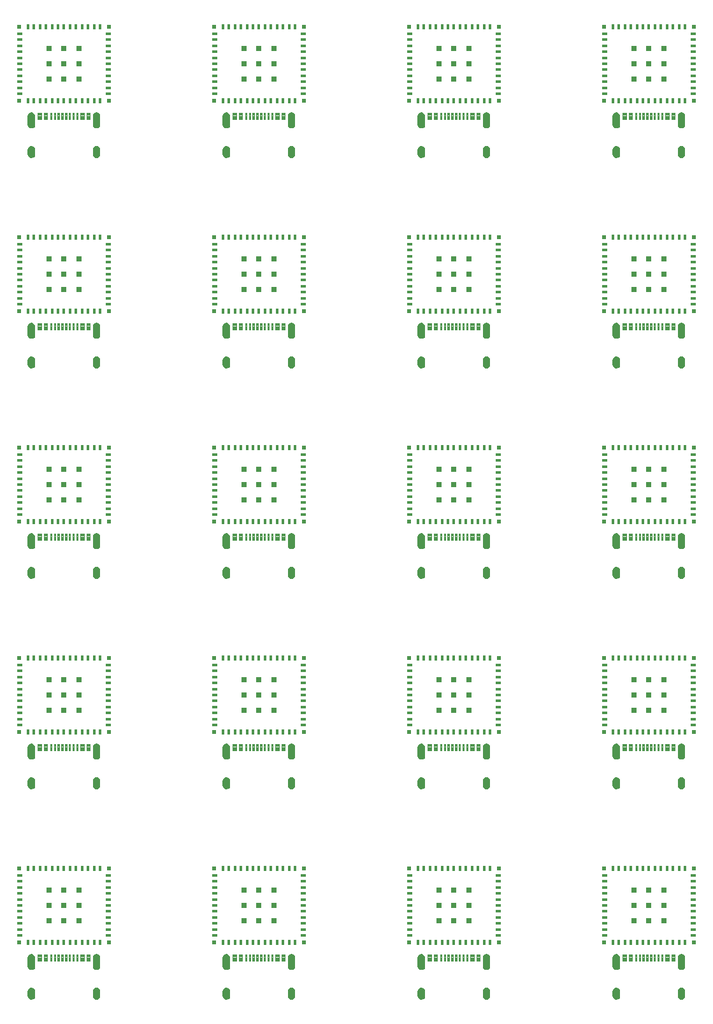
<source format=gbp>
G04 EAGLE Gerber RS-274X export*
G75*
%MOMM*%
%FSLAX34Y34*%
%LPD*%
%INSolderpaste Bottom*%
%IPPOS*%
%AMOC8*
5,1,8,0,0,1.08239X$1,22.5*%
G01*
%ADD10C,0.102000*%
%ADD11R,0.700000X0.300000*%
%ADD12R,0.300000X0.700000*%
%ADD13R,0.600000X0.600000*%
%ADD14R,0.800000X0.800000*%

G36*
X344056Y896122D02*
X344056Y896122D01*
X344060Y896119D01*
X345006Y896331D01*
X345011Y896337D01*
X345016Y896334D01*
X345891Y896752D01*
X345895Y896759D01*
X345901Y896758D01*
X346661Y897359D01*
X346663Y897367D01*
X346669Y897367D01*
X347276Y898123D01*
X347276Y898131D01*
X347282Y898132D01*
X347705Y899004D01*
X347705Y899008D01*
X347707Y899010D01*
X347705Y899013D01*
X347709Y899015D01*
X347928Y899959D01*
X347925Y899966D01*
X347929Y899970D01*
X347929Y911970D01*
X347928Y911972D01*
X347929Y911974D01*
X347848Y913091D01*
X347843Y913097D01*
X347846Y913102D01*
X347519Y914174D01*
X347512Y914178D01*
X347514Y914184D01*
X346957Y915156D01*
X346949Y915159D01*
X346950Y915165D01*
X346190Y915988D01*
X346182Y915989D01*
X346182Y915995D01*
X345257Y916629D01*
X345249Y916628D01*
X345248Y916634D01*
X344206Y917046D01*
X344198Y917044D01*
X344195Y917049D01*
X343087Y917219D01*
X343081Y917215D01*
X343077Y917219D01*
X341969Y917151D01*
X341965Y917147D01*
X341961Y917147D01*
X341958Y917149D01*
X340894Y916836D01*
X340889Y916829D01*
X340883Y916831D01*
X339915Y916289D01*
X339912Y916281D01*
X339906Y916282D01*
X339083Y915538D01*
X339081Y915530D01*
X339076Y915530D01*
X338438Y914621D01*
X338439Y914613D01*
X338433Y914612D01*
X338014Y913584D01*
X338016Y913576D01*
X338011Y913573D01*
X337831Y912478D01*
X337834Y912473D01*
X337831Y912470D01*
X337831Y900470D01*
X337835Y900464D01*
X337832Y900460D01*
X338051Y899414D01*
X338057Y899409D01*
X338054Y899404D01*
X338501Y898433D01*
X338508Y898429D01*
X338507Y898424D01*
X339158Y897577D01*
X339166Y897574D01*
X339166Y897569D01*
X339989Y896888D01*
X339997Y896887D01*
X339998Y896882D01*
X340952Y896401D01*
X340960Y896403D01*
X340963Y896397D01*
X342000Y896141D01*
X342007Y896144D01*
X342011Y896140D01*
X343079Y896121D01*
X343080Y896121D01*
X344049Y896117D01*
X344056Y896122D01*
G37*
G36*
X84976Y337322D02*
X84976Y337322D01*
X84980Y337319D01*
X85926Y337531D01*
X85931Y337537D01*
X85936Y337534D01*
X86811Y337952D01*
X86815Y337959D01*
X86821Y337958D01*
X87581Y338559D01*
X87583Y338567D01*
X87589Y338567D01*
X88196Y339323D01*
X88196Y339331D01*
X88202Y339332D01*
X88625Y340204D01*
X88625Y340208D01*
X88627Y340210D01*
X88625Y340213D01*
X88629Y340215D01*
X88848Y341159D01*
X88845Y341166D01*
X88849Y341170D01*
X88849Y353170D01*
X88848Y353172D01*
X88849Y353174D01*
X88768Y354291D01*
X88763Y354297D01*
X88766Y354302D01*
X88439Y355374D01*
X88432Y355378D01*
X88434Y355384D01*
X87877Y356356D01*
X87869Y356359D01*
X87870Y356365D01*
X87110Y357188D01*
X87102Y357189D01*
X87102Y357195D01*
X86177Y357829D01*
X86169Y357828D01*
X86168Y357834D01*
X85126Y358246D01*
X85118Y358244D01*
X85115Y358249D01*
X84007Y358419D01*
X84001Y358415D01*
X83997Y358419D01*
X82889Y358351D01*
X82885Y358347D01*
X82881Y358347D01*
X82878Y358349D01*
X81814Y358036D01*
X81809Y358029D01*
X81803Y358031D01*
X80835Y357489D01*
X80832Y357481D01*
X80826Y357482D01*
X80003Y356738D01*
X80001Y356730D01*
X79996Y356730D01*
X79358Y355821D01*
X79359Y355813D01*
X79353Y355812D01*
X78934Y354784D01*
X78936Y354776D01*
X78931Y354773D01*
X78751Y353678D01*
X78754Y353673D01*
X78751Y353670D01*
X78751Y341670D01*
X78755Y341664D01*
X78752Y341660D01*
X78971Y340614D01*
X78977Y340609D01*
X78974Y340604D01*
X79421Y339633D01*
X79428Y339629D01*
X79427Y339624D01*
X80078Y338777D01*
X80086Y338774D01*
X80086Y338769D01*
X80909Y338088D01*
X80917Y338087D01*
X80918Y338082D01*
X81872Y337601D01*
X81880Y337603D01*
X81883Y337597D01*
X82920Y337341D01*
X82927Y337344D01*
X82931Y337340D01*
X83999Y337321D01*
X84000Y337321D01*
X84969Y337317D01*
X84976Y337322D01*
G37*
G36*
X862216Y896122D02*
X862216Y896122D01*
X862220Y896119D01*
X863166Y896331D01*
X863171Y896337D01*
X863176Y896334D01*
X864051Y896752D01*
X864055Y896759D01*
X864061Y896758D01*
X864821Y897359D01*
X864823Y897367D01*
X864829Y897367D01*
X865436Y898123D01*
X865436Y898131D01*
X865442Y898132D01*
X865865Y899004D01*
X865865Y899008D01*
X865867Y899010D01*
X865865Y899013D01*
X865869Y899015D01*
X866088Y899959D01*
X866085Y899966D01*
X866089Y899970D01*
X866089Y911970D01*
X866088Y911972D01*
X866089Y911974D01*
X866008Y913091D01*
X866003Y913097D01*
X866006Y913102D01*
X865679Y914174D01*
X865672Y914178D01*
X865674Y914184D01*
X865117Y915156D01*
X865109Y915159D01*
X865110Y915165D01*
X864350Y915988D01*
X864342Y915989D01*
X864342Y915995D01*
X863417Y916629D01*
X863409Y916628D01*
X863408Y916634D01*
X862366Y917046D01*
X862358Y917044D01*
X862355Y917049D01*
X861247Y917219D01*
X861241Y917215D01*
X861237Y917219D01*
X860129Y917151D01*
X860125Y917147D01*
X860121Y917147D01*
X860118Y917149D01*
X859054Y916836D01*
X859049Y916829D01*
X859043Y916831D01*
X858075Y916289D01*
X858072Y916281D01*
X858066Y916282D01*
X857243Y915538D01*
X857241Y915530D01*
X857236Y915530D01*
X856598Y914621D01*
X856599Y914613D01*
X856593Y914612D01*
X856174Y913584D01*
X856176Y913576D01*
X856171Y913573D01*
X855991Y912478D01*
X855994Y912473D01*
X855991Y912470D01*
X855991Y900470D01*
X855995Y900464D01*
X855992Y900460D01*
X856211Y899414D01*
X856217Y899409D01*
X856214Y899404D01*
X856661Y898433D01*
X856668Y898429D01*
X856667Y898424D01*
X857318Y897577D01*
X857326Y897574D01*
X857326Y897569D01*
X858149Y896888D01*
X858157Y896887D01*
X858158Y896882D01*
X859112Y896401D01*
X859120Y896403D01*
X859123Y896397D01*
X860160Y896141D01*
X860167Y896144D01*
X860171Y896140D01*
X861239Y896121D01*
X861240Y896121D01*
X862209Y896117D01*
X862216Y896122D01*
G37*
G36*
X84976Y896122D02*
X84976Y896122D01*
X84980Y896119D01*
X85926Y896331D01*
X85931Y896337D01*
X85936Y896334D01*
X86811Y896752D01*
X86815Y896759D01*
X86821Y896758D01*
X87581Y897359D01*
X87583Y897367D01*
X87589Y897367D01*
X88196Y898123D01*
X88196Y898131D01*
X88202Y898132D01*
X88625Y899004D01*
X88625Y899008D01*
X88627Y899010D01*
X88625Y899013D01*
X88629Y899015D01*
X88848Y899959D01*
X88845Y899966D01*
X88849Y899970D01*
X88849Y911970D01*
X88848Y911972D01*
X88849Y911974D01*
X88768Y913091D01*
X88763Y913097D01*
X88766Y913102D01*
X88439Y914174D01*
X88432Y914178D01*
X88434Y914184D01*
X87877Y915156D01*
X87869Y915159D01*
X87870Y915165D01*
X87110Y915988D01*
X87102Y915989D01*
X87102Y915995D01*
X86177Y916629D01*
X86169Y916628D01*
X86168Y916634D01*
X85126Y917046D01*
X85118Y917044D01*
X85115Y917049D01*
X84007Y917219D01*
X84001Y917215D01*
X83997Y917219D01*
X82889Y917151D01*
X82885Y917147D01*
X82881Y917147D01*
X82878Y917149D01*
X81814Y916836D01*
X81809Y916829D01*
X81803Y916831D01*
X80835Y916289D01*
X80832Y916281D01*
X80826Y916282D01*
X80003Y915538D01*
X80001Y915530D01*
X79996Y915530D01*
X79358Y914621D01*
X79359Y914613D01*
X79353Y914612D01*
X78934Y913584D01*
X78936Y913576D01*
X78931Y913573D01*
X78751Y912478D01*
X78754Y912473D01*
X78751Y912470D01*
X78751Y900470D01*
X78755Y900464D01*
X78752Y900460D01*
X78971Y899414D01*
X78977Y899409D01*
X78974Y899404D01*
X79421Y898433D01*
X79428Y898429D01*
X79427Y898424D01*
X80078Y897577D01*
X80086Y897574D01*
X80086Y897569D01*
X80909Y896888D01*
X80917Y896887D01*
X80918Y896882D01*
X81872Y896401D01*
X81880Y896403D01*
X81883Y896397D01*
X82920Y896141D01*
X82927Y896144D01*
X82931Y896140D01*
X83999Y896121D01*
X84000Y896121D01*
X84969Y896117D01*
X84976Y896122D01*
G37*
G36*
X344056Y1175522D02*
X344056Y1175522D01*
X344060Y1175519D01*
X345006Y1175731D01*
X345011Y1175737D01*
X345016Y1175734D01*
X345891Y1176152D01*
X345895Y1176159D01*
X345901Y1176158D01*
X346661Y1176759D01*
X346663Y1176767D01*
X346669Y1176767D01*
X347276Y1177523D01*
X347276Y1177531D01*
X347282Y1177532D01*
X347705Y1178404D01*
X347705Y1178408D01*
X347707Y1178410D01*
X347705Y1178413D01*
X347709Y1178415D01*
X347928Y1179359D01*
X347925Y1179366D01*
X347929Y1179370D01*
X347929Y1191370D01*
X347928Y1191372D01*
X347929Y1191374D01*
X347848Y1192491D01*
X347843Y1192497D01*
X347846Y1192502D01*
X347519Y1193574D01*
X347512Y1193578D01*
X347514Y1193584D01*
X346957Y1194556D01*
X346949Y1194559D01*
X346950Y1194565D01*
X346190Y1195388D01*
X346182Y1195389D01*
X346182Y1195395D01*
X345257Y1196029D01*
X345249Y1196028D01*
X345248Y1196034D01*
X344206Y1196446D01*
X344198Y1196444D01*
X344195Y1196449D01*
X343087Y1196619D01*
X343081Y1196615D01*
X343077Y1196619D01*
X341969Y1196551D01*
X341965Y1196547D01*
X341961Y1196547D01*
X341958Y1196549D01*
X340894Y1196236D01*
X340889Y1196229D01*
X340883Y1196231D01*
X339915Y1195689D01*
X339912Y1195681D01*
X339906Y1195682D01*
X339083Y1194938D01*
X339081Y1194930D01*
X339076Y1194930D01*
X338438Y1194021D01*
X338439Y1194013D01*
X338433Y1194012D01*
X338014Y1192984D01*
X338016Y1192976D01*
X338011Y1192973D01*
X337831Y1191878D01*
X337834Y1191873D01*
X337831Y1191870D01*
X337831Y1179870D01*
X337835Y1179864D01*
X337832Y1179860D01*
X338051Y1178814D01*
X338057Y1178809D01*
X338054Y1178804D01*
X338501Y1177833D01*
X338508Y1177829D01*
X338507Y1177824D01*
X339158Y1176977D01*
X339166Y1176974D01*
X339166Y1176969D01*
X339989Y1176288D01*
X339997Y1176287D01*
X339998Y1176282D01*
X340952Y1175801D01*
X340960Y1175803D01*
X340963Y1175797D01*
X342000Y1175541D01*
X342007Y1175544D01*
X342011Y1175540D01*
X343079Y1175521D01*
X343080Y1175521D01*
X344049Y1175517D01*
X344056Y1175522D01*
G37*
G36*
X862216Y1175522D02*
X862216Y1175522D01*
X862220Y1175519D01*
X863166Y1175731D01*
X863171Y1175737D01*
X863176Y1175734D01*
X864051Y1176152D01*
X864055Y1176159D01*
X864061Y1176158D01*
X864821Y1176759D01*
X864823Y1176767D01*
X864829Y1176767D01*
X865436Y1177523D01*
X865436Y1177531D01*
X865442Y1177532D01*
X865865Y1178404D01*
X865865Y1178408D01*
X865867Y1178410D01*
X865865Y1178413D01*
X865869Y1178415D01*
X866088Y1179359D01*
X866085Y1179366D01*
X866089Y1179370D01*
X866089Y1191370D01*
X866088Y1191372D01*
X866089Y1191374D01*
X866008Y1192491D01*
X866003Y1192497D01*
X866006Y1192502D01*
X865679Y1193574D01*
X865672Y1193578D01*
X865674Y1193584D01*
X865117Y1194556D01*
X865109Y1194559D01*
X865110Y1194565D01*
X864350Y1195388D01*
X864342Y1195389D01*
X864342Y1195395D01*
X863417Y1196029D01*
X863409Y1196028D01*
X863408Y1196034D01*
X862366Y1196446D01*
X862358Y1196444D01*
X862355Y1196449D01*
X861247Y1196619D01*
X861241Y1196615D01*
X861237Y1196619D01*
X860129Y1196551D01*
X860125Y1196547D01*
X860121Y1196547D01*
X860118Y1196549D01*
X859054Y1196236D01*
X859049Y1196229D01*
X859043Y1196231D01*
X858075Y1195689D01*
X858072Y1195681D01*
X858066Y1195682D01*
X857243Y1194938D01*
X857241Y1194930D01*
X857236Y1194930D01*
X856598Y1194021D01*
X856599Y1194013D01*
X856593Y1194012D01*
X856174Y1192984D01*
X856176Y1192976D01*
X856171Y1192973D01*
X855991Y1191878D01*
X855994Y1191873D01*
X855991Y1191870D01*
X855991Y1179870D01*
X855995Y1179864D01*
X855992Y1179860D01*
X856211Y1178814D01*
X856217Y1178809D01*
X856214Y1178804D01*
X856661Y1177833D01*
X856668Y1177829D01*
X856667Y1177824D01*
X857318Y1176977D01*
X857326Y1176974D01*
X857326Y1176969D01*
X858149Y1176288D01*
X858157Y1176287D01*
X858158Y1176282D01*
X859112Y1175801D01*
X859120Y1175803D01*
X859123Y1175797D01*
X860160Y1175541D01*
X860167Y1175544D01*
X860171Y1175540D01*
X861239Y1175521D01*
X861240Y1175521D01*
X862209Y1175517D01*
X862216Y1175522D01*
G37*
G36*
X603136Y1175522D02*
X603136Y1175522D01*
X603140Y1175519D01*
X604086Y1175731D01*
X604091Y1175737D01*
X604096Y1175734D01*
X604971Y1176152D01*
X604975Y1176159D01*
X604981Y1176158D01*
X605741Y1176759D01*
X605743Y1176767D01*
X605749Y1176767D01*
X606356Y1177523D01*
X606356Y1177531D01*
X606362Y1177532D01*
X606785Y1178404D01*
X606785Y1178408D01*
X606787Y1178410D01*
X606785Y1178413D01*
X606789Y1178415D01*
X607008Y1179359D01*
X607005Y1179366D01*
X607009Y1179370D01*
X607009Y1191370D01*
X607008Y1191372D01*
X607009Y1191374D01*
X606928Y1192491D01*
X606923Y1192497D01*
X606926Y1192502D01*
X606599Y1193574D01*
X606592Y1193578D01*
X606594Y1193584D01*
X606037Y1194556D01*
X606029Y1194559D01*
X606030Y1194565D01*
X605270Y1195388D01*
X605262Y1195389D01*
X605262Y1195395D01*
X604337Y1196029D01*
X604329Y1196028D01*
X604328Y1196034D01*
X603286Y1196446D01*
X603278Y1196444D01*
X603275Y1196449D01*
X602167Y1196619D01*
X602161Y1196615D01*
X602157Y1196619D01*
X601049Y1196551D01*
X601045Y1196547D01*
X601041Y1196547D01*
X601038Y1196549D01*
X599974Y1196236D01*
X599969Y1196229D01*
X599963Y1196231D01*
X598995Y1195689D01*
X598992Y1195681D01*
X598986Y1195682D01*
X598163Y1194938D01*
X598161Y1194930D01*
X598156Y1194930D01*
X597518Y1194021D01*
X597519Y1194013D01*
X597513Y1194012D01*
X597094Y1192984D01*
X597096Y1192976D01*
X597091Y1192973D01*
X596911Y1191878D01*
X596914Y1191873D01*
X596911Y1191870D01*
X596911Y1179870D01*
X596915Y1179864D01*
X596912Y1179860D01*
X597131Y1178814D01*
X597137Y1178809D01*
X597134Y1178804D01*
X597581Y1177833D01*
X597588Y1177829D01*
X597587Y1177824D01*
X598238Y1176977D01*
X598246Y1176974D01*
X598246Y1176969D01*
X599069Y1176288D01*
X599077Y1176287D01*
X599078Y1176282D01*
X600032Y1175801D01*
X600040Y1175803D01*
X600043Y1175797D01*
X601080Y1175541D01*
X601087Y1175544D01*
X601091Y1175540D01*
X602159Y1175521D01*
X602160Y1175521D01*
X603129Y1175517D01*
X603136Y1175522D01*
G37*
G36*
X84976Y1175522D02*
X84976Y1175522D01*
X84980Y1175519D01*
X85926Y1175731D01*
X85931Y1175737D01*
X85936Y1175734D01*
X86811Y1176152D01*
X86815Y1176159D01*
X86821Y1176158D01*
X87581Y1176759D01*
X87583Y1176767D01*
X87589Y1176767D01*
X88196Y1177523D01*
X88196Y1177531D01*
X88202Y1177532D01*
X88625Y1178404D01*
X88625Y1178408D01*
X88627Y1178410D01*
X88625Y1178413D01*
X88629Y1178415D01*
X88848Y1179359D01*
X88845Y1179366D01*
X88849Y1179370D01*
X88849Y1191370D01*
X88848Y1191372D01*
X88849Y1191374D01*
X88768Y1192491D01*
X88763Y1192497D01*
X88766Y1192502D01*
X88439Y1193574D01*
X88432Y1193578D01*
X88434Y1193584D01*
X87877Y1194556D01*
X87869Y1194559D01*
X87870Y1194565D01*
X87110Y1195388D01*
X87102Y1195389D01*
X87102Y1195395D01*
X86177Y1196029D01*
X86169Y1196028D01*
X86168Y1196034D01*
X85126Y1196446D01*
X85118Y1196444D01*
X85115Y1196449D01*
X84007Y1196619D01*
X84001Y1196615D01*
X83997Y1196619D01*
X82889Y1196551D01*
X82885Y1196547D01*
X82881Y1196547D01*
X82878Y1196549D01*
X81814Y1196236D01*
X81809Y1196229D01*
X81803Y1196231D01*
X80835Y1195689D01*
X80832Y1195681D01*
X80826Y1195682D01*
X80003Y1194938D01*
X80001Y1194930D01*
X79996Y1194930D01*
X79358Y1194021D01*
X79359Y1194013D01*
X79353Y1194012D01*
X78934Y1192984D01*
X78936Y1192976D01*
X78931Y1192973D01*
X78751Y1191878D01*
X78754Y1191873D01*
X78751Y1191870D01*
X78751Y1179870D01*
X78755Y1179864D01*
X78752Y1179860D01*
X78971Y1178814D01*
X78977Y1178809D01*
X78974Y1178804D01*
X79421Y1177833D01*
X79428Y1177829D01*
X79427Y1177824D01*
X80078Y1176977D01*
X80086Y1176974D01*
X80086Y1176969D01*
X80909Y1176288D01*
X80917Y1176287D01*
X80918Y1176282D01*
X81872Y1175801D01*
X81880Y1175803D01*
X81883Y1175797D01*
X82920Y1175541D01*
X82927Y1175544D01*
X82931Y1175540D01*
X83999Y1175521D01*
X84000Y1175521D01*
X84969Y1175517D01*
X84976Y1175522D01*
G37*
G36*
X862216Y57922D02*
X862216Y57922D01*
X862220Y57919D01*
X863166Y58131D01*
X863171Y58137D01*
X863176Y58134D01*
X864051Y58552D01*
X864055Y58559D01*
X864061Y58558D01*
X864821Y59159D01*
X864823Y59167D01*
X864829Y59167D01*
X865436Y59923D01*
X865436Y59931D01*
X865442Y59932D01*
X865865Y60804D01*
X865865Y60808D01*
X865867Y60810D01*
X865865Y60813D01*
X865869Y60815D01*
X866088Y61759D01*
X866085Y61766D01*
X866089Y61770D01*
X866089Y73770D01*
X866088Y73772D01*
X866089Y73774D01*
X866008Y74891D01*
X866003Y74897D01*
X866006Y74902D01*
X865679Y75974D01*
X865672Y75978D01*
X865674Y75984D01*
X865117Y76956D01*
X865109Y76959D01*
X865110Y76965D01*
X864350Y77788D01*
X864342Y77789D01*
X864342Y77795D01*
X863417Y78429D01*
X863409Y78428D01*
X863408Y78434D01*
X862366Y78846D01*
X862358Y78844D01*
X862355Y78849D01*
X861247Y79019D01*
X861241Y79015D01*
X861237Y79019D01*
X860129Y78951D01*
X860125Y78947D01*
X860121Y78947D01*
X860118Y78949D01*
X859054Y78636D01*
X859049Y78629D01*
X859043Y78631D01*
X858075Y78089D01*
X858072Y78081D01*
X858066Y78082D01*
X857243Y77338D01*
X857241Y77330D01*
X857236Y77330D01*
X856598Y76421D01*
X856599Y76413D01*
X856593Y76412D01*
X856174Y75384D01*
X856176Y75376D01*
X856171Y75373D01*
X855991Y74278D01*
X855994Y74273D01*
X855991Y74270D01*
X855991Y62270D01*
X855995Y62264D01*
X855992Y62260D01*
X856211Y61214D01*
X856217Y61209D01*
X856214Y61204D01*
X856661Y60233D01*
X856668Y60229D01*
X856667Y60224D01*
X857318Y59377D01*
X857326Y59374D01*
X857326Y59369D01*
X858149Y58688D01*
X858157Y58687D01*
X858158Y58682D01*
X859112Y58201D01*
X859120Y58203D01*
X859123Y58197D01*
X860160Y57941D01*
X860167Y57944D01*
X860171Y57940D01*
X861239Y57921D01*
X861240Y57921D01*
X862209Y57917D01*
X862216Y57922D01*
G37*
G36*
X603136Y896122D02*
X603136Y896122D01*
X603140Y896119D01*
X604086Y896331D01*
X604091Y896337D01*
X604096Y896334D01*
X604971Y896752D01*
X604975Y896759D01*
X604981Y896758D01*
X605741Y897359D01*
X605743Y897367D01*
X605749Y897367D01*
X606356Y898123D01*
X606356Y898131D01*
X606362Y898132D01*
X606785Y899004D01*
X606785Y899008D01*
X606787Y899010D01*
X606785Y899013D01*
X606789Y899015D01*
X607008Y899959D01*
X607005Y899966D01*
X607009Y899970D01*
X607009Y911970D01*
X607008Y911972D01*
X607009Y911974D01*
X606928Y913091D01*
X606923Y913097D01*
X606926Y913102D01*
X606599Y914174D01*
X606592Y914178D01*
X606594Y914184D01*
X606037Y915156D01*
X606029Y915159D01*
X606030Y915165D01*
X605270Y915988D01*
X605262Y915989D01*
X605262Y915995D01*
X604337Y916629D01*
X604329Y916628D01*
X604328Y916634D01*
X603286Y917046D01*
X603278Y917044D01*
X603275Y917049D01*
X602167Y917219D01*
X602161Y917215D01*
X602157Y917219D01*
X601049Y917151D01*
X601045Y917147D01*
X601041Y917147D01*
X601038Y917149D01*
X599974Y916836D01*
X599969Y916829D01*
X599963Y916831D01*
X598995Y916289D01*
X598992Y916281D01*
X598986Y916282D01*
X598163Y915538D01*
X598161Y915530D01*
X598156Y915530D01*
X597518Y914621D01*
X597519Y914613D01*
X597513Y914612D01*
X597094Y913584D01*
X597096Y913576D01*
X597091Y913573D01*
X596911Y912478D01*
X596914Y912473D01*
X596911Y912470D01*
X596911Y900470D01*
X596915Y900464D01*
X596912Y900460D01*
X597131Y899414D01*
X597137Y899409D01*
X597134Y899404D01*
X597581Y898433D01*
X597588Y898429D01*
X597587Y898424D01*
X598238Y897577D01*
X598246Y897574D01*
X598246Y897569D01*
X599069Y896888D01*
X599077Y896887D01*
X599078Y896882D01*
X600032Y896401D01*
X600040Y896403D01*
X600043Y896397D01*
X601080Y896141D01*
X601087Y896144D01*
X601091Y896140D01*
X602159Y896121D01*
X602160Y896121D01*
X603129Y896117D01*
X603136Y896122D01*
G37*
G36*
X603136Y337322D02*
X603136Y337322D01*
X603140Y337319D01*
X604086Y337531D01*
X604091Y337537D01*
X604096Y337534D01*
X604971Y337952D01*
X604975Y337959D01*
X604981Y337958D01*
X605741Y338559D01*
X605743Y338567D01*
X605749Y338567D01*
X606356Y339323D01*
X606356Y339331D01*
X606362Y339332D01*
X606785Y340204D01*
X606785Y340208D01*
X606787Y340210D01*
X606785Y340213D01*
X606789Y340215D01*
X607008Y341159D01*
X607005Y341166D01*
X607009Y341170D01*
X607009Y353170D01*
X607008Y353172D01*
X607009Y353174D01*
X606928Y354291D01*
X606923Y354297D01*
X606926Y354302D01*
X606599Y355374D01*
X606592Y355378D01*
X606594Y355384D01*
X606037Y356356D01*
X606029Y356359D01*
X606030Y356365D01*
X605270Y357188D01*
X605262Y357189D01*
X605262Y357195D01*
X604337Y357829D01*
X604329Y357828D01*
X604328Y357834D01*
X603286Y358246D01*
X603278Y358244D01*
X603275Y358249D01*
X602167Y358419D01*
X602161Y358415D01*
X602157Y358419D01*
X601049Y358351D01*
X601045Y358347D01*
X601041Y358347D01*
X601038Y358349D01*
X599974Y358036D01*
X599969Y358029D01*
X599963Y358031D01*
X598995Y357489D01*
X598992Y357481D01*
X598986Y357482D01*
X598163Y356738D01*
X598161Y356730D01*
X598156Y356730D01*
X597518Y355821D01*
X597519Y355813D01*
X597513Y355812D01*
X597094Y354784D01*
X597096Y354776D01*
X597091Y354773D01*
X596911Y353678D01*
X596914Y353673D01*
X596911Y353670D01*
X596911Y341670D01*
X596915Y341664D01*
X596912Y341660D01*
X597131Y340614D01*
X597137Y340609D01*
X597134Y340604D01*
X597581Y339633D01*
X597588Y339629D01*
X597587Y339624D01*
X598238Y338777D01*
X598246Y338774D01*
X598246Y338769D01*
X599069Y338088D01*
X599077Y338087D01*
X599078Y338082D01*
X600032Y337601D01*
X600040Y337603D01*
X600043Y337597D01*
X601080Y337341D01*
X601087Y337344D01*
X601091Y337340D01*
X602159Y337321D01*
X602160Y337321D01*
X603129Y337317D01*
X603136Y337322D01*
G37*
G36*
X344056Y616722D02*
X344056Y616722D01*
X344060Y616719D01*
X345006Y616931D01*
X345011Y616937D01*
X345016Y616934D01*
X345891Y617352D01*
X345895Y617359D01*
X345901Y617358D01*
X346661Y617959D01*
X346663Y617967D01*
X346669Y617967D01*
X347276Y618723D01*
X347276Y618731D01*
X347282Y618732D01*
X347705Y619604D01*
X347705Y619608D01*
X347707Y619610D01*
X347705Y619613D01*
X347709Y619615D01*
X347928Y620559D01*
X347925Y620566D01*
X347929Y620570D01*
X347929Y632570D01*
X347928Y632572D01*
X347929Y632574D01*
X347848Y633691D01*
X347843Y633697D01*
X347846Y633702D01*
X347519Y634774D01*
X347512Y634778D01*
X347514Y634784D01*
X346957Y635756D01*
X346949Y635759D01*
X346950Y635765D01*
X346190Y636588D01*
X346182Y636589D01*
X346182Y636595D01*
X345257Y637229D01*
X345249Y637228D01*
X345248Y637234D01*
X344206Y637646D01*
X344198Y637644D01*
X344195Y637649D01*
X343087Y637819D01*
X343081Y637815D01*
X343077Y637819D01*
X341969Y637751D01*
X341965Y637747D01*
X341961Y637747D01*
X341958Y637749D01*
X340894Y637436D01*
X340889Y637429D01*
X340883Y637431D01*
X339915Y636889D01*
X339912Y636881D01*
X339906Y636882D01*
X339083Y636138D01*
X339081Y636130D01*
X339076Y636130D01*
X338438Y635221D01*
X338439Y635213D01*
X338433Y635212D01*
X338014Y634184D01*
X338016Y634176D01*
X338011Y634173D01*
X337831Y633078D01*
X337834Y633073D01*
X337831Y633070D01*
X337831Y621070D01*
X337835Y621064D01*
X337832Y621060D01*
X338051Y620014D01*
X338057Y620009D01*
X338054Y620004D01*
X338501Y619033D01*
X338508Y619029D01*
X338507Y619024D01*
X339158Y618177D01*
X339166Y618174D01*
X339166Y618169D01*
X339989Y617488D01*
X339997Y617487D01*
X339998Y617482D01*
X340952Y617001D01*
X340960Y617003D01*
X340963Y616997D01*
X342000Y616741D01*
X342007Y616744D01*
X342011Y616740D01*
X343079Y616721D01*
X343080Y616721D01*
X344049Y616717D01*
X344056Y616722D01*
G37*
G36*
X603136Y616722D02*
X603136Y616722D01*
X603140Y616719D01*
X604086Y616931D01*
X604091Y616937D01*
X604096Y616934D01*
X604971Y617352D01*
X604975Y617359D01*
X604981Y617358D01*
X605741Y617959D01*
X605743Y617967D01*
X605749Y617967D01*
X606356Y618723D01*
X606356Y618731D01*
X606362Y618732D01*
X606785Y619604D01*
X606785Y619608D01*
X606787Y619610D01*
X606785Y619613D01*
X606789Y619615D01*
X607008Y620559D01*
X607005Y620566D01*
X607009Y620570D01*
X607009Y632570D01*
X607008Y632572D01*
X607009Y632574D01*
X606928Y633691D01*
X606923Y633697D01*
X606926Y633702D01*
X606599Y634774D01*
X606592Y634778D01*
X606594Y634784D01*
X606037Y635756D01*
X606029Y635759D01*
X606030Y635765D01*
X605270Y636588D01*
X605262Y636589D01*
X605262Y636595D01*
X604337Y637229D01*
X604329Y637228D01*
X604328Y637234D01*
X603286Y637646D01*
X603278Y637644D01*
X603275Y637649D01*
X602167Y637819D01*
X602161Y637815D01*
X602157Y637819D01*
X601049Y637751D01*
X601045Y637747D01*
X601041Y637747D01*
X601038Y637749D01*
X599974Y637436D01*
X599969Y637429D01*
X599963Y637431D01*
X598995Y636889D01*
X598992Y636881D01*
X598986Y636882D01*
X598163Y636138D01*
X598161Y636130D01*
X598156Y636130D01*
X597518Y635221D01*
X597519Y635213D01*
X597513Y635212D01*
X597094Y634184D01*
X597096Y634176D01*
X597091Y634173D01*
X596911Y633078D01*
X596914Y633073D01*
X596911Y633070D01*
X596911Y621070D01*
X596915Y621064D01*
X596912Y621060D01*
X597131Y620014D01*
X597137Y620009D01*
X597134Y620004D01*
X597581Y619033D01*
X597588Y619029D01*
X597587Y619024D01*
X598238Y618177D01*
X598246Y618174D01*
X598246Y618169D01*
X599069Y617488D01*
X599077Y617487D01*
X599078Y617482D01*
X600032Y617001D01*
X600040Y617003D01*
X600043Y616997D01*
X601080Y616741D01*
X601087Y616744D01*
X601091Y616740D01*
X602159Y616721D01*
X602160Y616721D01*
X603129Y616717D01*
X603136Y616722D01*
G37*
G36*
X84976Y616722D02*
X84976Y616722D01*
X84980Y616719D01*
X85926Y616931D01*
X85931Y616937D01*
X85936Y616934D01*
X86811Y617352D01*
X86815Y617359D01*
X86821Y617358D01*
X87581Y617959D01*
X87583Y617967D01*
X87589Y617967D01*
X88196Y618723D01*
X88196Y618731D01*
X88202Y618732D01*
X88625Y619604D01*
X88625Y619608D01*
X88627Y619610D01*
X88625Y619613D01*
X88629Y619615D01*
X88848Y620559D01*
X88845Y620566D01*
X88849Y620570D01*
X88849Y632570D01*
X88848Y632572D01*
X88849Y632574D01*
X88768Y633691D01*
X88763Y633697D01*
X88766Y633702D01*
X88439Y634774D01*
X88432Y634778D01*
X88434Y634784D01*
X87877Y635756D01*
X87869Y635759D01*
X87870Y635765D01*
X87110Y636588D01*
X87102Y636589D01*
X87102Y636595D01*
X86177Y637229D01*
X86169Y637228D01*
X86168Y637234D01*
X85126Y637646D01*
X85118Y637644D01*
X85115Y637649D01*
X84007Y637819D01*
X84001Y637815D01*
X83997Y637819D01*
X82889Y637751D01*
X82885Y637747D01*
X82881Y637747D01*
X82878Y637749D01*
X81814Y637436D01*
X81809Y637429D01*
X81803Y637431D01*
X80835Y636889D01*
X80832Y636881D01*
X80826Y636882D01*
X80003Y636138D01*
X80001Y636130D01*
X79996Y636130D01*
X79358Y635221D01*
X79359Y635213D01*
X79353Y635212D01*
X78934Y634184D01*
X78936Y634176D01*
X78931Y634173D01*
X78751Y633078D01*
X78754Y633073D01*
X78751Y633070D01*
X78751Y621070D01*
X78755Y621064D01*
X78752Y621060D01*
X78971Y620014D01*
X78977Y620009D01*
X78974Y620004D01*
X79421Y619033D01*
X79428Y619029D01*
X79427Y619024D01*
X80078Y618177D01*
X80086Y618174D01*
X80086Y618169D01*
X80909Y617488D01*
X80917Y617487D01*
X80918Y617482D01*
X81872Y617001D01*
X81880Y617003D01*
X81883Y616997D01*
X82920Y616741D01*
X82927Y616744D01*
X82931Y616740D01*
X83999Y616721D01*
X84000Y616721D01*
X84969Y616717D01*
X84976Y616722D01*
G37*
G36*
X862216Y337322D02*
X862216Y337322D01*
X862220Y337319D01*
X863166Y337531D01*
X863171Y337537D01*
X863176Y337534D01*
X864051Y337952D01*
X864055Y337959D01*
X864061Y337958D01*
X864821Y338559D01*
X864823Y338567D01*
X864829Y338567D01*
X865436Y339323D01*
X865436Y339331D01*
X865442Y339332D01*
X865865Y340204D01*
X865865Y340208D01*
X865867Y340210D01*
X865865Y340213D01*
X865869Y340215D01*
X866088Y341159D01*
X866085Y341166D01*
X866089Y341170D01*
X866089Y353170D01*
X866088Y353172D01*
X866089Y353174D01*
X866008Y354291D01*
X866003Y354297D01*
X866006Y354302D01*
X865679Y355374D01*
X865672Y355378D01*
X865674Y355384D01*
X865117Y356356D01*
X865109Y356359D01*
X865110Y356365D01*
X864350Y357188D01*
X864342Y357189D01*
X864342Y357195D01*
X863417Y357829D01*
X863409Y357828D01*
X863408Y357834D01*
X862366Y358246D01*
X862358Y358244D01*
X862355Y358249D01*
X861247Y358419D01*
X861241Y358415D01*
X861237Y358419D01*
X860129Y358351D01*
X860125Y358347D01*
X860121Y358347D01*
X860118Y358349D01*
X859054Y358036D01*
X859049Y358029D01*
X859043Y358031D01*
X858075Y357489D01*
X858072Y357481D01*
X858066Y357482D01*
X857243Y356738D01*
X857241Y356730D01*
X857236Y356730D01*
X856598Y355821D01*
X856599Y355813D01*
X856593Y355812D01*
X856174Y354784D01*
X856176Y354776D01*
X856171Y354773D01*
X855991Y353678D01*
X855994Y353673D01*
X855991Y353670D01*
X855991Y341670D01*
X855995Y341664D01*
X855992Y341660D01*
X856211Y340614D01*
X856217Y340609D01*
X856214Y340604D01*
X856661Y339633D01*
X856668Y339629D01*
X856667Y339624D01*
X857318Y338777D01*
X857326Y338774D01*
X857326Y338769D01*
X858149Y338088D01*
X858157Y338087D01*
X858158Y338082D01*
X859112Y337601D01*
X859120Y337603D01*
X859123Y337597D01*
X860160Y337341D01*
X860167Y337344D01*
X860171Y337340D01*
X861239Y337321D01*
X861240Y337321D01*
X862209Y337317D01*
X862216Y337322D01*
G37*
G36*
X344056Y337322D02*
X344056Y337322D01*
X344060Y337319D01*
X345006Y337531D01*
X345011Y337537D01*
X345016Y337534D01*
X345891Y337952D01*
X345895Y337959D01*
X345901Y337958D01*
X346661Y338559D01*
X346663Y338567D01*
X346669Y338567D01*
X347276Y339323D01*
X347276Y339331D01*
X347282Y339332D01*
X347705Y340204D01*
X347705Y340208D01*
X347707Y340210D01*
X347705Y340213D01*
X347709Y340215D01*
X347928Y341159D01*
X347925Y341166D01*
X347929Y341170D01*
X347929Y353170D01*
X347928Y353172D01*
X347929Y353174D01*
X347848Y354291D01*
X347843Y354297D01*
X347846Y354302D01*
X347519Y355374D01*
X347512Y355378D01*
X347514Y355384D01*
X346957Y356356D01*
X346949Y356359D01*
X346950Y356365D01*
X346190Y357188D01*
X346182Y357189D01*
X346182Y357195D01*
X345257Y357829D01*
X345249Y357828D01*
X345248Y357834D01*
X344206Y358246D01*
X344198Y358244D01*
X344195Y358249D01*
X343087Y358419D01*
X343081Y358415D01*
X343077Y358419D01*
X341969Y358351D01*
X341965Y358347D01*
X341961Y358347D01*
X341958Y358349D01*
X340894Y358036D01*
X340889Y358029D01*
X340883Y358031D01*
X339915Y357489D01*
X339912Y357481D01*
X339906Y357482D01*
X339083Y356738D01*
X339081Y356730D01*
X339076Y356730D01*
X338438Y355821D01*
X338439Y355813D01*
X338433Y355812D01*
X338014Y354784D01*
X338016Y354776D01*
X338011Y354773D01*
X337831Y353678D01*
X337834Y353673D01*
X337831Y353670D01*
X337831Y341670D01*
X337835Y341664D01*
X337832Y341660D01*
X338051Y340614D01*
X338057Y340609D01*
X338054Y340604D01*
X338501Y339633D01*
X338508Y339629D01*
X338507Y339624D01*
X339158Y338777D01*
X339166Y338774D01*
X339166Y338769D01*
X339989Y338088D01*
X339997Y338087D01*
X339998Y338082D01*
X340952Y337601D01*
X340960Y337603D01*
X340963Y337597D01*
X342000Y337341D01*
X342007Y337344D01*
X342011Y337340D01*
X343079Y337321D01*
X343080Y337321D01*
X344049Y337317D01*
X344056Y337322D01*
G37*
G36*
X862216Y616722D02*
X862216Y616722D01*
X862220Y616719D01*
X863166Y616931D01*
X863171Y616937D01*
X863176Y616934D01*
X864051Y617352D01*
X864055Y617359D01*
X864061Y617358D01*
X864821Y617959D01*
X864823Y617967D01*
X864829Y617967D01*
X865436Y618723D01*
X865436Y618731D01*
X865442Y618732D01*
X865865Y619604D01*
X865865Y619608D01*
X865867Y619610D01*
X865865Y619613D01*
X865869Y619615D01*
X866088Y620559D01*
X866085Y620566D01*
X866089Y620570D01*
X866089Y632570D01*
X866088Y632572D01*
X866089Y632574D01*
X866008Y633691D01*
X866003Y633697D01*
X866006Y633702D01*
X865679Y634774D01*
X865672Y634778D01*
X865674Y634784D01*
X865117Y635756D01*
X865109Y635759D01*
X865110Y635765D01*
X864350Y636588D01*
X864342Y636589D01*
X864342Y636595D01*
X863417Y637229D01*
X863409Y637228D01*
X863408Y637234D01*
X862366Y637646D01*
X862358Y637644D01*
X862355Y637649D01*
X861247Y637819D01*
X861241Y637815D01*
X861237Y637819D01*
X860129Y637751D01*
X860125Y637747D01*
X860121Y637747D01*
X860118Y637749D01*
X859054Y637436D01*
X859049Y637429D01*
X859043Y637431D01*
X858075Y636889D01*
X858072Y636881D01*
X858066Y636882D01*
X857243Y636138D01*
X857241Y636130D01*
X857236Y636130D01*
X856598Y635221D01*
X856599Y635213D01*
X856593Y635212D01*
X856174Y634184D01*
X856176Y634176D01*
X856171Y634173D01*
X855991Y633078D01*
X855994Y633073D01*
X855991Y633070D01*
X855991Y621070D01*
X855995Y621064D01*
X855992Y621060D01*
X856211Y620014D01*
X856217Y620009D01*
X856214Y620004D01*
X856661Y619033D01*
X856668Y619029D01*
X856667Y619024D01*
X857318Y618177D01*
X857326Y618174D01*
X857326Y618169D01*
X858149Y617488D01*
X858157Y617487D01*
X858158Y617482D01*
X859112Y617001D01*
X859120Y617003D01*
X859123Y616997D01*
X860160Y616741D01*
X860167Y616744D01*
X860171Y616740D01*
X861239Y616721D01*
X861240Y616721D01*
X862209Y616717D01*
X862216Y616722D01*
G37*
G36*
X84976Y57922D02*
X84976Y57922D01*
X84980Y57919D01*
X85926Y58131D01*
X85931Y58137D01*
X85936Y58134D01*
X86811Y58552D01*
X86815Y58559D01*
X86821Y58558D01*
X87581Y59159D01*
X87583Y59167D01*
X87589Y59167D01*
X88196Y59923D01*
X88196Y59931D01*
X88202Y59932D01*
X88625Y60804D01*
X88625Y60808D01*
X88627Y60810D01*
X88625Y60813D01*
X88629Y60815D01*
X88848Y61759D01*
X88845Y61766D01*
X88849Y61770D01*
X88849Y73770D01*
X88848Y73772D01*
X88849Y73774D01*
X88768Y74891D01*
X88763Y74897D01*
X88766Y74902D01*
X88439Y75974D01*
X88432Y75978D01*
X88434Y75984D01*
X87877Y76956D01*
X87869Y76959D01*
X87870Y76965D01*
X87110Y77788D01*
X87102Y77789D01*
X87102Y77795D01*
X86177Y78429D01*
X86169Y78428D01*
X86168Y78434D01*
X85126Y78846D01*
X85118Y78844D01*
X85115Y78849D01*
X84007Y79019D01*
X84001Y79015D01*
X83997Y79019D01*
X82889Y78951D01*
X82885Y78947D01*
X82881Y78947D01*
X82878Y78949D01*
X81814Y78636D01*
X81809Y78629D01*
X81803Y78631D01*
X80835Y78089D01*
X80832Y78081D01*
X80826Y78082D01*
X80003Y77338D01*
X80001Y77330D01*
X79996Y77330D01*
X79358Y76421D01*
X79359Y76413D01*
X79353Y76412D01*
X78934Y75384D01*
X78936Y75376D01*
X78931Y75373D01*
X78751Y74278D01*
X78754Y74273D01*
X78751Y74270D01*
X78751Y62270D01*
X78755Y62264D01*
X78752Y62260D01*
X78971Y61214D01*
X78977Y61209D01*
X78974Y61204D01*
X79421Y60233D01*
X79428Y60229D01*
X79427Y60224D01*
X80078Y59377D01*
X80086Y59374D01*
X80086Y59369D01*
X80909Y58688D01*
X80917Y58687D01*
X80918Y58682D01*
X81872Y58201D01*
X81880Y58203D01*
X81883Y58197D01*
X82920Y57941D01*
X82927Y57944D01*
X82931Y57940D01*
X83999Y57921D01*
X84000Y57921D01*
X84969Y57917D01*
X84976Y57922D01*
G37*
G36*
X603136Y57922D02*
X603136Y57922D01*
X603140Y57919D01*
X604086Y58131D01*
X604091Y58137D01*
X604096Y58134D01*
X604971Y58552D01*
X604975Y58559D01*
X604981Y58558D01*
X605741Y59159D01*
X605743Y59167D01*
X605749Y59167D01*
X606356Y59923D01*
X606356Y59931D01*
X606362Y59932D01*
X606785Y60804D01*
X606785Y60808D01*
X606787Y60810D01*
X606785Y60813D01*
X606789Y60815D01*
X607008Y61759D01*
X607005Y61766D01*
X607009Y61770D01*
X607009Y73770D01*
X607008Y73772D01*
X607009Y73774D01*
X606928Y74891D01*
X606923Y74897D01*
X606926Y74902D01*
X606599Y75974D01*
X606592Y75978D01*
X606594Y75984D01*
X606037Y76956D01*
X606029Y76959D01*
X606030Y76965D01*
X605270Y77788D01*
X605262Y77789D01*
X605262Y77795D01*
X604337Y78429D01*
X604329Y78428D01*
X604328Y78434D01*
X603286Y78846D01*
X603278Y78844D01*
X603275Y78849D01*
X602167Y79019D01*
X602161Y79015D01*
X602157Y79019D01*
X601049Y78951D01*
X601045Y78947D01*
X601041Y78947D01*
X601038Y78949D01*
X599974Y78636D01*
X599969Y78629D01*
X599963Y78631D01*
X598995Y78089D01*
X598992Y78081D01*
X598986Y78082D01*
X598163Y77338D01*
X598161Y77330D01*
X598156Y77330D01*
X597518Y76421D01*
X597519Y76413D01*
X597513Y76412D01*
X597094Y75384D01*
X597096Y75376D01*
X597091Y75373D01*
X596911Y74278D01*
X596914Y74273D01*
X596911Y74270D01*
X596911Y62270D01*
X596915Y62264D01*
X596912Y62260D01*
X597131Y61214D01*
X597137Y61209D01*
X597134Y61204D01*
X597581Y60233D01*
X597588Y60229D01*
X597587Y60224D01*
X598238Y59377D01*
X598246Y59374D01*
X598246Y59369D01*
X599069Y58688D01*
X599077Y58687D01*
X599078Y58682D01*
X600032Y58201D01*
X600040Y58203D01*
X600043Y58197D01*
X601080Y57941D01*
X601087Y57944D01*
X601091Y57940D01*
X602159Y57921D01*
X602160Y57921D01*
X603129Y57917D01*
X603136Y57922D01*
G37*
G36*
X344056Y57922D02*
X344056Y57922D01*
X344060Y57919D01*
X345006Y58131D01*
X345011Y58137D01*
X345016Y58134D01*
X345891Y58552D01*
X345895Y58559D01*
X345901Y58558D01*
X346661Y59159D01*
X346663Y59167D01*
X346669Y59167D01*
X347276Y59923D01*
X347276Y59931D01*
X347282Y59932D01*
X347705Y60804D01*
X347705Y60808D01*
X347707Y60810D01*
X347705Y60813D01*
X347709Y60815D01*
X347928Y61759D01*
X347925Y61766D01*
X347929Y61770D01*
X347929Y73770D01*
X347928Y73772D01*
X347929Y73774D01*
X347848Y74891D01*
X347843Y74897D01*
X347846Y74902D01*
X347519Y75974D01*
X347512Y75978D01*
X347514Y75984D01*
X346957Y76956D01*
X346949Y76959D01*
X346950Y76965D01*
X346190Y77788D01*
X346182Y77789D01*
X346182Y77795D01*
X345257Y78429D01*
X345249Y78428D01*
X345248Y78434D01*
X344206Y78846D01*
X344198Y78844D01*
X344195Y78849D01*
X343087Y79019D01*
X343081Y79015D01*
X343077Y79019D01*
X341969Y78951D01*
X341965Y78947D01*
X341961Y78947D01*
X341958Y78949D01*
X340894Y78636D01*
X340889Y78629D01*
X340883Y78631D01*
X339915Y78089D01*
X339912Y78081D01*
X339906Y78082D01*
X339083Y77338D01*
X339081Y77330D01*
X339076Y77330D01*
X338438Y76421D01*
X338439Y76413D01*
X338433Y76412D01*
X338014Y75384D01*
X338016Y75376D01*
X338011Y75373D01*
X337831Y74278D01*
X337834Y74273D01*
X337831Y74270D01*
X337831Y62270D01*
X337835Y62264D01*
X337832Y62260D01*
X338051Y61214D01*
X338057Y61209D01*
X338054Y61204D01*
X338501Y60233D01*
X338508Y60229D01*
X338507Y60224D01*
X339158Y59377D01*
X339166Y59374D01*
X339166Y59369D01*
X339989Y58688D01*
X339997Y58687D01*
X339998Y58682D01*
X340952Y58201D01*
X340960Y58203D01*
X340963Y58197D01*
X342000Y57941D01*
X342007Y57944D01*
X342011Y57940D01*
X343079Y57921D01*
X343080Y57921D01*
X344049Y57917D01*
X344056Y57922D01*
G37*
G36*
X947742Y1175523D02*
X947742Y1175523D01*
X947743Y1175521D01*
X948750Y1175589D01*
X948756Y1175595D01*
X948761Y1175591D01*
X949726Y1175882D01*
X949731Y1175888D01*
X949737Y1175886D01*
X950614Y1176384D01*
X950617Y1176392D01*
X950623Y1176391D01*
X951367Y1177072D01*
X951368Y1177080D01*
X951374Y1177080D01*
X951948Y1177909D01*
X951948Y1177917D01*
X951949Y1177918D01*
X951953Y1177919D01*
X952328Y1178855D01*
X952328Y1178856D01*
X952328Y1178857D01*
X952326Y1178863D01*
X952331Y1178866D01*
X952489Y1179862D01*
X952486Y1179867D01*
X952489Y1179870D01*
X952489Y1191870D01*
X952487Y1191873D01*
X952489Y1191876D01*
X952371Y1192921D01*
X952365Y1192927D01*
X952369Y1192932D01*
X952021Y1193926D01*
X952014Y1193930D01*
X952016Y1193935D01*
X951456Y1194827D01*
X951449Y1194830D01*
X951449Y1194835D01*
X950705Y1195579D01*
X950697Y1195581D01*
X950697Y1195586D01*
X949805Y1196146D01*
X949797Y1196146D01*
X949796Y1196151D01*
X948802Y1196499D01*
X948794Y1196496D01*
X948791Y1196501D01*
X947746Y1196619D01*
X947740Y1196616D01*
X947737Y1196619D01*
X946617Y1196561D01*
X946611Y1196555D01*
X946606Y1196559D01*
X945527Y1196252D01*
X945522Y1196246D01*
X945517Y1196248D01*
X944533Y1195709D01*
X944530Y1195702D01*
X944524Y1195703D01*
X943685Y1194959D01*
X943684Y1194951D01*
X943678Y1194951D01*
X943025Y1194038D01*
X943025Y1194030D01*
X943020Y1194029D01*
X942587Y1192994D01*
X942589Y1192986D01*
X942584Y1192984D01*
X942391Y1191878D01*
X942394Y1191873D01*
X942391Y1191870D01*
X942391Y1179870D01*
X942396Y1179864D01*
X942392Y1179859D01*
X942624Y1178804D01*
X942630Y1178799D01*
X942627Y1178793D01*
X943088Y1177816D01*
X943095Y1177812D01*
X943094Y1177807D01*
X943760Y1176956D01*
X943768Y1176954D01*
X943768Y1176948D01*
X944607Y1176267D01*
X944615Y1176267D01*
X944616Y1176261D01*
X945586Y1175784D01*
X945594Y1175786D01*
X945596Y1175781D01*
X946648Y1175531D01*
X946656Y1175535D01*
X946659Y1175530D01*
X947740Y1175521D01*
X947742Y1175523D01*
G37*
G36*
X688662Y1175523D02*
X688662Y1175523D01*
X688663Y1175521D01*
X689670Y1175589D01*
X689676Y1175595D01*
X689681Y1175591D01*
X690646Y1175882D01*
X690651Y1175888D01*
X690657Y1175886D01*
X691534Y1176384D01*
X691537Y1176392D01*
X691543Y1176391D01*
X692287Y1177072D01*
X692288Y1177080D01*
X692294Y1177080D01*
X692868Y1177909D01*
X692868Y1177917D01*
X692869Y1177918D01*
X692873Y1177919D01*
X693248Y1178855D01*
X693248Y1178856D01*
X693248Y1178857D01*
X693246Y1178863D01*
X693251Y1178866D01*
X693409Y1179862D01*
X693406Y1179867D01*
X693409Y1179870D01*
X693409Y1191870D01*
X693407Y1191873D01*
X693409Y1191876D01*
X693291Y1192921D01*
X693285Y1192927D01*
X693289Y1192932D01*
X692941Y1193926D01*
X692934Y1193930D01*
X692936Y1193935D01*
X692376Y1194827D01*
X692369Y1194830D01*
X692369Y1194835D01*
X691625Y1195579D01*
X691617Y1195581D01*
X691617Y1195586D01*
X690725Y1196146D01*
X690717Y1196146D01*
X690716Y1196151D01*
X689722Y1196499D01*
X689714Y1196496D01*
X689711Y1196501D01*
X688666Y1196619D01*
X688660Y1196616D01*
X688657Y1196619D01*
X687537Y1196561D01*
X687531Y1196555D01*
X687526Y1196559D01*
X686447Y1196252D01*
X686442Y1196246D01*
X686437Y1196248D01*
X685453Y1195709D01*
X685450Y1195702D01*
X685444Y1195703D01*
X684605Y1194959D01*
X684604Y1194951D01*
X684598Y1194951D01*
X683945Y1194038D01*
X683945Y1194030D01*
X683940Y1194029D01*
X683507Y1192994D01*
X683509Y1192986D01*
X683504Y1192984D01*
X683311Y1191878D01*
X683314Y1191873D01*
X683311Y1191870D01*
X683311Y1179870D01*
X683316Y1179864D01*
X683312Y1179859D01*
X683544Y1178804D01*
X683550Y1178799D01*
X683547Y1178793D01*
X684008Y1177816D01*
X684015Y1177812D01*
X684014Y1177807D01*
X684680Y1176956D01*
X684688Y1176954D01*
X684688Y1176948D01*
X685527Y1176267D01*
X685535Y1176267D01*
X685536Y1176261D01*
X686506Y1175784D01*
X686514Y1175786D01*
X686516Y1175781D01*
X687568Y1175531D01*
X687576Y1175535D01*
X687579Y1175530D01*
X688660Y1175521D01*
X688662Y1175523D01*
G37*
G36*
X170502Y1175523D02*
X170502Y1175523D01*
X170503Y1175521D01*
X171510Y1175589D01*
X171516Y1175595D01*
X171521Y1175591D01*
X172486Y1175882D01*
X172491Y1175888D01*
X172497Y1175886D01*
X173374Y1176384D01*
X173377Y1176392D01*
X173383Y1176391D01*
X174127Y1177072D01*
X174128Y1177080D01*
X174134Y1177080D01*
X174708Y1177909D01*
X174708Y1177917D01*
X174709Y1177918D01*
X174713Y1177919D01*
X175088Y1178855D01*
X175088Y1178856D01*
X175088Y1178857D01*
X175086Y1178863D01*
X175091Y1178866D01*
X175249Y1179862D01*
X175246Y1179867D01*
X175249Y1179870D01*
X175249Y1191870D01*
X175247Y1191873D01*
X175249Y1191876D01*
X175131Y1192921D01*
X175125Y1192927D01*
X175129Y1192932D01*
X174781Y1193926D01*
X174774Y1193930D01*
X174776Y1193935D01*
X174216Y1194827D01*
X174209Y1194830D01*
X174209Y1194835D01*
X173465Y1195579D01*
X173457Y1195581D01*
X173457Y1195586D01*
X172565Y1196146D01*
X172557Y1196146D01*
X172556Y1196151D01*
X171562Y1196499D01*
X171554Y1196496D01*
X171551Y1196501D01*
X170506Y1196619D01*
X170500Y1196616D01*
X170497Y1196619D01*
X169377Y1196561D01*
X169371Y1196555D01*
X169366Y1196559D01*
X168287Y1196252D01*
X168282Y1196246D01*
X168277Y1196248D01*
X167293Y1195709D01*
X167290Y1195702D01*
X167284Y1195703D01*
X166445Y1194959D01*
X166444Y1194951D01*
X166438Y1194951D01*
X165785Y1194038D01*
X165785Y1194030D01*
X165780Y1194029D01*
X165347Y1192994D01*
X165349Y1192986D01*
X165344Y1192984D01*
X165151Y1191878D01*
X165154Y1191873D01*
X165151Y1191870D01*
X165151Y1179870D01*
X165156Y1179864D01*
X165152Y1179859D01*
X165384Y1178804D01*
X165390Y1178799D01*
X165387Y1178793D01*
X165848Y1177816D01*
X165855Y1177812D01*
X165854Y1177807D01*
X166520Y1176956D01*
X166528Y1176954D01*
X166528Y1176948D01*
X167367Y1176267D01*
X167375Y1176267D01*
X167376Y1176261D01*
X168346Y1175784D01*
X168354Y1175786D01*
X168356Y1175781D01*
X169408Y1175531D01*
X169416Y1175535D01*
X169419Y1175530D01*
X170500Y1175521D01*
X170502Y1175523D01*
G37*
G36*
X688662Y616723D02*
X688662Y616723D01*
X688663Y616721D01*
X689670Y616789D01*
X689676Y616795D01*
X689681Y616791D01*
X690646Y617082D01*
X690651Y617088D01*
X690657Y617086D01*
X691534Y617584D01*
X691537Y617592D01*
X691543Y617591D01*
X692287Y618272D01*
X692288Y618280D01*
X692294Y618280D01*
X692868Y619109D01*
X692868Y619117D01*
X692869Y619118D01*
X692873Y619119D01*
X693248Y620055D01*
X693248Y620056D01*
X693248Y620057D01*
X693246Y620063D01*
X693251Y620066D01*
X693409Y621062D01*
X693406Y621067D01*
X693409Y621070D01*
X693409Y633070D01*
X693407Y633073D01*
X693409Y633076D01*
X693291Y634121D01*
X693285Y634127D01*
X693289Y634132D01*
X692941Y635126D01*
X692934Y635130D01*
X692936Y635135D01*
X692376Y636027D01*
X692369Y636030D01*
X692369Y636035D01*
X691625Y636779D01*
X691617Y636781D01*
X691617Y636786D01*
X690725Y637346D01*
X690717Y637346D01*
X690716Y637351D01*
X689722Y637699D01*
X689714Y637696D01*
X689711Y637701D01*
X688666Y637819D01*
X688660Y637816D01*
X688657Y637819D01*
X687537Y637761D01*
X687531Y637755D01*
X687526Y637759D01*
X686447Y637452D01*
X686442Y637446D01*
X686437Y637448D01*
X685453Y636909D01*
X685450Y636902D01*
X685444Y636903D01*
X684605Y636159D01*
X684604Y636151D01*
X684598Y636151D01*
X683945Y635238D01*
X683945Y635230D01*
X683940Y635229D01*
X683507Y634194D01*
X683509Y634186D01*
X683504Y634184D01*
X683311Y633078D01*
X683314Y633073D01*
X683311Y633070D01*
X683311Y621070D01*
X683316Y621064D01*
X683312Y621059D01*
X683544Y620004D01*
X683550Y619999D01*
X683547Y619993D01*
X684008Y619016D01*
X684015Y619012D01*
X684014Y619007D01*
X684680Y618156D01*
X684688Y618154D01*
X684688Y618148D01*
X685527Y617467D01*
X685535Y617467D01*
X685536Y617461D01*
X686506Y616984D01*
X686514Y616986D01*
X686516Y616981D01*
X687568Y616731D01*
X687576Y616735D01*
X687579Y616730D01*
X688660Y616721D01*
X688662Y616723D01*
G37*
G36*
X429582Y1175523D02*
X429582Y1175523D01*
X429583Y1175521D01*
X430590Y1175589D01*
X430596Y1175595D01*
X430601Y1175591D01*
X431566Y1175882D01*
X431571Y1175888D01*
X431577Y1175886D01*
X432454Y1176384D01*
X432457Y1176392D01*
X432463Y1176391D01*
X433207Y1177072D01*
X433208Y1177080D01*
X433214Y1177080D01*
X433788Y1177909D01*
X433788Y1177917D01*
X433789Y1177918D01*
X433793Y1177919D01*
X434168Y1178855D01*
X434168Y1178856D01*
X434168Y1178857D01*
X434166Y1178863D01*
X434171Y1178866D01*
X434329Y1179862D01*
X434326Y1179867D01*
X434329Y1179870D01*
X434329Y1191870D01*
X434327Y1191873D01*
X434329Y1191876D01*
X434211Y1192921D01*
X434205Y1192927D01*
X434209Y1192932D01*
X433861Y1193926D01*
X433854Y1193930D01*
X433856Y1193935D01*
X433296Y1194827D01*
X433289Y1194830D01*
X433289Y1194835D01*
X432545Y1195579D01*
X432537Y1195581D01*
X432537Y1195586D01*
X431645Y1196146D01*
X431637Y1196146D01*
X431636Y1196151D01*
X430642Y1196499D01*
X430634Y1196496D01*
X430631Y1196501D01*
X429586Y1196619D01*
X429580Y1196616D01*
X429577Y1196619D01*
X428457Y1196561D01*
X428451Y1196555D01*
X428446Y1196559D01*
X427367Y1196252D01*
X427362Y1196246D01*
X427357Y1196248D01*
X426373Y1195709D01*
X426370Y1195702D01*
X426364Y1195703D01*
X425525Y1194959D01*
X425524Y1194951D01*
X425518Y1194951D01*
X424865Y1194038D01*
X424865Y1194030D01*
X424860Y1194029D01*
X424427Y1192994D01*
X424429Y1192986D01*
X424424Y1192984D01*
X424231Y1191878D01*
X424234Y1191873D01*
X424231Y1191870D01*
X424231Y1179870D01*
X424236Y1179864D01*
X424232Y1179859D01*
X424464Y1178804D01*
X424470Y1178799D01*
X424467Y1178793D01*
X424928Y1177816D01*
X424935Y1177812D01*
X424934Y1177807D01*
X425600Y1176956D01*
X425608Y1176954D01*
X425608Y1176948D01*
X426447Y1176267D01*
X426455Y1176267D01*
X426456Y1176261D01*
X427426Y1175784D01*
X427434Y1175786D01*
X427436Y1175781D01*
X428488Y1175531D01*
X428496Y1175535D01*
X428499Y1175530D01*
X429580Y1175521D01*
X429582Y1175523D01*
G37*
G36*
X429582Y616723D02*
X429582Y616723D01*
X429583Y616721D01*
X430590Y616789D01*
X430596Y616795D01*
X430601Y616791D01*
X431566Y617082D01*
X431571Y617088D01*
X431577Y617086D01*
X432454Y617584D01*
X432457Y617592D01*
X432463Y617591D01*
X433207Y618272D01*
X433208Y618280D01*
X433214Y618280D01*
X433788Y619109D01*
X433788Y619117D01*
X433789Y619118D01*
X433793Y619119D01*
X434168Y620055D01*
X434168Y620056D01*
X434168Y620057D01*
X434166Y620063D01*
X434171Y620066D01*
X434329Y621062D01*
X434326Y621067D01*
X434329Y621070D01*
X434329Y633070D01*
X434327Y633073D01*
X434329Y633076D01*
X434211Y634121D01*
X434205Y634127D01*
X434209Y634132D01*
X433861Y635126D01*
X433854Y635130D01*
X433856Y635135D01*
X433296Y636027D01*
X433289Y636030D01*
X433289Y636035D01*
X432545Y636779D01*
X432537Y636781D01*
X432537Y636786D01*
X431645Y637346D01*
X431637Y637346D01*
X431636Y637351D01*
X430642Y637699D01*
X430634Y637696D01*
X430631Y637701D01*
X429586Y637819D01*
X429580Y637816D01*
X429577Y637819D01*
X428457Y637761D01*
X428451Y637755D01*
X428446Y637759D01*
X427367Y637452D01*
X427362Y637446D01*
X427357Y637448D01*
X426373Y636909D01*
X426370Y636902D01*
X426364Y636903D01*
X425525Y636159D01*
X425524Y636151D01*
X425518Y636151D01*
X424865Y635238D01*
X424865Y635230D01*
X424860Y635229D01*
X424427Y634194D01*
X424429Y634186D01*
X424424Y634184D01*
X424231Y633078D01*
X424234Y633073D01*
X424231Y633070D01*
X424231Y621070D01*
X424236Y621064D01*
X424232Y621059D01*
X424464Y620004D01*
X424470Y619999D01*
X424467Y619993D01*
X424928Y619016D01*
X424935Y619012D01*
X424934Y619007D01*
X425600Y618156D01*
X425608Y618154D01*
X425608Y618148D01*
X426447Y617467D01*
X426455Y617467D01*
X426456Y617461D01*
X427426Y616984D01*
X427434Y616986D01*
X427436Y616981D01*
X428488Y616731D01*
X428496Y616735D01*
X428499Y616730D01*
X429580Y616721D01*
X429582Y616723D01*
G37*
G36*
X947742Y616723D02*
X947742Y616723D01*
X947743Y616721D01*
X948750Y616789D01*
X948756Y616795D01*
X948761Y616791D01*
X949726Y617082D01*
X949731Y617088D01*
X949737Y617086D01*
X950614Y617584D01*
X950617Y617592D01*
X950623Y617591D01*
X951367Y618272D01*
X951368Y618280D01*
X951374Y618280D01*
X951948Y619109D01*
X951948Y619117D01*
X951949Y619118D01*
X951953Y619119D01*
X952328Y620055D01*
X952328Y620056D01*
X952328Y620057D01*
X952326Y620063D01*
X952331Y620066D01*
X952489Y621062D01*
X952486Y621067D01*
X952489Y621070D01*
X952489Y633070D01*
X952487Y633073D01*
X952489Y633076D01*
X952371Y634121D01*
X952365Y634127D01*
X952369Y634132D01*
X952021Y635126D01*
X952014Y635130D01*
X952016Y635135D01*
X951456Y636027D01*
X951449Y636030D01*
X951449Y636035D01*
X950705Y636779D01*
X950697Y636781D01*
X950697Y636786D01*
X949805Y637346D01*
X949797Y637346D01*
X949796Y637351D01*
X948802Y637699D01*
X948794Y637696D01*
X948791Y637701D01*
X947746Y637819D01*
X947740Y637816D01*
X947737Y637819D01*
X946617Y637761D01*
X946611Y637755D01*
X946606Y637759D01*
X945527Y637452D01*
X945522Y637446D01*
X945517Y637448D01*
X944533Y636909D01*
X944530Y636902D01*
X944524Y636903D01*
X943685Y636159D01*
X943684Y636151D01*
X943678Y636151D01*
X943025Y635238D01*
X943025Y635230D01*
X943020Y635229D01*
X942587Y634194D01*
X942589Y634186D01*
X942584Y634184D01*
X942391Y633078D01*
X942394Y633073D01*
X942391Y633070D01*
X942391Y621070D01*
X942396Y621064D01*
X942392Y621059D01*
X942624Y620004D01*
X942630Y619999D01*
X942627Y619993D01*
X943088Y619016D01*
X943095Y619012D01*
X943094Y619007D01*
X943760Y618156D01*
X943768Y618154D01*
X943768Y618148D01*
X944607Y617467D01*
X944615Y617467D01*
X944616Y617461D01*
X945586Y616984D01*
X945594Y616986D01*
X945596Y616981D01*
X946648Y616731D01*
X946656Y616735D01*
X946659Y616730D01*
X947740Y616721D01*
X947742Y616723D01*
G37*
G36*
X947742Y896123D02*
X947742Y896123D01*
X947743Y896121D01*
X948750Y896189D01*
X948756Y896195D01*
X948761Y896191D01*
X949726Y896482D01*
X949731Y896488D01*
X949737Y896486D01*
X950614Y896984D01*
X950617Y896992D01*
X950623Y896991D01*
X951367Y897672D01*
X951368Y897680D01*
X951374Y897680D01*
X951948Y898509D01*
X951948Y898517D01*
X951949Y898518D01*
X951953Y898519D01*
X952328Y899455D01*
X952328Y899456D01*
X952328Y899457D01*
X952326Y899463D01*
X952331Y899466D01*
X952489Y900462D01*
X952486Y900467D01*
X952489Y900470D01*
X952489Y912470D01*
X952487Y912473D01*
X952489Y912476D01*
X952371Y913521D01*
X952365Y913527D01*
X952369Y913532D01*
X952021Y914526D01*
X952014Y914530D01*
X952016Y914535D01*
X951456Y915427D01*
X951449Y915430D01*
X951449Y915435D01*
X950705Y916179D01*
X950697Y916181D01*
X950697Y916186D01*
X949805Y916746D01*
X949797Y916746D01*
X949796Y916751D01*
X948802Y917099D01*
X948794Y917096D01*
X948791Y917101D01*
X947746Y917219D01*
X947740Y917216D01*
X947737Y917219D01*
X946617Y917161D01*
X946611Y917155D01*
X946606Y917159D01*
X945527Y916852D01*
X945522Y916846D01*
X945517Y916848D01*
X944533Y916309D01*
X944530Y916302D01*
X944524Y916303D01*
X943685Y915559D01*
X943684Y915551D01*
X943678Y915551D01*
X943025Y914638D01*
X943025Y914630D01*
X943020Y914629D01*
X942587Y913594D01*
X942589Y913586D01*
X942584Y913584D01*
X942391Y912478D01*
X942394Y912473D01*
X942391Y912470D01*
X942391Y900470D01*
X942396Y900464D01*
X942392Y900459D01*
X942624Y899404D01*
X942630Y899399D01*
X942627Y899393D01*
X943088Y898416D01*
X943095Y898412D01*
X943094Y898407D01*
X943760Y897556D01*
X943768Y897554D01*
X943768Y897548D01*
X944607Y896867D01*
X944615Y896867D01*
X944616Y896861D01*
X945586Y896384D01*
X945594Y896386D01*
X945596Y896381D01*
X946648Y896131D01*
X946656Y896135D01*
X946659Y896130D01*
X947740Y896121D01*
X947742Y896123D01*
G37*
G36*
X429582Y896123D02*
X429582Y896123D01*
X429583Y896121D01*
X430590Y896189D01*
X430596Y896195D01*
X430601Y896191D01*
X431566Y896482D01*
X431571Y896488D01*
X431577Y896486D01*
X432454Y896984D01*
X432457Y896992D01*
X432463Y896991D01*
X433207Y897672D01*
X433208Y897680D01*
X433214Y897680D01*
X433788Y898509D01*
X433788Y898517D01*
X433789Y898518D01*
X433793Y898519D01*
X434168Y899455D01*
X434168Y899456D01*
X434168Y899457D01*
X434166Y899463D01*
X434171Y899466D01*
X434329Y900462D01*
X434326Y900467D01*
X434329Y900470D01*
X434329Y912470D01*
X434327Y912473D01*
X434329Y912476D01*
X434211Y913521D01*
X434205Y913527D01*
X434209Y913532D01*
X433861Y914526D01*
X433854Y914530D01*
X433856Y914535D01*
X433296Y915427D01*
X433289Y915430D01*
X433289Y915435D01*
X432545Y916179D01*
X432537Y916181D01*
X432537Y916186D01*
X431645Y916746D01*
X431637Y916746D01*
X431636Y916751D01*
X430642Y917099D01*
X430634Y917096D01*
X430631Y917101D01*
X429586Y917219D01*
X429580Y917216D01*
X429577Y917219D01*
X428457Y917161D01*
X428451Y917155D01*
X428446Y917159D01*
X427367Y916852D01*
X427362Y916846D01*
X427357Y916848D01*
X426373Y916309D01*
X426370Y916302D01*
X426364Y916303D01*
X425525Y915559D01*
X425524Y915551D01*
X425518Y915551D01*
X424865Y914638D01*
X424865Y914630D01*
X424860Y914629D01*
X424427Y913594D01*
X424429Y913586D01*
X424424Y913584D01*
X424231Y912478D01*
X424234Y912473D01*
X424231Y912470D01*
X424231Y900470D01*
X424236Y900464D01*
X424232Y900459D01*
X424464Y899404D01*
X424470Y899399D01*
X424467Y899393D01*
X424928Y898416D01*
X424935Y898412D01*
X424934Y898407D01*
X425600Y897556D01*
X425608Y897554D01*
X425608Y897548D01*
X426447Y896867D01*
X426455Y896867D01*
X426456Y896861D01*
X427426Y896384D01*
X427434Y896386D01*
X427436Y896381D01*
X428488Y896131D01*
X428496Y896135D01*
X428499Y896130D01*
X429580Y896121D01*
X429582Y896123D01*
G37*
G36*
X688662Y896123D02*
X688662Y896123D01*
X688663Y896121D01*
X689670Y896189D01*
X689676Y896195D01*
X689681Y896191D01*
X690646Y896482D01*
X690651Y896488D01*
X690657Y896486D01*
X691534Y896984D01*
X691537Y896992D01*
X691543Y896991D01*
X692287Y897672D01*
X692288Y897680D01*
X692294Y897680D01*
X692868Y898509D01*
X692868Y898517D01*
X692869Y898518D01*
X692873Y898519D01*
X693248Y899455D01*
X693248Y899456D01*
X693248Y899457D01*
X693246Y899463D01*
X693251Y899466D01*
X693409Y900462D01*
X693406Y900467D01*
X693409Y900470D01*
X693409Y912470D01*
X693407Y912473D01*
X693409Y912476D01*
X693291Y913521D01*
X693285Y913527D01*
X693289Y913532D01*
X692941Y914526D01*
X692934Y914530D01*
X692936Y914535D01*
X692376Y915427D01*
X692369Y915430D01*
X692369Y915435D01*
X691625Y916179D01*
X691617Y916181D01*
X691617Y916186D01*
X690725Y916746D01*
X690717Y916746D01*
X690716Y916751D01*
X689722Y917099D01*
X689714Y917096D01*
X689711Y917101D01*
X688666Y917219D01*
X688660Y917216D01*
X688657Y917219D01*
X687537Y917161D01*
X687531Y917155D01*
X687526Y917159D01*
X686447Y916852D01*
X686442Y916846D01*
X686437Y916848D01*
X685453Y916309D01*
X685450Y916302D01*
X685444Y916303D01*
X684605Y915559D01*
X684604Y915551D01*
X684598Y915551D01*
X683945Y914638D01*
X683945Y914630D01*
X683940Y914629D01*
X683507Y913594D01*
X683509Y913586D01*
X683504Y913584D01*
X683311Y912478D01*
X683314Y912473D01*
X683311Y912470D01*
X683311Y900470D01*
X683316Y900464D01*
X683312Y900459D01*
X683544Y899404D01*
X683550Y899399D01*
X683547Y899393D01*
X684008Y898416D01*
X684015Y898412D01*
X684014Y898407D01*
X684680Y897556D01*
X684688Y897554D01*
X684688Y897548D01*
X685527Y896867D01*
X685535Y896867D01*
X685536Y896861D01*
X686506Y896384D01*
X686514Y896386D01*
X686516Y896381D01*
X687568Y896131D01*
X687576Y896135D01*
X687579Y896130D01*
X688660Y896121D01*
X688662Y896123D01*
G37*
G36*
X170502Y896123D02*
X170502Y896123D01*
X170503Y896121D01*
X171510Y896189D01*
X171516Y896195D01*
X171521Y896191D01*
X172486Y896482D01*
X172491Y896488D01*
X172497Y896486D01*
X173374Y896984D01*
X173377Y896992D01*
X173383Y896991D01*
X174127Y897672D01*
X174128Y897680D01*
X174134Y897680D01*
X174708Y898509D01*
X174708Y898517D01*
X174709Y898518D01*
X174713Y898519D01*
X175088Y899455D01*
X175088Y899456D01*
X175088Y899457D01*
X175086Y899463D01*
X175091Y899466D01*
X175249Y900462D01*
X175246Y900467D01*
X175249Y900470D01*
X175249Y912470D01*
X175247Y912473D01*
X175249Y912476D01*
X175131Y913521D01*
X175125Y913527D01*
X175129Y913532D01*
X174781Y914526D01*
X174774Y914530D01*
X174776Y914535D01*
X174216Y915427D01*
X174209Y915430D01*
X174209Y915435D01*
X173465Y916179D01*
X173457Y916181D01*
X173457Y916186D01*
X172565Y916746D01*
X172557Y916746D01*
X172556Y916751D01*
X171562Y917099D01*
X171554Y917096D01*
X171551Y917101D01*
X170506Y917219D01*
X170500Y917216D01*
X170497Y917219D01*
X169377Y917161D01*
X169371Y917155D01*
X169366Y917159D01*
X168287Y916852D01*
X168282Y916846D01*
X168277Y916848D01*
X167293Y916309D01*
X167290Y916302D01*
X167284Y916303D01*
X166445Y915559D01*
X166444Y915551D01*
X166438Y915551D01*
X165785Y914638D01*
X165785Y914630D01*
X165780Y914629D01*
X165347Y913594D01*
X165349Y913586D01*
X165344Y913584D01*
X165151Y912478D01*
X165154Y912473D01*
X165151Y912470D01*
X165151Y900470D01*
X165156Y900464D01*
X165152Y900459D01*
X165384Y899404D01*
X165390Y899399D01*
X165387Y899393D01*
X165848Y898416D01*
X165855Y898412D01*
X165854Y898407D01*
X166520Y897556D01*
X166528Y897554D01*
X166528Y897548D01*
X167367Y896867D01*
X167375Y896867D01*
X167376Y896861D01*
X168346Y896384D01*
X168354Y896386D01*
X168356Y896381D01*
X169408Y896131D01*
X169416Y896135D01*
X169419Y896130D01*
X170500Y896121D01*
X170502Y896123D01*
G37*
G36*
X429582Y337323D02*
X429582Y337323D01*
X429583Y337321D01*
X430590Y337389D01*
X430596Y337395D01*
X430601Y337391D01*
X431566Y337682D01*
X431571Y337688D01*
X431577Y337686D01*
X432454Y338184D01*
X432457Y338192D01*
X432463Y338191D01*
X433207Y338872D01*
X433208Y338880D01*
X433214Y338880D01*
X433788Y339709D01*
X433788Y339717D01*
X433789Y339718D01*
X433793Y339719D01*
X434168Y340655D01*
X434168Y340656D01*
X434168Y340657D01*
X434166Y340663D01*
X434171Y340666D01*
X434329Y341662D01*
X434326Y341667D01*
X434329Y341670D01*
X434329Y353670D01*
X434327Y353673D01*
X434329Y353676D01*
X434211Y354721D01*
X434205Y354727D01*
X434209Y354732D01*
X433861Y355726D01*
X433854Y355730D01*
X433856Y355735D01*
X433296Y356627D01*
X433289Y356630D01*
X433289Y356635D01*
X432545Y357379D01*
X432537Y357381D01*
X432537Y357386D01*
X431645Y357946D01*
X431637Y357946D01*
X431636Y357951D01*
X430642Y358299D01*
X430634Y358296D01*
X430631Y358301D01*
X429586Y358419D01*
X429580Y358416D01*
X429577Y358419D01*
X428457Y358361D01*
X428451Y358355D01*
X428446Y358359D01*
X427367Y358052D01*
X427362Y358046D01*
X427357Y358048D01*
X426373Y357509D01*
X426370Y357502D01*
X426364Y357503D01*
X425525Y356759D01*
X425524Y356751D01*
X425518Y356751D01*
X424865Y355838D01*
X424865Y355830D01*
X424860Y355829D01*
X424427Y354794D01*
X424429Y354786D01*
X424424Y354784D01*
X424231Y353678D01*
X424234Y353673D01*
X424231Y353670D01*
X424231Y341670D01*
X424236Y341664D01*
X424232Y341659D01*
X424464Y340604D01*
X424470Y340599D01*
X424467Y340593D01*
X424928Y339616D01*
X424935Y339612D01*
X424934Y339607D01*
X425600Y338756D01*
X425608Y338754D01*
X425608Y338748D01*
X426447Y338067D01*
X426455Y338067D01*
X426456Y338061D01*
X427426Y337584D01*
X427434Y337586D01*
X427436Y337581D01*
X428488Y337331D01*
X428496Y337335D01*
X428499Y337330D01*
X429580Y337321D01*
X429582Y337323D01*
G37*
G36*
X170502Y616723D02*
X170502Y616723D01*
X170503Y616721D01*
X171510Y616789D01*
X171516Y616795D01*
X171521Y616791D01*
X172486Y617082D01*
X172491Y617088D01*
X172497Y617086D01*
X173374Y617584D01*
X173377Y617592D01*
X173383Y617591D01*
X174127Y618272D01*
X174128Y618280D01*
X174134Y618280D01*
X174708Y619109D01*
X174708Y619117D01*
X174709Y619118D01*
X174713Y619119D01*
X175088Y620055D01*
X175088Y620056D01*
X175088Y620057D01*
X175086Y620063D01*
X175091Y620066D01*
X175249Y621062D01*
X175246Y621067D01*
X175249Y621070D01*
X175249Y633070D01*
X175247Y633073D01*
X175249Y633076D01*
X175131Y634121D01*
X175125Y634127D01*
X175129Y634132D01*
X174781Y635126D01*
X174774Y635130D01*
X174776Y635135D01*
X174216Y636027D01*
X174209Y636030D01*
X174209Y636035D01*
X173465Y636779D01*
X173457Y636781D01*
X173457Y636786D01*
X172565Y637346D01*
X172557Y637346D01*
X172556Y637351D01*
X171562Y637699D01*
X171554Y637696D01*
X171551Y637701D01*
X170506Y637819D01*
X170500Y637816D01*
X170497Y637819D01*
X169377Y637761D01*
X169371Y637755D01*
X169366Y637759D01*
X168287Y637452D01*
X168282Y637446D01*
X168277Y637448D01*
X167293Y636909D01*
X167290Y636902D01*
X167284Y636903D01*
X166445Y636159D01*
X166444Y636151D01*
X166438Y636151D01*
X165785Y635238D01*
X165785Y635230D01*
X165780Y635229D01*
X165347Y634194D01*
X165349Y634186D01*
X165344Y634184D01*
X165151Y633078D01*
X165154Y633073D01*
X165151Y633070D01*
X165151Y621070D01*
X165156Y621064D01*
X165152Y621059D01*
X165384Y620004D01*
X165390Y619999D01*
X165387Y619993D01*
X165848Y619016D01*
X165855Y619012D01*
X165854Y619007D01*
X166520Y618156D01*
X166528Y618154D01*
X166528Y618148D01*
X167367Y617467D01*
X167375Y617467D01*
X167376Y617461D01*
X168346Y616984D01*
X168354Y616986D01*
X168356Y616981D01*
X169408Y616731D01*
X169416Y616735D01*
X169419Y616730D01*
X170500Y616721D01*
X170502Y616723D01*
G37*
G36*
X429582Y57923D02*
X429582Y57923D01*
X429583Y57921D01*
X430590Y57989D01*
X430596Y57995D01*
X430601Y57991D01*
X431566Y58282D01*
X431571Y58288D01*
X431577Y58286D01*
X432454Y58784D01*
X432457Y58792D01*
X432463Y58791D01*
X433207Y59472D01*
X433208Y59480D01*
X433214Y59480D01*
X433788Y60309D01*
X433788Y60317D01*
X433789Y60318D01*
X433793Y60319D01*
X434168Y61255D01*
X434168Y61256D01*
X434168Y61257D01*
X434166Y61263D01*
X434171Y61266D01*
X434329Y62262D01*
X434326Y62267D01*
X434329Y62270D01*
X434329Y74270D01*
X434327Y74273D01*
X434329Y74276D01*
X434211Y75321D01*
X434205Y75327D01*
X434209Y75332D01*
X433861Y76326D01*
X433854Y76330D01*
X433856Y76335D01*
X433296Y77227D01*
X433289Y77230D01*
X433289Y77235D01*
X432545Y77979D01*
X432537Y77981D01*
X432537Y77986D01*
X431645Y78546D01*
X431637Y78546D01*
X431636Y78551D01*
X430642Y78899D01*
X430634Y78896D01*
X430631Y78901D01*
X429586Y79019D01*
X429580Y79016D01*
X429577Y79019D01*
X428457Y78961D01*
X428451Y78955D01*
X428446Y78959D01*
X427367Y78652D01*
X427362Y78646D01*
X427357Y78648D01*
X426373Y78109D01*
X426370Y78102D01*
X426364Y78103D01*
X425525Y77359D01*
X425524Y77351D01*
X425518Y77351D01*
X424865Y76438D01*
X424865Y76430D01*
X424860Y76429D01*
X424427Y75394D01*
X424429Y75386D01*
X424424Y75384D01*
X424231Y74278D01*
X424234Y74273D01*
X424231Y74270D01*
X424231Y62270D01*
X424236Y62264D01*
X424232Y62259D01*
X424464Y61204D01*
X424470Y61199D01*
X424467Y61193D01*
X424928Y60216D01*
X424935Y60212D01*
X424934Y60207D01*
X425600Y59356D01*
X425608Y59354D01*
X425608Y59348D01*
X426447Y58667D01*
X426455Y58667D01*
X426456Y58661D01*
X427426Y58184D01*
X427434Y58186D01*
X427436Y58181D01*
X428488Y57931D01*
X428496Y57935D01*
X428499Y57930D01*
X429580Y57921D01*
X429582Y57923D01*
G37*
G36*
X170502Y57923D02*
X170502Y57923D01*
X170503Y57921D01*
X171510Y57989D01*
X171516Y57995D01*
X171521Y57991D01*
X172486Y58282D01*
X172491Y58288D01*
X172497Y58286D01*
X173374Y58784D01*
X173377Y58792D01*
X173383Y58791D01*
X174127Y59472D01*
X174128Y59480D01*
X174134Y59480D01*
X174708Y60309D01*
X174708Y60317D01*
X174709Y60318D01*
X174713Y60319D01*
X175088Y61255D01*
X175088Y61256D01*
X175088Y61257D01*
X175086Y61263D01*
X175091Y61266D01*
X175249Y62262D01*
X175246Y62267D01*
X175249Y62270D01*
X175249Y74270D01*
X175247Y74273D01*
X175249Y74276D01*
X175131Y75321D01*
X175125Y75327D01*
X175129Y75332D01*
X174781Y76326D01*
X174774Y76330D01*
X174776Y76335D01*
X174216Y77227D01*
X174209Y77230D01*
X174209Y77235D01*
X173465Y77979D01*
X173457Y77981D01*
X173457Y77986D01*
X172565Y78546D01*
X172557Y78546D01*
X172556Y78551D01*
X171562Y78899D01*
X171554Y78896D01*
X171551Y78901D01*
X170506Y79019D01*
X170500Y79016D01*
X170497Y79019D01*
X169377Y78961D01*
X169371Y78955D01*
X169366Y78959D01*
X168287Y78652D01*
X168282Y78646D01*
X168277Y78648D01*
X167293Y78109D01*
X167290Y78102D01*
X167284Y78103D01*
X166445Y77359D01*
X166444Y77351D01*
X166438Y77351D01*
X165785Y76438D01*
X165785Y76430D01*
X165780Y76429D01*
X165347Y75394D01*
X165349Y75386D01*
X165344Y75384D01*
X165151Y74278D01*
X165154Y74273D01*
X165151Y74270D01*
X165151Y62270D01*
X165156Y62264D01*
X165152Y62259D01*
X165384Y61204D01*
X165390Y61199D01*
X165387Y61193D01*
X165848Y60216D01*
X165855Y60212D01*
X165854Y60207D01*
X166520Y59356D01*
X166528Y59354D01*
X166528Y59348D01*
X167367Y58667D01*
X167375Y58667D01*
X167376Y58661D01*
X168346Y58184D01*
X168354Y58186D01*
X168356Y58181D01*
X169408Y57931D01*
X169416Y57935D01*
X169419Y57930D01*
X170500Y57921D01*
X170502Y57923D01*
G37*
G36*
X688662Y57923D02*
X688662Y57923D01*
X688663Y57921D01*
X689670Y57989D01*
X689676Y57995D01*
X689681Y57991D01*
X690646Y58282D01*
X690651Y58288D01*
X690657Y58286D01*
X691534Y58784D01*
X691537Y58792D01*
X691543Y58791D01*
X692287Y59472D01*
X692288Y59480D01*
X692294Y59480D01*
X692868Y60309D01*
X692868Y60317D01*
X692869Y60318D01*
X692873Y60319D01*
X693248Y61255D01*
X693248Y61256D01*
X693248Y61257D01*
X693246Y61263D01*
X693251Y61266D01*
X693409Y62262D01*
X693406Y62267D01*
X693409Y62270D01*
X693409Y74270D01*
X693407Y74273D01*
X693409Y74276D01*
X693291Y75321D01*
X693285Y75327D01*
X693289Y75332D01*
X692941Y76326D01*
X692934Y76330D01*
X692936Y76335D01*
X692376Y77227D01*
X692369Y77230D01*
X692369Y77235D01*
X691625Y77979D01*
X691617Y77981D01*
X691617Y77986D01*
X690725Y78546D01*
X690717Y78546D01*
X690716Y78551D01*
X689722Y78899D01*
X689714Y78896D01*
X689711Y78901D01*
X688666Y79019D01*
X688660Y79016D01*
X688657Y79019D01*
X687537Y78961D01*
X687531Y78955D01*
X687526Y78959D01*
X686447Y78652D01*
X686442Y78646D01*
X686437Y78648D01*
X685453Y78109D01*
X685450Y78102D01*
X685444Y78103D01*
X684605Y77359D01*
X684604Y77351D01*
X684598Y77351D01*
X683945Y76438D01*
X683945Y76430D01*
X683940Y76429D01*
X683507Y75394D01*
X683509Y75386D01*
X683504Y75384D01*
X683311Y74278D01*
X683314Y74273D01*
X683311Y74270D01*
X683311Y62270D01*
X683316Y62264D01*
X683312Y62259D01*
X683544Y61204D01*
X683550Y61199D01*
X683547Y61193D01*
X684008Y60216D01*
X684015Y60212D01*
X684014Y60207D01*
X684680Y59356D01*
X684688Y59354D01*
X684688Y59348D01*
X685527Y58667D01*
X685535Y58667D01*
X685536Y58661D01*
X686506Y58184D01*
X686514Y58186D01*
X686516Y58181D01*
X687568Y57931D01*
X687576Y57935D01*
X687579Y57930D01*
X688660Y57921D01*
X688662Y57923D01*
G37*
G36*
X947742Y57923D02*
X947742Y57923D01*
X947743Y57921D01*
X948750Y57989D01*
X948756Y57995D01*
X948761Y57991D01*
X949726Y58282D01*
X949731Y58288D01*
X949737Y58286D01*
X950614Y58784D01*
X950617Y58792D01*
X950623Y58791D01*
X951367Y59472D01*
X951368Y59480D01*
X951374Y59480D01*
X951948Y60309D01*
X951948Y60317D01*
X951949Y60318D01*
X951953Y60319D01*
X952328Y61255D01*
X952328Y61256D01*
X952328Y61257D01*
X952326Y61263D01*
X952331Y61266D01*
X952489Y62262D01*
X952486Y62267D01*
X952489Y62270D01*
X952489Y74270D01*
X952487Y74273D01*
X952489Y74276D01*
X952371Y75321D01*
X952365Y75327D01*
X952369Y75332D01*
X952021Y76326D01*
X952014Y76330D01*
X952016Y76335D01*
X951456Y77227D01*
X951449Y77230D01*
X951449Y77235D01*
X950705Y77979D01*
X950697Y77981D01*
X950697Y77986D01*
X949805Y78546D01*
X949797Y78546D01*
X949796Y78551D01*
X948802Y78899D01*
X948794Y78896D01*
X948791Y78901D01*
X947746Y79019D01*
X947740Y79016D01*
X947737Y79019D01*
X946617Y78961D01*
X946611Y78955D01*
X946606Y78959D01*
X945527Y78652D01*
X945522Y78646D01*
X945517Y78648D01*
X944533Y78109D01*
X944530Y78102D01*
X944524Y78103D01*
X943685Y77359D01*
X943684Y77351D01*
X943678Y77351D01*
X943025Y76438D01*
X943025Y76430D01*
X943020Y76429D01*
X942587Y75394D01*
X942589Y75386D01*
X942584Y75384D01*
X942391Y74278D01*
X942394Y74273D01*
X942391Y74270D01*
X942391Y62270D01*
X942396Y62264D01*
X942392Y62259D01*
X942624Y61204D01*
X942630Y61199D01*
X942627Y61193D01*
X943088Y60216D01*
X943095Y60212D01*
X943094Y60207D01*
X943760Y59356D01*
X943768Y59354D01*
X943768Y59348D01*
X944607Y58667D01*
X944615Y58667D01*
X944616Y58661D01*
X945586Y58184D01*
X945594Y58186D01*
X945596Y58181D01*
X946648Y57931D01*
X946656Y57935D01*
X946659Y57930D01*
X947740Y57921D01*
X947742Y57923D01*
G37*
G36*
X170502Y337323D02*
X170502Y337323D01*
X170503Y337321D01*
X171510Y337389D01*
X171516Y337395D01*
X171521Y337391D01*
X172486Y337682D01*
X172491Y337688D01*
X172497Y337686D01*
X173374Y338184D01*
X173377Y338192D01*
X173383Y338191D01*
X174127Y338872D01*
X174128Y338880D01*
X174134Y338880D01*
X174708Y339709D01*
X174708Y339717D01*
X174709Y339718D01*
X174713Y339719D01*
X175088Y340655D01*
X175088Y340656D01*
X175088Y340657D01*
X175086Y340663D01*
X175091Y340666D01*
X175249Y341662D01*
X175246Y341667D01*
X175249Y341670D01*
X175249Y353670D01*
X175247Y353673D01*
X175249Y353676D01*
X175131Y354721D01*
X175125Y354727D01*
X175129Y354732D01*
X174781Y355726D01*
X174774Y355730D01*
X174776Y355735D01*
X174216Y356627D01*
X174209Y356630D01*
X174209Y356635D01*
X173465Y357379D01*
X173457Y357381D01*
X173457Y357386D01*
X172565Y357946D01*
X172557Y357946D01*
X172556Y357951D01*
X171562Y358299D01*
X171554Y358296D01*
X171551Y358301D01*
X170506Y358419D01*
X170500Y358416D01*
X170497Y358419D01*
X169377Y358361D01*
X169371Y358355D01*
X169366Y358359D01*
X168287Y358052D01*
X168282Y358046D01*
X168277Y358048D01*
X167293Y357509D01*
X167290Y357502D01*
X167284Y357503D01*
X166445Y356759D01*
X166444Y356751D01*
X166438Y356751D01*
X165785Y355838D01*
X165785Y355830D01*
X165780Y355829D01*
X165347Y354794D01*
X165349Y354786D01*
X165344Y354784D01*
X165151Y353678D01*
X165154Y353673D01*
X165151Y353670D01*
X165151Y341670D01*
X165156Y341664D01*
X165152Y341659D01*
X165384Y340604D01*
X165390Y340599D01*
X165387Y340593D01*
X165848Y339616D01*
X165855Y339612D01*
X165854Y339607D01*
X166520Y338756D01*
X166528Y338754D01*
X166528Y338748D01*
X167367Y338067D01*
X167375Y338067D01*
X167376Y338061D01*
X168346Y337584D01*
X168354Y337586D01*
X168356Y337581D01*
X169408Y337331D01*
X169416Y337335D01*
X169419Y337330D01*
X170500Y337321D01*
X170502Y337323D01*
G37*
G36*
X947742Y337323D02*
X947742Y337323D01*
X947743Y337321D01*
X948750Y337389D01*
X948756Y337395D01*
X948761Y337391D01*
X949726Y337682D01*
X949731Y337688D01*
X949737Y337686D01*
X950614Y338184D01*
X950617Y338192D01*
X950623Y338191D01*
X951367Y338872D01*
X951368Y338880D01*
X951374Y338880D01*
X951948Y339709D01*
X951948Y339717D01*
X951949Y339718D01*
X951953Y339719D01*
X952328Y340655D01*
X952328Y340656D01*
X952328Y340657D01*
X952326Y340663D01*
X952331Y340666D01*
X952489Y341662D01*
X952486Y341667D01*
X952489Y341670D01*
X952489Y353670D01*
X952487Y353673D01*
X952489Y353676D01*
X952371Y354721D01*
X952365Y354727D01*
X952369Y354732D01*
X952021Y355726D01*
X952014Y355730D01*
X952016Y355735D01*
X951456Y356627D01*
X951449Y356630D01*
X951449Y356635D01*
X950705Y357379D01*
X950697Y357381D01*
X950697Y357386D01*
X949805Y357946D01*
X949797Y357946D01*
X949796Y357951D01*
X948802Y358299D01*
X948794Y358296D01*
X948791Y358301D01*
X947746Y358419D01*
X947740Y358416D01*
X947737Y358419D01*
X946617Y358361D01*
X946611Y358355D01*
X946606Y358359D01*
X945527Y358052D01*
X945522Y358046D01*
X945517Y358048D01*
X944533Y357509D01*
X944530Y357502D01*
X944524Y357503D01*
X943685Y356759D01*
X943684Y356751D01*
X943678Y356751D01*
X943025Y355838D01*
X943025Y355830D01*
X943020Y355829D01*
X942587Y354794D01*
X942589Y354786D01*
X942584Y354784D01*
X942391Y353678D01*
X942394Y353673D01*
X942391Y353670D01*
X942391Y341670D01*
X942396Y341664D01*
X942392Y341659D01*
X942624Y340604D01*
X942630Y340599D01*
X942627Y340593D01*
X943088Y339616D01*
X943095Y339612D01*
X943094Y339607D01*
X943760Y338756D01*
X943768Y338754D01*
X943768Y338748D01*
X944607Y338067D01*
X944615Y338067D01*
X944616Y338061D01*
X945586Y337584D01*
X945594Y337586D01*
X945596Y337581D01*
X946648Y337331D01*
X946656Y337335D01*
X946659Y337330D01*
X947740Y337321D01*
X947742Y337323D01*
G37*
G36*
X688662Y337323D02*
X688662Y337323D01*
X688663Y337321D01*
X689670Y337389D01*
X689676Y337395D01*
X689681Y337391D01*
X690646Y337682D01*
X690651Y337688D01*
X690657Y337686D01*
X691534Y338184D01*
X691537Y338192D01*
X691543Y338191D01*
X692287Y338872D01*
X692288Y338880D01*
X692294Y338880D01*
X692868Y339709D01*
X692868Y339717D01*
X692869Y339718D01*
X692873Y339719D01*
X693248Y340655D01*
X693248Y340656D01*
X693248Y340657D01*
X693246Y340663D01*
X693251Y340666D01*
X693409Y341662D01*
X693406Y341667D01*
X693409Y341670D01*
X693409Y353670D01*
X693407Y353673D01*
X693409Y353676D01*
X693291Y354721D01*
X693285Y354727D01*
X693289Y354732D01*
X692941Y355726D01*
X692934Y355730D01*
X692936Y355735D01*
X692376Y356627D01*
X692369Y356630D01*
X692369Y356635D01*
X691625Y357379D01*
X691617Y357381D01*
X691617Y357386D01*
X690725Y357946D01*
X690717Y357946D01*
X690716Y357951D01*
X689722Y358299D01*
X689714Y358296D01*
X689711Y358301D01*
X688666Y358419D01*
X688660Y358416D01*
X688657Y358419D01*
X687537Y358361D01*
X687531Y358355D01*
X687526Y358359D01*
X686447Y358052D01*
X686442Y358046D01*
X686437Y358048D01*
X685453Y357509D01*
X685450Y357502D01*
X685444Y357503D01*
X684605Y356759D01*
X684604Y356751D01*
X684598Y356751D01*
X683945Y355838D01*
X683945Y355830D01*
X683940Y355829D01*
X683507Y354794D01*
X683509Y354786D01*
X683504Y354784D01*
X683311Y353678D01*
X683314Y353673D01*
X683311Y353670D01*
X683311Y341670D01*
X683316Y341664D01*
X683312Y341659D01*
X683544Y340604D01*
X683550Y340599D01*
X683547Y340593D01*
X684008Y339616D01*
X684015Y339612D01*
X684014Y339607D01*
X684680Y338756D01*
X684688Y338754D01*
X684688Y338748D01*
X685527Y338067D01*
X685535Y338067D01*
X685536Y338061D01*
X686506Y337584D01*
X686514Y337586D01*
X686516Y337581D01*
X687568Y337331D01*
X687576Y337335D01*
X687579Y337330D01*
X688660Y337321D01*
X688662Y337323D01*
G37*
G36*
X602762Y856655D02*
X602762Y856655D01*
X602768Y856660D01*
X602773Y856656D01*
X603838Y856934D01*
X603843Y856940D01*
X603848Y856938D01*
X604825Y857446D01*
X604829Y857453D01*
X604834Y857452D01*
X605673Y858165D01*
X605675Y858173D01*
X605681Y858173D01*
X606341Y859054D01*
X606341Y859062D01*
X606346Y859064D01*
X606793Y860070D01*
X606791Y860078D01*
X606796Y860080D01*
X607008Y861161D01*
X607005Y861167D01*
X607009Y861170D01*
X607009Y867170D01*
X607008Y867171D01*
X607009Y867172D01*
X606958Y868327D01*
X606953Y868333D01*
X606956Y868338D01*
X606649Y869452D01*
X606643Y869457D01*
X606645Y869462D01*
X606098Y870481D01*
X606091Y870484D01*
X606092Y870490D01*
X605332Y871361D01*
X605324Y871362D01*
X605324Y871368D01*
X604389Y872048D01*
X604381Y872048D01*
X604379Y872053D01*
X603317Y872508D01*
X603309Y872506D01*
X603306Y872511D01*
X602169Y872718D01*
X602160Y872714D01*
X602155Y872719D01*
X601018Y872613D01*
X601012Y872608D01*
X601007Y872611D01*
X599922Y872255D01*
X599917Y872248D01*
X599912Y872251D01*
X598933Y871662D01*
X598930Y871654D01*
X598924Y871655D01*
X598101Y870863D01*
X598100Y870855D01*
X598094Y870855D01*
X597467Y869900D01*
X597468Y869892D01*
X597462Y869890D01*
X597064Y868820D01*
X597066Y868812D01*
X597061Y868809D01*
X596911Y867676D01*
X596914Y867672D01*
X596911Y867670D01*
X596911Y861670D01*
X596913Y861668D01*
X596911Y861666D01*
X596999Y860583D01*
X597005Y860577D01*
X597001Y860572D01*
X597328Y859536D01*
X597335Y859531D01*
X597333Y859526D01*
X597882Y858588D01*
X597890Y858585D01*
X597889Y858580D01*
X598633Y857788D01*
X598641Y857787D01*
X598641Y857781D01*
X599543Y857175D01*
X599551Y857175D01*
X599553Y857169D01*
X600567Y856779D01*
X600575Y856781D01*
X600578Y856776D01*
X601653Y856621D01*
X601659Y856624D01*
X601662Y856621D01*
X602762Y856655D01*
G37*
G36*
X84602Y577255D02*
X84602Y577255D01*
X84608Y577260D01*
X84613Y577256D01*
X85678Y577534D01*
X85683Y577540D01*
X85688Y577538D01*
X86665Y578046D01*
X86669Y578053D01*
X86674Y578052D01*
X87513Y578765D01*
X87515Y578773D01*
X87521Y578773D01*
X88181Y579654D01*
X88181Y579662D01*
X88186Y579664D01*
X88633Y580670D01*
X88631Y580678D01*
X88636Y580680D01*
X88848Y581761D01*
X88845Y581767D01*
X88849Y581770D01*
X88849Y587770D01*
X88848Y587771D01*
X88849Y587772D01*
X88798Y588927D01*
X88793Y588933D01*
X88796Y588938D01*
X88489Y590052D01*
X88483Y590057D01*
X88485Y590062D01*
X87938Y591081D01*
X87931Y591084D01*
X87932Y591090D01*
X87172Y591961D01*
X87164Y591962D01*
X87164Y591968D01*
X86229Y592648D01*
X86221Y592648D01*
X86219Y592653D01*
X85157Y593108D01*
X85149Y593106D01*
X85146Y593111D01*
X84009Y593318D01*
X84000Y593314D01*
X83995Y593319D01*
X82858Y593213D01*
X82852Y593208D01*
X82847Y593211D01*
X81762Y592855D01*
X81757Y592848D01*
X81752Y592851D01*
X80773Y592262D01*
X80770Y592254D01*
X80764Y592255D01*
X79941Y591463D01*
X79940Y591455D01*
X79934Y591455D01*
X79307Y590500D01*
X79308Y590492D01*
X79302Y590490D01*
X78904Y589420D01*
X78906Y589412D01*
X78901Y589409D01*
X78751Y588276D01*
X78754Y588272D01*
X78751Y588270D01*
X78751Y582270D01*
X78753Y582268D01*
X78751Y582266D01*
X78839Y581183D01*
X78845Y581177D01*
X78841Y581172D01*
X79168Y580136D01*
X79175Y580131D01*
X79173Y580126D01*
X79722Y579188D01*
X79730Y579185D01*
X79729Y579180D01*
X80473Y578388D01*
X80481Y578387D01*
X80481Y578381D01*
X81383Y577775D01*
X81391Y577775D01*
X81393Y577769D01*
X82407Y577379D01*
X82415Y577381D01*
X82418Y577376D01*
X83493Y577221D01*
X83499Y577224D01*
X83502Y577221D01*
X84602Y577255D01*
G37*
G36*
X861842Y577255D02*
X861842Y577255D01*
X861848Y577260D01*
X861853Y577256D01*
X862918Y577534D01*
X862923Y577540D01*
X862928Y577538D01*
X863905Y578046D01*
X863909Y578053D01*
X863914Y578052D01*
X864753Y578765D01*
X864755Y578773D01*
X864761Y578773D01*
X865421Y579654D01*
X865421Y579662D01*
X865426Y579664D01*
X865873Y580670D01*
X865871Y580678D01*
X865876Y580680D01*
X866088Y581761D01*
X866085Y581767D01*
X866089Y581770D01*
X866089Y587770D01*
X866088Y587771D01*
X866089Y587772D01*
X866038Y588927D01*
X866033Y588933D01*
X866036Y588938D01*
X865729Y590052D01*
X865723Y590057D01*
X865725Y590062D01*
X865178Y591081D01*
X865171Y591084D01*
X865172Y591090D01*
X864412Y591961D01*
X864404Y591962D01*
X864404Y591968D01*
X863469Y592648D01*
X863461Y592648D01*
X863459Y592653D01*
X862397Y593108D01*
X862389Y593106D01*
X862386Y593111D01*
X861249Y593318D01*
X861240Y593314D01*
X861235Y593319D01*
X860098Y593213D01*
X860092Y593208D01*
X860087Y593211D01*
X859002Y592855D01*
X858997Y592848D01*
X858992Y592851D01*
X858013Y592262D01*
X858010Y592254D01*
X858004Y592255D01*
X857181Y591463D01*
X857180Y591455D01*
X857174Y591455D01*
X856547Y590500D01*
X856548Y590492D01*
X856542Y590490D01*
X856144Y589420D01*
X856146Y589412D01*
X856141Y589409D01*
X855991Y588276D01*
X855994Y588272D01*
X855991Y588270D01*
X855991Y582270D01*
X855993Y582268D01*
X855991Y582266D01*
X856079Y581183D01*
X856085Y581177D01*
X856081Y581172D01*
X856408Y580136D01*
X856415Y580131D01*
X856413Y580126D01*
X856962Y579188D01*
X856970Y579185D01*
X856969Y579180D01*
X857713Y578388D01*
X857721Y578387D01*
X857721Y578381D01*
X858623Y577775D01*
X858631Y577775D01*
X858633Y577769D01*
X859647Y577379D01*
X859655Y577381D01*
X859658Y577376D01*
X860733Y577221D01*
X860739Y577224D01*
X860742Y577221D01*
X861842Y577255D01*
G37*
G36*
X343682Y577255D02*
X343682Y577255D01*
X343688Y577260D01*
X343693Y577256D01*
X344758Y577534D01*
X344763Y577540D01*
X344768Y577538D01*
X345745Y578046D01*
X345749Y578053D01*
X345754Y578052D01*
X346593Y578765D01*
X346595Y578773D01*
X346601Y578773D01*
X347261Y579654D01*
X347261Y579662D01*
X347266Y579664D01*
X347713Y580670D01*
X347711Y580678D01*
X347716Y580680D01*
X347928Y581761D01*
X347925Y581767D01*
X347929Y581770D01*
X347929Y587770D01*
X347928Y587771D01*
X347929Y587772D01*
X347878Y588927D01*
X347873Y588933D01*
X347876Y588938D01*
X347569Y590052D01*
X347563Y590057D01*
X347565Y590062D01*
X347018Y591081D01*
X347011Y591084D01*
X347012Y591090D01*
X346252Y591961D01*
X346244Y591962D01*
X346244Y591968D01*
X345309Y592648D01*
X345301Y592648D01*
X345299Y592653D01*
X344237Y593108D01*
X344229Y593106D01*
X344226Y593111D01*
X343089Y593318D01*
X343080Y593314D01*
X343075Y593319D01*
X341938Y593213D01*
X341932Y593208D01*
X341927Y593211D01*
X340842Y592855D01*
X340837Y592848D01*
X340832Y592851D01*
X339853Y592262D01*
X339850Y592254D01*
X339844Y592255D01*
X339021Y591463D01*
X339020Y591455D01*
X339014Y591455D01*
X338387Y590500D01*
X338388Y590492D01*
X338382Y590490D01*
X337984Y589420D01*
X337986Y589412D01*
X337981Y589409D01*
X337831Y588276D01*
X337834Y588272D01*
X337831Y588270D01*
X337831Y582270D01*
X337833Y582268D01*
X337831Y582266D01*
X337919Y581183D01*
X337925Y581177D01*
X337921Y581172D01*
X338248Y580136D01*
X338255Y580131D01*
X338253Y580126D01*
X338802Y579188D01*
X338810Y579185D01*
X338809Y579180D01*
X339553Y578388D01*
X339561Y578387D01*
X339561Y578381D01*
X340463Y577775D01*
X340471Y577775D01*
X340473Y577769D01*
X341487Y577379D01*
X341495Y577381D01*
X341498Y577376D01*
X342573Y577221D01*
X342579Y577224D01*
X342582Y577221D01*
X343682Y577255D01*
G37*
G36*
X602762Y577255D02*
X602762Y577255D01*
X602768Y577260D01*
X602773Y577256D01*
X603838Y577534D01*
X603843Y577540D01*
X603848Y577538D01*
X604825Y578046D01*
X604829Y578053D01*
X604834Y578052D01*
X605673Y578765D01*
X605675Y578773D01*
X605681Y578773D01*
X606341Y579654D01*
X606341Y579662D01*
X606346Y579664D01*
X606793Y580670D01*
X606791Y580678D01*
X606796Y580680D01*
X607008Y581761D01*
X607005Y581767D01*
X607009Y581770D01*
X607009Y587770D01*
X607008Y587771D01*
X607009Y587772D01*
X606958Y588927D01*
X606953Y588933D01*
X606956Y588938D01*
X606649Y590052D01*
X606643Y590057D01*
X606645Y590062D01*
X606098Y591081D01*
X606091Y591084D01*
X606092Y591090D01*
X605332Y591961D01*
X605324Y591962D01*
X605324Y591968D01*
X604389Y592648D01*
X604381Y592648D01*
X604379Y592653D01*
X603317Y593108D01*
X603309Y593106D01*
X603306Y593111D01*
X602169Y593318D01*
X602160Y593314D01*
X602155Y593319D01*
X601018Y593213D01*
X601012Y593208D01*
X601007Y593211D01*
X599922Y592855D01*
X599917Y592848D01*
X599912Y592851D01*
X598933Y592262D01*
X598930Y592254D01*
X598924Y592255D01*
X598101Y591463D01*
X598100Y591455D01*
X598094Y591455D01*
X597467Y590500D01*
X597468Y590492D01*
X597462Y590490D01*
X597064Y589420D01*
X597066Y589412D01*
X597061Y589409D01*
X596911Y588276D01*
X596914Y588272D01*
X596911Y588270D01*
X596911Y582270D01*
X596913Y582268D01*
X596911Y582266D01*
X596999Y581183D01*
X597005Y581177D01*
X597001Y581172D01*
X597328Y580136D01*
X597335Y580131D01*
X597333Y580126D01*
X597882Y579188D01*
X597890Y579185D01*
X597889Y579180D01*
X598633Y578388D01*
X598641Y578387D01*
X598641Y578381D01*
X599543Y577775D01*
X599551Y577775D01*
X599553Y577769D01*
X600567Y577379D01*
X600575Y577381D01*
X600578Y577376D01*
X601653Y577221D01*
X601659Y577224D01*
X601662Y577221D01*
X602762Y577255D01*
G37*
G36*
X343682Y297855D02*
X343682Y297855D01*
X343688Y297860D01*
X343693Y297856D01*
X344758Y298134D01*
X344763Y298140D01*
X344768Y298138D01*
X345745Y298646D01*
X345749Y298653D01*
X345754Y298652D01*
X346593Y299365D01*
X346595Y299373D01*
X346601Y299373D01*
X347261Y300254D01*
X347261Y300262D01*
X347266Y300264D01*
X347713Y301270D01*
X347711Y301278D01*
X347716Y301280D01*
X347928Y302361D01*
X347925Y302367D01*
X347929Y302370D01*
X347929Y308370D01*
X347928Y308371D01*
X347929Y308372D01*
X347878Y309527D01*
X347873Y309533D01*
X347876Y309538D01*
X347569Y310652D01*
X347563Y310657D01*
X347565Y310662D01*
X347018Y311681D01*
X347011Y311684D01*
X347012Y311690D01*
X346252Y312561D01*
X346244Y312562D01*
X346244Y312568D01*
X345309Y313248D01*
X345301Y313248D01*
X345299Y313253D01*
X344237Y313708D01*
X344229Y313706D01*
X344226Y313711D01*
X343089Y313918D01*
X343080Y313914D01*
X343075Y313919D01*
X341938Y313813D01*
X341932Y313808D01*
X341927Y313811D01*
X340842Y313455D01*
X340837Y313448D01*
X340832Y313451D01*
X339853Y312862D01*
X339850Y312854D01*
X339844Y312855D01*
X339021Y312063D01*
X339020Y312055D01*
X339014Y312055D01*
X338387Y311100D01*
X338388Y311092D01*
X338382Y311090D01*
X337984Y310020D01*
X337986Y310012D01*
X337981Y310009D01*
X337831Y308876D01*
X337834Y308872D01*
X337831Y308870D01*
X337831Y302870D01*
X337833Y302868D01*
X337831Y302866D01*
X337919Y301783D01*
X337925Y301777D01*
X337921Y301772D01*
X338248Y300736D01*
X338255Y300731D01*
X338253Y300726D01*
X338802Y299788D01*
X338810Y299785D01*
X338809Y299780D01*
X339553Y298988D01*
X339561Y298987D01*
X339561Y298981D01*
X340463Y298375D01*
X340471Y298375D01*
X340473Y298369D01*
X341487Y297979D01*
X341495Y297981D01*
X341498Y297976D01*
X342573Y297821D01*
X342579Y297824D01*
X342582Y297821D01*
X343682Y297855D01*
G37*
G36*
X861842Y297855D02*
X861842Y297855D01*
X861848Y297860D01*
X861853Y297856D01*
X862918Y298134D01*
X862923Y298140D01*
X862928Y298138D01*
X863905Y298646D01*
X863909Y298653D01*
X863914Y298652D01*
X864753Y299365D01*
X864755Y299373D01*
X864761Y299373D01*
X865421Y300254D01*
X865421Y300262D01*
X865426Y300264D01*
X865873Y301270D01*
X865871Y301278D01*
X865876Y301280D01*
X866088Y302361D01*
X866085Y302367D01*
X866089Y302370D01*
X866089Y308370D01*
X866088Y308371D01*
X866089Y308372D01*
X866038Y309527D01*
X866033Y309533D01*
X866036Y309538D01*
X865729Y310652D01*
X865723Y310657D01*
X865725Y310662D01*
X865178Y311681D01*
X865171Y311684D01*
X865172Y311690D01*
X864412Y312561D01*
X864404Y312562D01*
X864404Y312568D01*
X863469Y313248D01*
X863461Y313248D01*
X863459Y313253D01*
X862397Y313708D01*
X862389Y313706D01*
X862386Y313711D01*
X861249Y313918D01*
X861240Y313914D01*
X861235Y313919D01*
X860098Y313813D01*
X860092Y313808D01*
X860087Y313811D01*
X859002Y313455D01*
X858997Y313448D01*
X858992Y313451D01*
X858013Y312862D01*
X858010Y312854D01*
X858004Y312855D01*
X857181Y312063D01*
X857180Y312055D01*
X857174Y312055D01*
X856547Y311100D01*
X856548Y311092D01*
X856542Y311090D01*
X856144Y310020D01*
X856146Y310012D01*
X856141Y310009D01*
X855991Y308876D01*
X855994Y308872D01*
X855991Y308870D01*
X855991Y302870D01*
X855993Y302868D01*
X855991Y302866D01*
X856079Y301783D01*
X856085Y301777D01*
X856081Y301772D01*
X856408Y300736D01*
X856415Y300731D01*
X856413Y300726D01*
X856962Y299788D01*
X856970Y299785D01*
X856969Y299780D01*
X857713Y298988D01*
X857721Y298987D01*
X857721Y298981D01*
X858623Y298375D01*
X858631Y298375D01*
X858633Y298369D01*
X859647Y297979D01*
X859655Y297981D01*
X859658Y297976D01*
X860733Y297821D01*
X860739Y297824D01*
X860742Y297821D01*
X861842Y297855D01*
G37*
G36*
X602762Y297855D02*
X602762Y297855D01*
X602768Y297860D01*
X602773Y297856D01*
X603838Y298134D01*
X603843Y298140D01*
X603848Y298138D01*
X604825Y298646D01*
X604829Y298653D01*
X604834Y298652D01*
X605673Y299365D01*
X605675Y299373D01*
X605681Y299373D01*
X606341Y300254D01*
X606341Y300262D01*
X606346Y300264D01*
X606793Y301270D01*
X606791Y301278D01*
X606796Y301280D01*
X607008Y302361D01*
X607005Y302367D01*
X607009Y302370D01*
X607009Y308370D01*
X607008Y308371D01*
X607009Y308372D01*
X606958Y309527D01*
X606953Y309533D01*
X606956Y309538D01*
X606649Y310652D01*
X606643Y310657D01*
X606645Y310662D01*
X606098Y311681D01*
X606091Y311684D01*
X606092Y311690D01*
X605332Y312561D01*
X605324Y312562D01*
X605324Y312568D01*
X604389Y313248D01*
X604381Y313248D01*
X604379Y313253D01*
X603317Y313708D01*
X603309Y313706D01*
X603306Y313711D01*
X602169Y313918D01*
X602160Y313914D01*
X602155Y313919D01*
X601018Y313813D01*
X601012Y313808D01*
X601007Y313811D01*
X599922Y313455D01*
X599917Y313448D01*
X599912Y313451D01*
X598933Y312862D01*
X598930Y312854D01*
X598924Y312855D01*
X598101Y312063D01*
X598100Y312055D01*
X598094Y312055D01*
X597467Y311100D01*
X597468Y311092D01*
X597462Y311090D01*
X597064Y310020D01*
X597066Y310012D01*
X597061Y310009D01*
X596911Y308876D01*
X596914Y308872D01*
X596911Y308870D01*
X596911Y302870D01*
X596913Y302868D01*
X596911Y302866D01*
X596999Y301783D01*
X597005Y301777D01*
X597001Y301772D01*
X597328Y300736D01*
X597335Y300731D01*
X597333Y300726D01*
X597882Y299788D01*
X597890Y299785D01*
X597889Y299780D01*
X598633Y298988D01*
X598641Y298987D01*
X598641Y298981D01*
X599543Y298375D01*
X599551Y298375D01*
X599553Y298369D01*
X600567Y297979D01*
X600575Y297981D01*
X600578Y297976D01*
X601653Y297821D01*
X601659Y297824D01*
X601662Y297821D01*
X602762Y297855D01*
G37*
G36*
X84602Y297855D02*
X84602Y297855D01*
X84608Y297860D01*
X84613Y297856D01*
X85678Y298134D01*
X85683Y298140D01*
X85688Y298138D01*
X86665Y298646D01*
X86669Y298653D01*
X86674Y298652D01*
X87513Y299365D01*
X87515Y299373D01*
X87521Y299373D01*
X88181Y300254D01*
X88181Y300262D01*
X88186Y300264D01*
X88633Y301270D01*
X88631Y301278D01*
X88636Y301280D01*
X88848Y302361D01*
X88845Y302367D01*
X88849Y302370D01*
X88849Y308370D01*
X88848Y308371D01*
X88849Y308372D01*
X88798Y309527D01*
X88793Y309533D01*
X88796Y309538D01*
X88489Y310652D01*
X88483Y310657D01*
X88485Y310662D01*
X87938Y311681D01*
X87931Y311684D01*
X87932Y311690D01*
X87172Y312561D01*
X87164Y312562D01*
X87164Y312568D01*
X86229Y313248D01*
X86221Y313248D01*
X86219Y313253D01*
X85157Y313708D01*
X85149Y313706D01*
X85146Y313711D01*
X84009Y313918D01*
X84000Y313914D01*
X83995Y313919D01*
X82858Y313813D01*
X82852Y313808D01*
X82847Y313811D01*
X81762Y313455D01*
X81757Y313448D01*
X81752Y313451D01*
X80773Y312862D01*
X80770Y312854D01*
X80764Y312855D01*
X79941Y312063D01*
X79940Y312055D01*
X79934Y312055D01*
X79307Y311100D01*
X79308Y311092D01*
X79302Y311090D01*
X78904Y310020D01*
X78906Y310012D01*
X78901Y310009D01*
X78751Y308876D01*
X78754Y308872D01*
X78751Y308870D01*
X78751Y302870D01*
X78753Y302868D01*
X78751Y302866D01*
X78839Y301783D01*
X78845Y301777D01*
X78841Y301772D01*
X79168Y300736D01*
X79175Y300731D01*
X79173Y300726D01*
X79722Y299788D01*
X79730Y299785D01*
X79729Y299780D01*
X80473Y298988D01*
X80481Y298987D01*
X80481Y298981D01*
X81383Y298375D01*
X81391Y298375D01*
X81393Y298369D01*
X82407Y297979D01*
X82415Y297981D01*
X82418Y297976D01*
X83493Y297821D01*
X83499Y297824D01*
X83502Y297821D01*
X84602Y297855D01*
G37*
G36*
X84602Y1136055D02*
X84602Y1136055D01*
X84608Y1136060D01*
X84613Y1136056D01*
X85678Y1136334D01*
X85683Y1136340D01*
X85688Y1136338D01*
X86665Y1136846D01*
X86669Y1136853D01*
X86674Y1136852D01*
X87513Y1137565D01*
X87515Y1137573D01*
X87521Y1137573D01*
X88181Y1138454D01*
X88181Y1138462D01*
X88186Y1138464D01*
X88633Y1139470D01*
X88631Y1139478D01*
X88636Y1139480D01*
X88848Y1140561D01*
X88845Y1140567D01*
X88849Y1140570D01*
X88849Y1146570D01*
X88848Y1146571D01*
X88849Y1146572D01*
X88798Y1147727D01*
X88793Y1147733D01*
X88796Y1147738D01*
X88489Y1148852D01*
X88483Y1148857D01*
X88485Y1148862D01*
X87938Y1149881D01*
X87931Y1149884D01*
X87932Y1149890D01*
X87172Y1150761D01*
X87164Y1150762D01*
X87164Y1150768D01*
X86229Y1151448D01*
X86221Y1151448D01*
X86219Y1151453D01*
X85157Y1151908D01*
X85149Y1151906D01*
X85146Y1151911D01*
X84009Y1152118D01*
X84000Y1152114D01*
X83995Y1152119D01*
X82858Y1152013D01*
X82852Y1152008D01*
X82847Y1152011D01*
X81762Y1151655D01*
X81757Y1151648D01*
X81752Y1151651D01*
X80773Y1151062D01*
X80770Y1151054D01*
X80764Y1151055D01*
X79941Y1150263D01*
X79940Y1150255D01*
X79934Y1150255D01*
X79307Y1149300D01*
X79308Y1149292D01*
X79302Y1149290D01*
X78904Y1148220D01*
X78906Y1148212D01*
X78901Y1148209D01*
X78751Y1147076D01*
X78754Y1147072D01*
X78751Y1147070D01*
X78751Y1141070D01*
X78753Y1141068D01*
X78751Y1141066D01*
X78839Y1139983D01*
X78845Y1139977D01*
X78841Y1139972D01*
X79168Y1138936D01*
X79175Y1138931D01*
X79173Y1138926D01*
X79722Y1137988D01*
X79730Y1137985D01*
X79729Y1137980D01*
X80473Y1137188D01*
X80481Y1137187D01*
X80481Y1137181D01*
X81383Y1136575D01*
X81391Y1136575D01*
X81393Y1136569D01*
X82407Y1136179D01*
X82415Y1136181D01*
X82418Y1136176D01*
X83493Y1136021D01*
X83499Y1136024D01*
X83502Y1136021D01*
X84602Y1136055D01*
G37*
G36*
X602762Y1136055D02*
X602762Y1136055D01*
X602768Y1136060D01*
X602773Y1136056D01*
X603838Y1136334D01*
X603843Y1136340D01*
X603848Y1136338D01*
X604825Y1136846D01*
X604829Y1136853D01*
X604834Y1136852D01*
X605673Y1137565D01*
X605675Y1137573D01*
X605681Y1137573D01*
X606341Y1138454D01*
X606341Y1138462D01*
X606346Y1138464D01*
X606793Y1139470D01*
X606791Y1139478D01*
X606796Y1139480D01*
X607008Y1140561D01*
X607005Y1140567D01*
X607009Y1140570D01*
X607009Y1146570D01*
X607008Y1146571D01*
X607009Y1146572D01*
X606958Y1147727D01*
X606953Y1147733D01*
X606956Y1147738D01*
X606649Y1148852D01*
X606643Y1148857D01*
X606645Y1148862D01*
X606098Y1149881D01*
X606091Y1149884D01*
X606092Y1149890D01*
X605332Y1150761D01*
X605324Y1150762D01*
X605324Y1150768D01*
X604389Y1151448D01*
X604381Y1151448D01*
X604379Y1151453D01*
X603317Y1151908D01*
X603309Y1151906D01*
X603306Y1151911D01*
X602169Y1152118D01*
X602160Y1152114D01*
X602155Y1152119D01*
X601018Y1152013D01*
X601012Y1152008D01*
X601007Y1152011D01*
X599922Y1151655D01*
X599917Y1151648D01*
X599912Y1151651D01*
X598933Y1151062D01*
X598930Y1151054D01*
X598924Y1151055D01*
X598101Y1150263D01*
X598100Y1150255D01*
X598094Y1150255D01*
X597467Y1149300D01*
X597468Y1149292D01*
X597462Y1149290D01*
X597064Y1148220D01*
X597066Y1148212D01*
X597061Y1148209D01*
X596911Y1147076D01*
X596914Y1147072D01*
X596911Y1147070D01*
X596911Y1141070D01*
X596913Y1141068D01*
X596911Y1141066D01*
X596999Y1139983D01*
X597005Y1139977D01*
X597001Y1139972D01*
X597328Y1138936D01*
X597335Y1138931D01*
X597333Y1138926D01*
X597882Y1137988D01*
X597890Y1137985D01*
X597889Y1137980D01*
X598633Y1137188D01*
X598641Y1137187D01*
X598641Y1137181D01*
X599543Y1136575D01*
X599551Y1136575D01*
X599553Y1136569D01*
X600567Y1136179D01*
X600575Y1136181D01*
X600578Y1136176D01*
X601653Y1136021D01*
X601659Y1136024D01*
X601662Y1136021D01*
X602762Y1136055D01*
G37*
G36*
X861842Y1136055D02*
X861842Y1136055D01*
X861848Y1136060D01*
X861853Y1136056D01*
X862918Y1136334D01*
X862923Y1136340D01*
X862928Y1136338D01*
X863905Y1136846D01*
X863909Y1136853D01*
X863914Y1136852D01*
X864753Y1137565D01*
X864755Y1137573D01*
X864761Y1137573D01*
X865421Y1138454D01*
X865421Y1138462D01*
X865426Y1138464D01*
X865873Y1139470D01*
X865871Y1139478D01*
X865876Y1139480D01*
X866088Y1140561D01*
X866085Y1140567D01*
X866089Y1140570D01*
X866089Y1146570D01*
X866088Y1146571D01*
X866089Y1146572D01*
X866038Y1147727D01*
X866033Y1147733D01*
X866036Y1147738D01*
X865729Y1148852D01*
X865723Y1148857D01*
X865725Y1148862D01*
X865178Y1149881D01*
X865171Y1149884D01*
X865172Y1149890D01*
X864412Y1150761D01*
X864404Y1150762D01*
X864404Y1150768D01*
X863469Y1151448D01*
X863461Y1151448D01*
X863459Y1151453D01*
X862397Y1151908D01*
X862389Y1151906D01*
X862386Y1151911D01*
X861249Y1152118D01*
X861240Y1152114D01*
X861235Y1152119D01*
X860098Y1152013D01*
X860092Y1152008D01*
X860087Y1152011D01*
X859002Y1151655D01*
X858997Y1151648D01*
X858992Y1151651D01*
X858013Y1151062D01*
X858010Y1151054D01*
X858004Y1151055D01*
X857181Y1150263D01*
X857180Y1150255D01*
X857174Y1150255D01*
X856547Y1149300D01*
X856548Y1149292D01*
X856542Y1149290D01*
X856144Y1148220D01*
X856146Y1148212D01*
X856141Y1148209D01*
X855991Y1147076D01*
X855994Y1147072D01*
X855991Y1147070D01*
X855991Y1141070D01*
X855993Y1141068D01*
X855991Y1141066D01*
X856079Y1139983D01*
X856085Y1139977D01*
X856081Y1139972D01*
X856408Y1138936D01*
X856415Y1138931D01*
X856413Y1138926D01*
X856962Y1137988D01*
X856970Y1137985D01*
X856969Y1137980D01*
X857713Y1137188D01*
X857721Y1137187D01*
X857721Y1137181D01*
X858623Y1136575D01*
X858631Y1136575D01*
X858633Y1136569D01*
X859647Y1136179D01*
X859655Y1136181D01*
X859658Y1136176D01*
X860733Y1136021D01*
X860739Y1136024D01*
X860742Y1136021D01*
X861842Y1136055D01*
G37*
G36*
X343682Y1136055D02*
X343682Y1136055D01*
X343688Y1136060D01*
X343693Y1136056D01*
X344758Y1136334D01*
X344763Y1136340D01*
X344768Y1136338D01*
X345745Y1136846D01*
X345749Y1136853D01*
X345754Y1136852D01*
X346593Y1137565D01*
X346595Y1137573D01*
X346601Y1137573D01*
X347261Y1138454D01*
X347261Y1138462D01*
X347266Y1138464D01*
X347713Y1139470D01*
X347711Y1139478D01*
X347716Y1139480D01*
X347928Y1140561D01*
X347925Y1140567D01*
X347929Y1140570D01*
X347929Y1146570D01*
X347928Y1146571D01*
X347929Y1146572D01*
X347878Y1147727D01*
X347873Y1147733D01*
X347876Y1147738D01*
X347569Y1148852D01*
X347563Y1148857D01*
X347565Y1148862D01*
X347018Y1149881D01*
X347011Y1149884D01*
X347012Y1149890D01*
X346252Y1150761D01*
X346244Y1150762D01*
X346244Y1150768D01*
X345309Y1151448D01*
X345301Y1151448D01*
X345299Y1151453D01*
X344237Y1151908D01*
X344229Y1151906D01*
X344226Y1151911D01*
X343089Y1152118D01*
X343080Y1152114D01*
X343075Y1152119D01*
X341938Y1152013D01*
X341932Y1152008D01*
X341927Y1152011D01*
X340842Y1151655D01*
X340837Y1151648D01*
X340832Y1151651D01*
X339853Y1151062D01*
X339850Y1151054D01*
X339844Y1151055D01*
X339021Y1150263D01*
X339020Y1150255D01*
X339014Y1150255D01*
X338387Y1149300D01*
X338388Y1149292D01*
X338382Y1149290D01*
X337984Y1148220D01*
X337986Y1148212D01*
X337981Y1148209D01*
X337831Y1147076D01*
X337834Y1147072D01*
X337831Y1147070D01*
X337831Y1141070D01*
X337833Y1141068D01*
X337831Y1141066D01*
X337919Y1139983D01*
X337925Y1139977D01*
X337921Y1139972D01*
X338248Y1138936D01*
X338255Y1138931D01*
X338253Y1138926D01*
X338802Y1137988D01*
X338810Y1137985D01*
X338809Y1137980D01*
X339553Y1137188D01*
X339561Y1137187D01*
X339561Y1137181D01*
X340463Y1136575D01*
X340471Y1136575D01*
X340473Y1136569D01*
X341487Y1136179D01*
X341495Y1136181D01*
X341498Y1136176D01*
X342573Y1136021D01*
X342579Y1136024D01*
X342582Y1136021D01*
X343682Y1136055D01*
G37*
G36*
X861842Y856655D02*
X861842Y856655D01*
X861848Y856660D01*
X861853Y856656D01*
X862918Y856934D01*
X862923Y856940D01*
X862928Y856938D01*
X863905Y857446D01*
X863909Y857453D01*
X863914Y857452D01*
X864753Y858165D01*
X864755Y858173D01*
X864761Y858173D01*
X865421Y859054D01*
X865421Y859062D01*
X865426Y859064D01*
X865873Y860070D01*
X865871Y860078D01*
X865876Y860080D01*
X866088Y861161D01*
X866085Y861167D01*
X866089Y861170D01*
X866089Y867170D01*
X866088Y867171D01*
X866089Y867172D01*
X866038Y868327D01*
X866033Y868333D01*
X866036Y868338D01*
X865729Y869452D01*
X865723Y869457D01*
X865725Y869462D01*
X865178Y870481D01*
X865171Y870484D01*
X865172Y870490D01*
X864412Y871361D01*
X864404Y871362D01*
X864404Y871368D01*
X863469Y872048D01*
X863461Y872048D01*
X863459Y872053D01*
X862397Y872508D01*
X862389Y872506D01*
X862386Y872511D01*
X861249Y872718D01*
X861240Y872714D01*
X861235Y872719D01*
X860098Y872613D01*
X860092Y872608D01*
X860087Y872611D01*
X859002Y872255D01*
X858997Y872248D01*
X858992Y872251D01*
X858013Y871662D01*
X858010Y871654D01*
X858004Y871655D01*
X857181Y870863D01*
X857180Y870855D01*
X857174Y870855D01*
X856547Y869900D01*
X856548Y869892D01*
X856542Y869890D01*
X856144Y868820D01*
X856146Y868812D01*
X856141Y868809D01*
X855991Y867676D01*
X855994Y867672D01*
X855991Y867670D01*
X855991Y861670D01*
X855993Y861668D01*
X855991Y861666D01*
X856079Y860583D01*
X856085Y860577D01*
X856081Y860572D01*
X856408Y859536D01*
X856415Y859531D01*
X856413Y859526D01*
X856962Y858588D01*
X856970Y858585D01*
X856969Y858580D01*
X857713Y857788D01*
X857721Y857787D01*
X857721Y857781D01*
X858623Y857175D01*
X858631Y857175D01*
X858633Y857169D01*
X859647Y856779D01*
X859655Y856781D01*
X859658Y856776D01*
X860733Y856621D01*
X860739Y856624D01*
X860742Y856621D01*
X861842Y856655D01*
G37*
G36*
X343682Y856655D02*
X343682Y856655D01*
X343688Y856660D01*
X343693Y856656D01*
X344758Y856934D01*
X344763Y856940D01*
X344768Y856938D01*
X345745Y857446D01*
X345749Y857453D01*
X345754Y857452D01*
X346593Y858165D01*
X346595Y858173D01*
X346601Y858173D01*
X347261Y859054D01*
X347261Y859062D01*
X347266Y859064D01*
X347713Y860070D01*
X347711Y860078D01*
X347716Y860080D01*
X347928Y861161D01*
X347925Y861167D01*
X347929Y861170D01*
X347929Y867170D01*
X347928Y867171D01*
X347929Y867172D01*
X347878Y868327D01*
X347873Y868333D01*
X347876Y868338D01*
X347569Y869452D01*
X347563Y869457D01*
X347565Y869462D01*
X347018Y870481D01*
X347011Y870484D01*
X347012Y870490D01*
X346252Y871361D01*
X346244Y871362D01*
X346244Y871368D01*
X345309Y872048D01*
X345301Y872048D01*
X345299Y872053D01*
X344237Y872508D01*
X344229Y872506D01*
X344226Y872511D01*
X343089Y872718D01*
X343080Y872714D01*
X343075Y872719D01*
X341938Y872613D01*
X341932Y872608D01*
X341927Y872611D01*
X340842Y872255D01*
X340837Y872248D01*
X340832Y872251D01*
X339853Y871662D01*
X339850Y871654D01*
X339844Y871655D01*
X339021Y870863D01*
X339020Y870855D01*
X339014Y870855D01*
X338387Y869900D01*
X338388Y869892D01*
X338382Y869890D01*
X337984Y868820D01*
X337986Y868812D01*
X337981Y868809D01*
X337831Y867676D01*
X337834Y867672D01*
X337831Y867670D01*
X337831Y861670D01*
X337833Y861668D01*
X337831Y861666D01*
X337919Y860583D01*
X337925Y860577D01*
X337921Y860572D01*
X338248Y859536D01*
X338255Y859531D01*
X338253Y859526D01*
X338802Y858588D01*
X338810Y858585D01*
X338809Y858580D01*
X339553Y857788D01*
X339561Y857787D01*
X339561Y857781D01*
X340463Y857175D01*
X340471Y857175D01*
X340473Y857169D01*
X341487Y856779D01*
X341495Y856781D01*
X341498Y856776D01*
X342573Y856621D01*
X342579Y856624D01*
X342582Y856621D01*
X343682Y856655D01*
G37*
G36*
X84602Y856655D02*
X84602Y856655D01*
X84608Y856660D01*
X84613Y856656D01*
X85678Y856934D01*
X85683Y856940D01*
X85688Y856938D01*
X86665Y857446D01*
X86669Y857453D01*
X86674Y857452D01*
X87513Y858165D01*
X87515Y858173D01*
X87521Y858173D01*
X88181Y859054D01*
X88181Y859062D01*
X88186Y859064D01*
X88633Y860070D01*
X88631Y860078D01*
X88636Y860080D01*
X88848Y861161D01*
X88845Y861167D01*
X88849Y861170D01*
X88849Y867170D01*
X88848Y867171D01*
X88849Y867172D01*
X88798Y868327D01*
X88793Y868333D01*
X88796Y868338D01*
X88489Y869452D01*
X88483Y869457D01*
X88485Y869462D01*
X87938Y870481D01*
X87931Y870484D01*
X87932Y870490D01*
X87172Y871361D01*
X87164Y871362D01*
X87164Y871368D01*
X86229Y872048D01*
X86221Y872048D01*
X86219Y872053D01*
X85157Y872508D01*
X85149Y872506D01*
X85146Y872511D01*
X84009Y872718D01*
X84000Y872714D01*
X83995Y872719D01*
X82858Y872613D01*
X82852Y872608D01*
X82847Y872611D01*
X81762Y872255D01*
X81757Y872248D01*
X81752Y872251D01*
X80773Y871662D01*
X80770Y871654D01*
X80764Y871655D01*
X79941Y870863D01*
X79940Y870855D01*
X79934Y870855D01*
X79307Y869900D01*
X79308Y869892D01*
X79302Y869890D01*
X78904Y868820D01*
X78906Y868812D01*
X78901Y868809D01*
X78751Y867676D01*
X78754Y867672D01*
X78751Y867670D01*
X78751Y861670D01*
X78753Y861668D01*
X78751Y861666D01*
X78839Y860583D01*
X78845Y860577D01*
X78841Y860572D01*
X79168Y859536D01*
X79175Y859531D01*
X79173Y859526D01*
X79722Y858588D01*
X79730Y858585D01*
X79729Y858580D01*
X80473Y857788D01*
X80481Y857787D01*
X80481Y857781D01*
X81383Y857175D01*
X81391Y857175D01*
X81393Y857169D01*
X82407Y856779D01*
X82415Y856781D01*
X82418Y856776D01*
X83493Y856621D01*
X83499Y856624D01*
X83502Y856621D01*
X84602Y856655D01*
G37*
G36*
X84602Y18455D02*
X84602Y18455D01*
X84608Y18460D01*
X84613Y18456D01*
X85678Y18734D01*
X85683Y18740D01*
X85688Y18738D01*
X86665Y19246D01*
X86669Y19253D01*
X86674Y19252D01*
X87513Y19965D01*
X87515Y19973D01*
X87521Y19973D01*
X88181Y20854D01*
X88181Y20862D01*
X88186Y20864D01*
X88633Y21870D01*
X88631Y21878D01*
X88636Y21880D01*
X88848Y22961D01*
X88845Y22967D01*
X88849Y22970D01*
X88849Y28970D01*
X88848Y28971D01*
X88849Y28972D01*
X88798Y30127D01*
X88793Y30133D01*
X88796Y30138D01*
X88489Y31252D01*
X88483Y31257D01*
X88485Y31262D01*
X87938Y32281D01*
X87931Y32284D01*
X87932Y32290D01*
X87172Y33161D01*
X87164Y33162D01*
X87164Y33168D01*
X86229Y33848D01*
X86221Y33848D01*
X86219Y33853D01*
X85157Y34308D01*
X85149Y34306D01*
X85146Y34311D01*
X84009Y34518D01*
X84000Y34514D01*
X83995Y34519D01*
X82858Y34413D01*
X82852Y34408D01*
X82847Y34411D01*
X81762Y34055D01*
X81757Y34048D01*
X81752Y34051D01*
X80773Y33462D01*
X80770Y33454D01*
X80764Y33455D01*
X79941Y32663D01*
X79940Y32655D01*
X79934Y32655D01*
X79307Y31700D01*
X79308Y31692D01*
X79302Y31690D01*
X78904Y30620D01*
X78906Y30612D01*
X78901Y30609D01*
X78751Y29476D01*
X78754Y29472D01*
X78751Y29470D01*
X78751Y23470D01*
X78753Y23468D01*
X78751Y23466D01*
X78839Y22383D01*
X78845Y22377D01*
X78841Y22372D01*
X79168Y21336D01*
X79175Y21331D01*
X79173Y21326D01*
X79722Y20388D01*
X79730Y20385D01*
X79729Y20380D01*
X80473Y19588D01*
X80481Y19587D01*
X80481Y19581D01*
X81383Y18975D01*
X81391Y18975D01*
X81393Y18969D01*
X82407Y18579D01*
X82415Y18581D01*
X82418Y18576D01*
X83493Y18421D01*
X83499Y18424D01*
X83502Y18421D01*
X84602Y18455D01*
G37*
G36*
X861842Y18455D02*
X861842Y18455D01*
X861848Y18460D01*
X861853Y18456D01*
X862918Y18734D01*
X862923Y18740D01*
X862928Y18738D01*
X863905Y19246D01*
X863909Y19253D01*
X863914Y19252D01*
X864753Y19965D01*
X864755Y19973D01*
X864761Y19973D01*
X865421Y20854D01*
X865421Y20862D01*
X865426Y20864D01*
X865873Y21870D01*
X865871Y21878D01*
X865876Y21880D01*
X866088Y22961D01*
X866085Y22967D01*
X866089Y22970D01*
X866089Y28970D01*
X866088Y28971D01*
X866089Y28972D01*
X866038Y30127D01*
X866033Y30133D01*
X866036Y30138D01*
X865729Y31252D01*
X865723Y31257D01*
X865725Y31262D01*
X865178Y32281D01*
X865171Y32284D01*
X865172Y32290D01*
X864412Y33161D01*
X864404Y33162D01*
X864404Y33168D01*
X863469Y33848D01*
X863461Y33848D01*
X863459Y33853D01*
X862397Y34308D01*
X862389Y34306D01*
X862386Y34311D01*
X861249Y34518D01*
X861240Y34514D01*
X861235Y34519D01*
X860098Y34413D01*
X860092Y34408D01*
X860087Y34411D01*
X859002Y34055D01*
X858997Y34048D01*
X858992Y34051D01*
X858013Y33462D01*
X858010Y33454D01*
X858004Y33455D01*
X857181Y32663D01*
X857180Y32655D01*
X857174Y32655D01*
X856547Y31700D01*
X856548Y31692D01*
X856542Y31690D01*
X856144Y30620D01*
X856146Y30612D01*
X856141Y30609D01*
X855991Y29476D01*
X855994Y29472D01*
X855991Y29470D01*
X855991Y23470D01*
X855993Y23468D01*
X855991Y23466D01*
X856079Y22383D01*
X856085Y22377D01*
X856081Y22372D01*
X856408Y21336D01*
X856415Y21331D01*
X856413Y21326D01*
X856962Y20388D01*
X856970Y20385D01*
X856969Y20380D01*
X857713Y19588D01*
X857721Y19587D01*
X857721Y19581D01*
X858623Y18975D01*
X858631Y18975D01*
X858633Y18969D01*
X859647Y18579D01*
X859655Y18581D01*
X859658Y18576D01*
X860733Y18421D01*
X860739Y18424D01*
X860742Y18421D01*
X861842Y18455D01*
G37*
G36*
X343682Y18455D02*
X343682Y18455D01*
X343688Y18460D01*
X343693Y18456D01*
X344758Y18734D01*
X344763Y18740D01*
X344768Y18738D01*
X345745Y19246D01*
X345749Y19253D01*
X345754Y19252D01*
X346593Y19965D01*
X346595Y19973D01*
X346601Y19973D01*
X347261Y20854D01*
X347261Y20862D01*
X347266Y20864D01*
X347713Y21870D01*
X347711Y21878D01*
X347716Y21880D01*
X347928Y22961D01*
X347925Y22967D01*
X347929Y22970D01*
X347929Y28970D01*
X347928Y28971D01*
X347929Y28972D01*
X347878Y30127D01*
X347873Y30133D01*
X347876Y30138D01*
X347569Y31252D01*
X347563Y31257D01*
X347565Y31262D01*
X347018Y32281D01*
X347011Y32284D01*
X347012Y32290D01*
X346252Y33161D01*
X346244Y33162D01*
X346244Y33168D01*
X345309Y33848D01*
X345301Y33848D01*
X345299Y33853D01*
X344237Y34308D01*
X344229Y34306D01*
X344226Y34311D01*
X343089Y34518D01*
X343080Y34514D01*
X343075Y34519D01*
X341938Y34413D01*
X341932Y34408D01*
X341927Y34411D01*
X340842Y34055D01*
X340837Y34048D01*
X340832Y34051D01*
X339853Y33462D01*
X339850Y33454D01*
X339844Y33455D01*
X339021Y32663D01*
X339020Y32655D01*
X339014Y32655D01*
X338387Y31700D01*
X338388Y31692D01*
X338382Y31690D01*
X337984Y30620D01*
X337986Y30612D01*
X337981Y30609D01*
X337831Y29476D01*
X337834Y29472D01*
X337831Y29470D01*
X337831Y23470D01*
X337833Y23468D01*
X337831Y23466D01*
X337919Y22383D01*
X337925Y22377D01*
X337921Y22372D01*
X338248Y21336D01*
X338255Y21331D01*
X338253Y21326D01*
X338802Y20388D01*
X338810Y20385D01*
X338809Y20380D01*
X339553Y19588D01*
X339561Y19587D01*
X339561Y19581D01*
X340463Y18975D01*
X340471Y18975D01*
X340473Y18969D01*
X341487Y18579D01*
X341495Y18581D01*
X341498Y18576D01*
X342573Y18421D01*
X342579Y18424D01*
X342582Y18421D01*
X343682Y18455D01*
G37*
G36*
X602762Y18455D02*
X602762Y18455D01*
X602768Y18460D01*
X602773Y18456D01*
X603838Y18734D01*
X603843Y18740D01*
X603848Y18738D01*
X604825Y19246D01*
X604829Y19253D01*
X604834Y19252D01*
X605673Y19965D01*
X605675Y19973D01*
X605681Y19973D01*
X606341Y20854D01*
X606341Y20862D01*
X606346Y20864D01*
X606793Y21870D01*
X606791Y21878D01*
X606796Y21880D01*
X607008Y22961D01*
X607005Y22967D01*
X607009Y22970D01*
X607009Y28970D01*
X607008Y28971D01*
X607009Y28972D01*
X606958Y30127D01*
X606953Y30133D01*
X606956Y30138D01*
X606649Y31252D01*
X606643Y31257D01*
X606645Y31262D01*
X606098Y32281D01*
X606091Y32284D01*
X606092Y32290D01*
X605332Y33161D01*
X605324Y33162D01*
X605324Y33168D01*
X604389Y33848D01*
X604381Y33848D01*
X604379Y33853D01*
X603317Y34308D01*
X603309Y34306D01*
X603306Y34311D01*
X602169Y34518D01*
X602160Y34514D01*
X602155Y34519D01*
X601018Y34413D01*
X601012Y34408D01*
X601007Y34411D01*
X599922Y34055D01*
X599917Y34048D01*
X599912Y34051D01*
X598933Y33462D01*
X598930Y33454D01*
X598924Y33455D01*
X598101Y32663D01*
X598100Y32655D01*
X598094Y32655D01*
X597467Y31700D01*
X597468Y31692D01*
X597462Y31690D01*
X597064Y30620D01*
X597066Y30612D01*
X597061Y30609D01*
X596911Y29476D01*
X596914Y29472D01*
X596911Y29470D01*
X596911Y23470D01*
X596913Y23468D01*
X596911Y23466D01*
X596999Y22383D01*
X597005Y22377D01*
X597001Y22372D01*
X597328Y21336D01*
X597335Y21331D01*
X597333Y21326D01*
X597882Y20388D01*
X597890Y20385D01*
X597889Y20380D01*
X598633Y19588D01*
X598641Y19587D01*
X598641Y19581D01*
X599543Y18975D01*
X599551Y18975D01*
X599553Y18969D01*
X600567Y18579D01*
X600575Y18581D01*
X600578Y18576D01*
X601653Y18421D01*
X601659Y18424D01*
X601662Y18421D01*
X602762Y18455D01*
G37*
G36*
X171142Y577327D02*
X171142Y577327D01*
X171148Y577332D01*
X171153Y577329D01*
X172238Y577685D01*
X172243Y577692D01*
X172248Y577689D01*
X173227Y578278D01*
X173230Y578286D01*
X173236Y578285D01*
X174059Y579077D01*
X174060Y579085D01*
X174066Y579085D01*
X174693Y580040D01*
X174692Y580048D01*
X174698Y580050D01*
X175096Y581120D01*
X175094Y581128D01*
X175099Y581131D01*
X175249Y582264D01*
X175246Y582268D01*
X175249Y582270D01*
X175249Y588270D01*
X175246Y588274D01*
X175249Y588276D01*
X175099Y589409D01*
X175093Y589415D01*
X175096Y589420D01*
X174698Y590490D01*
X174691Y590494D01*
X174693Y590500D01*
X174066Y591455D01*
X174058Y591458D01*
X174059Y591463D01*
X173236Y592255D01*
X173228Y592256D01*
X173227Y592262D01*
X172248Y592851D01*
X172240Y592850D01*
X172238Y592855D01*
X171153Y593211D01*
X171145Y593209D01*
X171142Y593213D01*
X170005Y593319D01*
X169998Y593315D01*
X169994Y593319D01*
X168906Y593174D01*
X168900Y593168D01*
X168895Y593171D01*
X167867Y592788D01*
X167862Y592781D01*
X167857Y592783D01*
X166940Y592180D01*
X166937Y592172D01*
X166931Y592173D01*
X166171Y591381D01*
X166170Y591373D01*
X166164Y591372D01*
X165600Y590431D01*
X165601Y590423D01*
X165595Y590421D01*
X165254Y589378D01*
X165256Y589370D01*
X165252Y589367D01*
X165151Y588275D01*
X165153Y588272D01*
X165151Y588270D01*
X165151Y582270D01*
X165153Y582267D01*
X165151Y582266D01*
X165252Y581173D01*
X165257Y581167D01*
X165254Y581162D01*
X165595Y580119D01*
X165602Y580114D01*
X165600Y580109D01*
X166164Y579168D01*
X166172Y579165D01*
X166171Y579159D01*
X166931Y578367D01*
X166939Y578366D01*
X166940Y578360D01*
X167857Y577758D01*
X167865Y577758D01*
X167867Y577753D01*
X168895Y577369D01*
X168903Y577371D01*
X168906Y577366D01*
X169994Y577221D01*
X170001Y577225D01*
X170005Y577221D01*
X171142Y577327D01*
G37*
G36*
X948382Y577327D02*
X948382Y577327D01*
X948388Y577332D01*
X948393Y577329D01*
X949478Y577685D01*
X949483Y577692D01*
X949488Y577689D01*
X950467Y578278D01*
X950470Y578286D01*
X950476Y578285D01*
X951299Y579077D01*
X951300Y579085D01*
X951306Y579085D01*
X951933Y580040D01*
X951932Y580048D01*
X951938Y580050D01*
X952336Y581120D01*
X952334Y581128D01*
X952339Y581131D01*
X952489Y582264D01*
X952486Y582268D01*
X952489Y582270D01*
X952489Y588270D01*
X952486Y588274D01*
X952489Y588276D01*
X952339Y589409D01*
X952333Y589415D01*
X952336Y589420D01*
X951938Y590490D01*
X951931Y590494D01*
X951933Y590500D01*
X951306Y591455D01*
X951298Y591458D01*
X951299Y591463D01*
X950476Y592255D01*
X950468Y592256D01*
X950467Y592262D01*
X949488Y592851D01*
X949480Y592850D01*
X949478Y592855D01*
X948393Y593211D01*
X948385Y593209D01*
X948382Y593213D01*
X947245Y593319D01*
X947238Y593315D01*
X947234Y593319D01*
X946146Y593174D01*
X946140Y593168D01*
X946135Y593171D01*
X945107Y592788D01*
X945102Y592781D01*
X945097Y592783D01*
X944180Y592180D01*
X944177Y592172D01*
X944171Y592173D01*
X943411Y591381D01*
X943410Y591373D01*
X943404Y591372D01*
X942840Y590431D01*
X942841Y590423D01*
X942835Y590421D01*
X942494Y589378D01*
X942496Y589370D01*
X942492Y589367D01*
X942391Y588275D01*
X942393Y588272D01*
X942391Y588270D01*
X942391Y582270D01*
X942393Y582267D01*
X942391Y582266D01*
X942492Y581173D01*
X942497Y581167D01*
X942494Y581162D01*
X942835Y580119D01*
X942842Y580114D01*
X942840Y580109D01*
X943404Y579168D01*
X943412Y579165D01*
X943411Y579159D01*
X944171Y578367D01*
X944179Y578366D01*
X944180Y578360D01*
X945097Y577758D01*
X945105Y577758D01*
X945107Y577753D01*
X946135Y577369D01*
X946143Y577371D01*
X946146Y577366D01*
X947234Y577221D01*
X947241Y577225D01*
X947245Y577221D01*
X948382Y577327D01*
G37*
G36*
X430222Y856727D02*
X430222Y856727D01*
X430228Y856732D01*
X430233Y856729D01*
X431318Y857085D01*
X431323Y857092D01*
X431328Y857089D01*
X432307Y857678D01*
X432310Y857686D01*
X432316Y857685D01*
X433139Y858477D01*
X433140Y858485D01*
X433146Y858485D01*
X433773Y859440D01*
X433772Y859448D01*
X433778Y859450D01*
X434176Y860520D01*
X434174Y860528D01*
X434179Y860531D01*
X434329Y861664D01*
X434326Y861668D01*
X434329Y861670D01*
X434329Y867670D01*
X434326Y867674D01*
X434329Y867676D01*
X434179Y868809D01*
X434173Y868815D01*
X434176Y868820D01*
X433778Y869890D01*
X433771Y869894D01*
X433773Y869900D01*
X433146Y870855D01*
X433138Y870858D01*
X433139Y870863D01*
X432316Y871655D01*
X432308Y871656D01*
X432307Y871662D01*
X431328Y872251D01*
X431320Y872250D01*
X431318Y872255D01*
X430233Y872611D01*
X430225Y872609D01*
X430222Y872613D01*
X429085Y872719D01*
X429078Y872715D01*
X429074Y872719D01*
X427986Y872574D01*
X427980Y872568D01*
X427975Y872571D01*
X426947Y872188D01*
X426942Y872181D01*
X426937Y872183D01*
X426020Y871580D01*
X426017Y871572D01*
X426011Y871573D01*
X425251Y870781D01*
X425250Y870773D01*
X425244Y870772D01*
X424680Y869831D01*
X424681Y869823D01*
X424675Y869821D01*
X424334Y868778D01*
X424336Y868770D01*
X424332Y868767D01*
X424231Y867675D01*
X424233Y867672D01*
X424231Y867670D01*
X424231Y861670D01*
X424233Y861667D01*
X424231Y861666D01*
X424332Y860573D01*
X424337Y860567D01*
X424334Y860562D01*
X424675Y859519D01*
X424682Y859514D01*
X424680Y859509D01*
X425244Y858568D01*
X425252Y858565D01*
X425251Y858559D01*
X426011Y857767D01*
X426019Y857766D01*
X426020Y857760D01*
X426937Y857158D01*
X426945Y857158D01*
X426947Y857153D01*
X427975Y856769D01*
X427983Y856771D01*
X427986Y856766D01*
X429074Y856621D01*
X429081Y856625D01*
X429085Y856621D01*
X430222Y856727D01*
G37*
G36*
X689302Y297927D02*
X689302Y297927D01*
X689308Y297932D01*
X689313Y297929D01*
X690398Y298285D01*
X690403Y298292D01*
X690408Y298289D01*
X691387Y298878D01*
X691390Y298886D01*
X691396Y298885D01*
X692219Y299677D01*
X692220Y299685D01*
X692226Y299685D01*
X692853Y300640D01*
X692852Y300648D01*
X692858Y300650D01*
X693256Y301720D01*
X693254Y301728D01*
X693259Y301731D01*
X693409Y302864D01*
X693406Y302868D01*
X693409Y302870D01*
X693409Y308870D01*
X693406Y308874D01*
X693409Y308876D01*
X693259Y310009D01*
X693253Y310015D01*
X693256Y310020D01*
X692858Y311090D01*
X692851Y311094D01*
X692853Y311100D01*
X692226Y312055D01*
X692218Y312058D01*
X692219Y312063D01*
X691396Y312855D01*
X691388Y312856D01*
X691387Y312862D01*
X690408Y313451D01*
X690400Y313450D01*
X690398Y313455D01*
X689313Y313811D01*
X689305Y313809D01*
X689302Y313813D01*
X688165Y313919D01*
X688158Y313915D01*
X688154Y313919D01*
X687066Y313774D01*
X687060Y313768D01*
X687055Y313771D01*
X686027Y313388D01*
X686022Y313381D01*
X686017Y313383D01*
X685100Y312780D01*
X685097Y312772D01*
X685091Y312773D01*
X684331Y311981D01*
X684330Y311973D01*
X684324Y311972D01*
X683760Y311031D01*
X683761Y311023D01*
X683755Y311021D01*
X683414Y309978D01*
X683416Y309970D01*
X683412Y309967D01*
X683311Y308875D01*
X683313Y308872D01*
X683311Y308870D01*
X683311Y302870D01*
X683313Y302867D01*
X683311Y302866D01*
X683412Y301773D01*
X683417Y301767D01*
X683414Y301762D01*
X683755Y300719D01*
X683762Y300714D01*
X683760Y300709D01*
X684324Y299768D01*
X684332Y299765D01*
X684331Y299759D01*
X685091Y298967D01*
X685099Y298966D01*
X685100Y298960D01*
X686017Y298358D01*
X686025Y298358D01*
X686027Y298353D01*
X687055Y297969D01*
X687063Y297971D01*
X687066Y297966D01*
X688154Y297821D01*
X688161Y297825D01*
X688165Y297821D01*
X689302Y297927D01*
G37*
G36*
X689302Y856727D02*
X689302Y856727D01*
X689308Y856732D01*
X689313Y856729D01*
X690398Y857085D01*
X690403Y857092D01*
X690408Y857089D01*
X691387Y857678D01*
X691390Y857686D01*
X691396Y857685D01*
X692219Y858477D01*
X692220Y858485D01*
X692226Y858485D01*
X692853Y859440D01*
X692852Y859448D01*
X692858Y859450D01*
X693256Y860520D01*
X693254Y860528D01*
X693259Y860531D01*
X693409Y861664D01*
X693406Y861668D01*
X693409Y861670D01*
X693409Y867670D01*
X693406Y867674D01*
X693409Y867676D01*
X693259Y868809D01*
X693253Y868815D01*
X693256Y868820D01*
X692858Y869890D01*
X692851Y869894D01*
X692853Y869900D01*
X692226Y870855D01*
X692218Y870858D01*
X692219Y870863D01*
X691396Y871655D01*
X691388Y871656D01*
X691387Y871662D01*
X690408Y872251D01*
X690400Y872250D01*
X690398Y872255D01*
X689313Y872611D01*
X689305Y872609D01*
X689302Y872613D01*
X688165Y872719D01*
X688158Y872715D01*
X688154Y872719D01*
X687066Y872574D01*
X687060Y872568D01*
X687055Y872571D01*
X686027Y872188D01*
X686022Y872181D01*
X686017Y872183D01*
X685100Y871580D01*
X685097Y871572D01*
X685091Y871573D01*
X684331Y870781D01*
X684330Y870773D01*
X684324Y870772D01*
X683760Y869831D01*
X683761Y869823D01*
X683755Y869821D01*
X683414Y868778D01*
X683416Y868770D01*
X683412Y868767D01*
X683311Y867675D01*
X683313Y867672D01*
X683311Y867670D01*
X683311Y861670D01*
X683313Y861667D01*
X683311Y861666D01*
X683412Y860573D01*
X683417Y860567D01*
X683414Y860562D01*
X683755Y859519D01*
X683762Y859514D01*
X683760Y859509D01*
X684324Y858568D01*
X684332Y858565D01*
X684331Y858559D01*
X685091Y857767D01*
X685099Y857766D01*
X685100Y857760D01*
X686017Y857158D01*
X686025Y857158D01*
X686027Y857153D01*
X687055Y856769D01*
X687063Y856771D01*
X687066Y856766D01*
X688154Y856621D01*
X688161Y856625D01*
X688165Y856621D01*
X689302Y856727D01*
G37*
G36*
X689302Y577327D02*
X689302Y577327D01*
X689308Y577332D01*
X689313Y577329D01*
X690398Y577685D01*
X690403Y577692D01*
X690408Y577689D01*
X691387Y578278D01*
X691390Y578286D01*
X691396Y578285D01*
X692219Y579077D01*
X692220Y579085D01*
X692226Y579085D01*
X692853Y580040D01*
X692852Y580048D01*
X692858Y580050D01*
X693256Y581120D01*
X693254Y581128D01*
X693259Y581131D01*
X693409Y582264D01*
X693406Y582268D01*
X693409Y582270D01*
X693409Y588270D01*
X693406Y588274D01*
X693409Y588276D01*
X693259Y589409D01*
X693253Y589415D01*
X693256Y589420D01*
X692858Y590490D01*
X692851Y590494D01*
X692853Y590500D01*
X692226Y591455D01*
X692218Y591458D01*
X692219Y591463D01*
X691396Y592255D01*
X691388Y592256D01*
X691387Y592262D01*
X690408Y592851D01*
X690400Y592850D01*
X690398Y592855D01*
X689313Y593211D01*
X689305Y593209D01*
X689302Y593213D01*
X688165Y593319D01*
X688158Y593315D01*
X688154Y593319D01*
X687066Y593174D01*
X687060Y593168D01*
X687055Y593171D01*
X686027Y592788D01*
X686022Y592781D01*
X686017Y592783D01*
X685100Y592180D01*
X685097Y592172D01*
X685091Y592173D01*
X684331Y591381D01*
X684330Y591373D01*
X684324Y591372D01*
X683760Y590431D01*
X683761Y590423D01*
X683755Y590421D01*
X683414Y589378D01*
X683416Y589370D01*
X683412Y589367D01*
X683311Y588275D01*
X683313Y588272D01*
X683311Y588270D01*
X683311Y582270D01*
X683313Y582267D01*
X683311Y582266D01*
X683412Y581173D01*
X683417Y581167D01*
X683414Y581162D01*
X683755Y580119D01*
X683762Y580114D01*
X683760Y580109D01*
X684324Y579168D01*
X684332Y579165D01*
X684331Y579159D01*
X685091Y578367D01*
X685099Y578366D01*
X685100Y578360D01*
X686017Y577758D01*
X686025Y577758D01*
X686027Y577753D01*
X687055Y577369D01*
X687063Y577371D01*
X687066Y577366D01*
X688154Y577221D01*
X688161Y577225D01*
X688165Y577221D01*
X689302Y577327D01*
G37*
G36*
X948382Y856727D02*
X948382Y856727D01*
X948388Y856732D01*
X948393Y856729D01*
X949478Y857085D01*
X949483Y857092D01*
X949488Y857089D01*
X950467Y857678D01*
X950470Y857686D01*
X950476Y857685D01*
X951299Y858477D01*
X951300Y858485D01*
X951306Y858485D01*
X951933Y859440D01*
X951932Y859448D01*
X951938Y859450D01*
X952336Y860520D01*
X952334Y860528D01*
X952339Y860531D01*
X952489Y861664D01*
X952486Y861668D01*
X952489Y861670D01*
X952489Y867670D01*
X952486Y867674D01*
X952489Y867676D01*
X952339Y868809D01*
X952333Y868815D01*
X952336Y868820D01*
X951938Y869890D01*
X951931Y869894D01*
X951933Y869900D01*
X951306Y870855D01*
X951298Y870858D01*
X951299Y870863D01*
X950476Y871655D01*
X950468Y871656D01*
X950467Y871662D01*
X949488Y872251D01*
X949480Y872250D01*
X949478Y872255D01*
X948393Y872611D01*
X948385Y872609D01*
X948382Y872613D01*
X947245Y872719D01*
X947238Y872715D01*
X947234Y872719D01*
X946146Y872574D01*
X946140Y872568D01*
X946135Y872571D01*
X945107Y872188D01*
X945102Y872181D01*
X945097Y872183D01*
X944180Y871580D01*
X944177Y871572D01*
X944171Y871573D01*
X943411Y870781D01*
X943410Y870773D01*
X943404Y870772D01*
X942840Y869831D01*
X942841Y869823D01*
X942835Y869821D01*
X942494Y868778D01*
X942496Y868770D01*
X942492Y868767D01*
X942391Y867675D01*
X942393Y867672D01*
X942391Y867670D01*
X942391Y861670D01*
X942393Y861667D01*
X942391Y861666D01*
X942492Y860573D01*
X942497Y860567D01*
X942494Y860562D01*
X942835Y859519D01*
X942842Y859514D01*
X942840Y859509D01*
X943404Y858568D01*
X943412Y858565D01*
X943411Y858559D01*
X944171Y857767D01*
X944179Y857766D01*
X944180Y857760D01*
X945097Y857158D01*
X945105Y857158D01*
X945107Y857153D01*
X946135Y856769D01*
X946143Y856771D01*
X946146Y856766D01*
X947234Y856621D01*
X947241Y856625D01*
X947245Y856621D01*
X948382Y856727D01*
G37*
G36*
X171142Y856727D02*
X171142Y856727D01*
X171148Y856732D01*
X171153Y856729D01*
X172238Y857085D01*
X172243Y857092D01*
X172248Y857089D01*
X173227Y857678D01*
X173230Y857686D01*
X173236Y857685D01*
X174059Y858477D01*
X174060Y858485D01*
X174066Y858485D01*
X174693Y859440D01*
X174692Y859448D01*
X174698Y859450D01*
X175096Y860520D01*
X175094Y860528D01*
X175099Y860531D01*
X175249Y861664D01*
X175246Y861668D01*
X175249Y861670D01*
X175249Y867670D01*
X175246Y867674D01*
X175249Y867676D01*
X175099Y868809D01*
X175093Y868815D01*
X175096Y868820D01*
X174698Y869890D01*
X174691Y869894D01*
X174693Y869900D01*
X174066Y870855D01*
X174058Y870858D01*
X174059Y870863D01*
X173236Y871655D01*
X173228Y871656D01*
X173227Y871662D01*
X172248Y872251D01*
X172240Y872250D01*
X172238Y872255D01*
X171153Y872611D01*
X171145Y872609D01*
X171142Y872613D01*
X170005Y872719D01*
X169998Y872715D01*
X169994Y872719D01*
X168906Y872574D01*
X168900Y872568D01*
X168895Y872571D01*
X167867Y872188D01*
X167862Y872181D01*
X167857Y872183D01*
X166940Y871580D01*
X166937Y871572D01*
X166931Y871573D01*
X166171Y870781D01*
X166170Y870773D01*
X166164Y870772D01*
X165600Y869831D01*
X165601Y869823D01*
X165595Y869821D01*
X165254Y868778D01*
X165256Y868770D01*
X165252Y868767D01*
X165151Y867675D01*
X165153Y867672D01*
X165151Y867670D01*
X165151Y861670D01*
X165153Y861667D01*
X165151Y861666D01*
X165252Y860573D01*
X165257Y860567D01*
X165254Y860562D01*
X165595Y859519D01*
X165602Y859514D01*
X165600Y859509D01*
X166164Y858568D01*
X166172Y858565D01*
X166171Y858559D01*
X166931Y857767D01*
X166939Y857766D01*
X166940Y857760D01*
X167857Y857158D01*
X167865Y857158D01*
X167867Y857153D01*
X168895Y856769D01*
X168903Y856771D01*
X168906Y856766D01*
X169994Y856621D01*
X170001Y856625D01*
X170005Y856621D01*
X171142Y856727D01*
G37*
G36*
X430222Y1136127D02*
X430222Y1136127D01*
X430228Y1136132D01*
X430233Y1136129D01*
X431318Y1136485D01*
X431323Y1136492D01*
X431328Y1136489D01*
X432307Y1137078D01*
X432310Y1137086D01*
X432316Y1137085D01*
X433139Y1137877D01*
X433140Y1137885D01*
X433146Y1137885D01*
X433773Y1138840D01*
X433772Y1138848D01*
X433778Y1138850D01*
X434176Y1139920D01*
X434174Y1139928D01*
X434179Y1139931D01*
X434329Y1141064D01*
X434326Y1141068D01*
X434329Y1141070D01*
X434329Y1147070D01*
X434326Y1147074D01*
X434329Y1147076D01*
X434179Y1148209D01*
X434173Y1148215D01*
X434176Y1148220D01*
X433778Y1149290D01*
X433771Y1149294D01*
X433773Y1149300D01*
X433146Y1150255D01*
X433138Y1150258D01*
X433139Y1150263D01*
X432316Y1151055D01*
X432308Y1151056D01*
X432307Y1151062D01*
X431328Y1151651D01*
X431320Y1151650D01*
X431318Y1151655D01*
X430233Y1152011D01*
X430225Y1152009D01*
X430222Y1152013D01*
X429085Y1152119D01*
X429078Y1152115D01*
X429074Y1152119D01*
X427986Y1151974D01*
X427980Y1151968D01*
X427975Y1151971D01*
X426947Y1151588D01*
X426942Y1151581D01*
X426937Y1151583D01*
X426020Y1150980D01*
X426017Y1150972D01*
X426011Y1150973D01*
X425251Y1150181D01*
X425250Y1150173D01*
X425244Y1150172D01*
X424680Y1149231D01*
X424681Y1149223D01*
X424675Y1149221D01*
X424334Y1148178D01*
X424336Y1148170D01*
X424332Y1148167D01*
X424231Y1147075D01*
X424233Y1147072D01*
X424231Y1147070D01*
X424231Y1141070D01*
X424233Y1141067D01*
X424231Y1141066D01*
X424332Y1139973D01*
X424337Y1139967D01*
X424334Y1139962D01*
X424675Y1138919D01*
X424682Y1138914D01*
X424680Y1138909D01*
X425244Y1137968D01*
X425252Y1137965D01*
X425251Y1137959D01*
X426011Y1137167D01*
X426019Y1137166D01*
X426020Y1137160D01*
X426937Y1136558D01*
X426945Y1136558D01*
X426947Y1136553D01*
X427975Y1136169D01*
X427983Y1136171D01*
X427986Y1136166D01*
X429074Y1136021D01*
X429081Y1136025D01*
X429085Y1136021D01*
X430222Y1136127D01*
G37*
G36*
X171142Y297927D02*
X171142Y297927D01*
X171148Y297932D01*
X171153Y297929D01*
X172238Y298285D01*
X172243Y298292D01*
X172248Y298289D01*
X173227Y298878D01*
X173230Y298886D01*
X173236Y298885D01*
X174059Y299677D01*
X174060Y299685D01*
X174066Y299685D01*
X174693Y300640D01*
X174692Y300648D01*
X174698Y300650D01*
X175096Y301720D01*
X175094Y301728D01*
X175099Y301731D01*
X175249Y302864D01*
X175246Y302868D01*
X175249Y302870D01*
X175249Y308870D01*
X175246Y308874D01*
X175249Y308876D01*
X175099Y310009D01*
X175093Y310015D01*
X175096Y310020D01*
X174698Y311090D01*
X174691Y311094D01*
X174693Y311100D01*
X174066Y312055D01*
X174058Y312058D01*
X174059Y312063D01*
X173236Y312855D01*
X173228Y312856D01*
X173227Y312862D01*
X172248Y313451D01*
X172240Y313450D01*
X172238Y313455D01*
X171153Y313811D01*
X171145Y313809D01*
X171142Y313813D01*
X170005Y313919D01*
X169998Y313915D01*
X169994Y313919D01*
X168906Y313774D01*
X168900Y313768D01*
X168895Y313771D01*
X167867Y313388D01*
X167862Y313381D01*
X167857Y313383D01*
X166940Y312780D01*
X166937Y312772D01*
X166931Y312773D01*
X166171Y311981D01*
X166170Y311973D01*
X166164Y311972D01*
X165600Y311031D01*
X165601Y311023D01*
X165595Y311021D01*
X165254Y309978D01*
X165256Y309970D01*
X165252Y309967D01*
X165151Y308875D01*
X165153Y308872D01*
X165151Y308870D01*
X165151Y302870D01*
X165153Y302867D01*
X165151Y302866D01*
X165252Y301773D01*
X165257Y301767D01*
X165254Y301762D01*
X165595Y300719D01*
X165602Y300714D01*
X165600Y300709D01*
X166164Y299768D01*
X166172Y299765D01*
X166171Y299759D01*
X166931Y298967D01*
X166939Y298966D01*
X166940Y298960D01*
X167857Y298358D01*
X167865Y298358D01*
X167867Y298353D01*
X168895Y297969D01*
X168903Y297971D01*
X168906Y297966D01*
X169994Y297821D01*
X170001Y297825D01*
X170005Y297821D01*
X171142Y297927D01*
G37*
G36*
X171142Y1136127D02*
X171142Y1136127D01*
X171148Y1136132D01*
X171153Y1136129D01*
X172238Y1136485D01*
X172243Y1136492D01*
X172248Y1136489D01*
X173227Y1137078D01*
X173230Y1137086D01*
X173236Y1137085D01*
X174059Y1137877D01*
X174060Y1137885D01*
X174066Y1137885D01*
X174693Y1138840D01*
X174692Y1138848D01*
X174698Y1138850D01*
X175096Y1139920D01*
X175094Y1139928D01*
X175099Y1139931D01*
X175249Y1141064D01*
X175246Y1141068D01*
X175249Y1141070D01*
X175249Y1147070D01*
X175246Y1147074D01*
X175249Y1147076D01*
X175099Y1148209D01*
X175093Y1148215D01*
X175096Y1148220D01*
X174698Y1149290D01*
X174691Y1149294D01*
X174693Y1149300D01*
X174066Y1150255D01*
X174058Y1150258D01*
X174059Y1150263D01*
X173236Y1151055D01*
X173228Y1151056D01*
X173227Y1151062D01*
X172248Y1151651D01*
X172240Y1151650D01*
X172238Y1151655D01*
X171153Y1152011D01*
X171145Y1152009D01*
X171142Y1152013D01*
X170005Y1152119D01*
X169998Y1152115D01*
X169994Y1152119D01*
X168906Y1151974D01*
X168900Y1151968D01*
X168895Y1151971D01*
X167867Y1151588D01*
X167862Y1151581D01*
X167857Y1151583D01*
X166940Y1150980D01*
X166937Y1150972D01*
X166931Y1150973D01*
X166171Y1150181D01*
X166170Y1150173D01*
X166164Y1150172D01*
X165600Y1149231D01*
X165601Y1149223D01*
X165595Y1149221D01*
X165254Y1148178D01*
X165256Y1148170D01*
X165252Y1148167D01*
X165151Y1147075D01*
X165153Y1147072D01*
X165151Y1147070D01*
X165151Y1141070D01*
X165153Y1141067D01*
X165151Y1141066D01*
X165252Y1139973D01*
X165257Y1139967D01*
X165254Y1139962D01*
X165595Y1138919D01*
X165602Y1138914D01*
X165600Y1138909D01*
X166164Y1137968D01*
X166172Y1137965D01*
X166171Y1137959D01*
X166931Y1137167D01*
X166939Y1137166D01*
X166940Y1137160D01*
X167857Y1136558D01*
X167865Y1136558D01*
X167867Y1136553D01*
X168895Y1136169D01*
X168903Y1136171D01*
X168906Y1136166D01*
X169994Y1136021D01*
X170001Y1136025D01*
X170005Y1136021D01*
X171142Y1136127D01*
G37*
G36*
X689302Y1136127D02*
X689302Y1136127D01*
X689308Y1136132D01*
X689313Y1136129D01*
X690398Y1136485D01*
X690403Y1136492D01*
X690408Y1136489D01*
X691387Y1137078D01*
X691390Y1137086D01*
X691396Y1137085D01*
X692219Y1137877D01*
X692220Y1137885D01*
X692226Y1137885D01*
X692853Y1138840D01*
X692852Y1138848D01*
X692858Y1138850D01*
X693256Y1139920D01*
X693254Y1139928D01*
X693259Y1139931D01*
X693409Y1141064D01*
X693406Y1141068D01*
X693409Y1141070D01*
X693409Y1147070D01*
X693406Y1147074D01*
X693409Y1147076D01*
X693259Y1148209D01*
X693253Y1148215D01*
X693256Y1148220D01*
X692858Y1149290D01*
X692851Y1149294D01*
X692853Y1149300D01*
X692226Y1150255D01*
X692218Y1150258D01*
X692219Y1150263D01*
X691396Y1151055D01*
X691388Y1151056D01*
X691387Y1151062D01*
X690408Y1151651D01*
X690400Y1151650D01*
X690398Y1151655D01*
X689313Y1152011D01*
X689305Y1152009D01*
X689302Y1152013D01*
X688165Y1152119D01*
X688158Y1152115D01*
X688154Y1152119D01*
X687066Y1151974D01*
X687060Y1151968D01*
X687055Y1151971D01*
X686027Y1151588D01*
X686022Y1151581D01*
X686017Y1151583D01*
X685100Y1150980D01*
X685097Y1150972D01*
X685091Y1150973D01*
X684331Y1150181D01*
X684330Y1150173D01*
X684324Y1150172D01*
X683760Y1149231D01*
X683761Y1149223D01*
X683755Y1149221D01*
X683414Y1148178D01*
X683416Y1148170D01*
X683412Y1148167D01*
X683311Y1147075D01*
X683313Y1147072D01*
X683311Y1147070D01*
X683311Y1141070D01*
X683313Y1141067D01*
X683311Y1141066D01*
X683412Y1139973D01*
X683417Y1139967D01*
X683414Y1139962D01*
X683755Y1138919D01*
X683762Y1138914D01*
X683760Y1138909D01*
X684324Y1137968D01*
X684332Y1137965D01*
X684331Y1137959D01*
X685091Y1137167D01*
X685099Y1137166D01*
X685100Y1137160D01*
X686017Y1136558D01*
X686025Y1136558D01*
X686027Y1136553D01*
X687055Y1136169D01*
X687063Y1136171D01*
X687066Y1136166D01*
X688154Y1136021D01*
X688161Y1136025D01*
X688165Y1136021D01*
X689302Y1136127D01*
G37*
G36*
X430222Y297927D02*
X430222Y297927D01*
X430228Y297932D01*
X430233Y297929D01*
X431318Y298285D01*
X431323Y298292D01*
X431328Y298289D01*
X432307Y298878D01*
X432310Y298886D01*
X432316Y298885D01*
X433139Y299677D01*
X433140Y299685D01*
X433146Y299685D01*
X433773Y300640D01*
X433772Y300648D01*
X433778Y300650D01*
X434176Y301720D01*
X434174Y301728D01*
X434179Y301731D01*
X434329Y302864D01*
X434326Y302868D01*
X434329Y302870D01*
X434329Y308870D01*
X434326Y308874D01*
X434329Y308876D01*
X434179Y310009D01*
X434173Y310015D01*
X434176Y310020D01*
X433778Y311090D01*
X433771Y311094D01*
X433773Y311100D01*
X433146Y312055D01*
X433138Y312058D01*
X433139Y312063D01*
X432316Y312855D01*
X432308Y312856D01*
X432307Y312862D01*
X431328Y313451D01*
X431320Y313450D01*
X431318Y313455D01*
X430233Y313811D01*
X430225Y313809D01*
X430222Y313813D01*
X429085Y313919D01*
X429078Y313915D01*
X429074Y313919D01*
X427986Y313774D01*
X427980Y313768D01*
X427975Y313771D01*
X426947Y313388D01*
X426942Y313381D01*
X426937Y313383D01*
X426020Y312780D01*
X426017Y312772D01*
X426011Y312773D01*
X425251Y311981D01*
X425250Y311973D01*
X425244Y311972D01*
X424680Y311031D01*
X424681Y311023D01*
X424675Y311021D01*
X424334Y309978D01*
X424336Y309970D01*
X424332Y309967D01*
X424231Y308875D01*
X424233Y308872D01*
X424231Y308870D01*
X424231Y302870D01*
X424233Y302867D01*
X424231Y302866D01*
X424332Y301773D01*
X424337Y301767D01*
X424334Y301762D01*
X424675Y300719D01*
X424682Y300714D01*
X424680Y300709D01*
X425244Y299768D01*
X425252Y299765D01*
X425251Y299759D01*
X426011Y298967D01*
X426019Y298966D01*
X426020Y298960D01*
X426937Y298358D01*
X426945Y298358D01*
X426947Y298353D01*
X427975Y297969D01*
X427983Y297971D01*
X427986Y297966D01*
X429074Y297821D01*
X429081Y297825D01*
X429085Y297821D01*
X430222Y297927D01*
G37*
G36*
X171142Y18527D02*
X171142Y18527D01*
X171148Y18532D01*
X171153Y18529D01*
X172238Y18885D01*
X172243Y18892D01*
X172248Y18889D01*
X173227Y19478D01*
X173230Y19486D01*
X173236Y19485D01*
X174059Y20277D01*
X174060Y20285D01*
X174066Y20285D01*
X174693Y21240D01*
X174692Y21248D01*
X174698Y21250D01*
X175096Y22320D01*
X175094Y22328D01*
X175099Y22331D01*
X175249Y23464D01*
X175246Y23468D01*
X175249Y23470D01*
X175249Y29470D01*
X175246Y29474D01*
X175249Y29476D01*
X175099Y30609D01*
X175093Y30615D01*
X175096Y30620D01*
X174698Y31690D01*
X174691Y31694D01*
X174693Y31700D01*
X174066Y32655D01*
X174058Y32658D01*
X174059Y32663D01*
X173236Y33455D01*
X173228Y33456D01*
X173227Y33462D01*
X172248Y34051D01*
X172240Y34050D01*
X172238Y34055D01*
X171153Y34411D01*
X171145Y34409D01*
X171142Y34413D01*
X170005Y34519D01*
X169998Y34515D01*
X169994Y34519D01*
X168906Y34374D01*
X168900Y34368D01*
X168895Y34371D01*
X167867Y33988D01*
X167862Y33981D01*
X167857Y33983D01*
X166940Y33380D01*
X166937Y33372D01*
X166931Y33373D01*
X166171Y32581D01*
X166170Y32573D01*
X166164Y32572D01*
X165600Y31631D01*
X165601Y31623D01*
X165595Y31621D01*
X165254Y30578D01*
X165256Y30570D01*
X165252Y30567D01*
X165151Y29475D01*
X165153Y29472D01*
X165151Y29470D01*
X165151Y23470D01*
X165153Y23467D01*
X165151Y23466D01*
X165252Y22373D01*
X165257Y22367D01*
X165254Y22362D01*
X165595Y21319D01*
X165602Y21314D01*
X165600Y21309D01*
X166164Y20368D01*
X166172Y20365D01*
X166171Y20359D01*
X166931Y19567D01*
X166939Y19566D01*
X166940Y19560D01*
X167857Y18958D01*
X167865Y18958D01*
X167867Y18953D01*
X168895Y18569D01*
X168903Y18571D01*
X168906Y18566D01*
X169994Y18421D01*
X170001Y18425D01*
X170005Y18421D01*
X171142Y18527D01*
G37*
G36*
X430222Y577327D02*
X430222Y577327D01*
X430228Y577332D01*
X430233Y577329D01*
X431318Y577685D01*
X431323Y577692D01*
X431328Y577689D01*
X432307Y578278D01*
X432310Y578286D01*
X432316Y578285D01*
X433139Y579077D01*
X433140Y579085D01*
X433146Y579085D01*
X433773Y580040D01*
X433772Y580048D01*
X433778Y580050D01*
X434176Y581120D01*
X434174Y581128D01*
X434179Y581131D01*
X434329Y582264D01*
X434326Y582268D01*
X434329Y582270D01*
X434329Y588270D01*
X434326Y588274D01*
X434329Y588276D01*
X434179Y589409D01*
X434173Y589415D01*
X434176Y589420D01*
X433778Y590490D01*
X433771Y590494D01*
X433773Y590500D01*
X433146Y591455D01*
X433138Y591458D01*
X433139Y591463D01*
X432316Y592255D01*
X432308Y592256D01*
X432307Y592262D01*
X431328Y592851D01*
X431320Y592850D01*
X431318Y592855D01*
X430233Y593211D01*
X430225Y593209D01*
X430222Y593213D01*
X429085Y593319D01*
X429078Y593315D01*
X429074Y593319D01*
X427986Y593174D01*
X427980Y593168D01*
X427975Y593171D01*
X426947Y592788D01*
X426942Y592781D01*
X426937Y592783D01*
X426020Y592180D01*
X426017Y592172D01*
X426011Y592173D01*
X425251Y591381D01*
X425250Y591373D01*
X425244Y591372D01*
X424680Y590431D01*
X424681Y590423D01*
X424675Y590421D01*
X424334Y589378D01*
X424336Y589370D01*
X424332Y589367D01*
X424231Y588275D01*
X424233Y588272D01*
X424231Y588270D01*
X424231Y582270D01*
X424233Y582267D01*
X424231Y582266D01*
X424332Y581173D01*
X424337Y581167D01*
X424334Y581162D01*
X424675Y580119D01*
X424682Y580114D01*
X424680Y580109D01*
X425244Y579168D01*
X425252Y579165D01*
X425251Y579159D01*
X426011Y578367D01*
X426019Y578366D01*
X426020Y578360D01*
X426937Y577758D01*
X426945Y577758D01*
X426947Y577753D01*
X427975Y577369D01*
X427983Y577371D01*
X427986Y577366D01*
X429074Y577221D01*
X429081Y577225D01*
X429085Y577221D01*
X430222Y577327D01*
G37*
G36*
X430222Y18527D02*
X430222Y18527D01*
X430228Y18532D01*
X430233Y18529D01*
X431318Y18885D01*
X431323Y18892D01*
X431328Y18889D01*
X432307Y19478D01*
X432310Y19486D01*
X432316Y19485D01*
X433139Y20277D01*
X433140Y20285D01*
X433146Y20285D01*
X433773Y21240D01*
X433772Y21248D01*
X433778Y21250D01*
X434176Y22320D01*
X434174Y22328D01*
X434179Y22331D01*
X434329Y23464D01*
X434326Y23468D01*
X434329Y23470D01*
X434329Y29470D01*
X434326Y29474D01*
X434329Y29476D01*
X434179Y30609D01*
X434173Y30615D01*
X434176Y30620D01*
X433778Y31690D01*
X433771Y31694D01*
X433773Y31700D01*
X433146Y32655D01*
X433138Y32658D01*
X433139Y32663D01*
X432316Y33455D01*
X432308Y33456D01*
X432307Y33462D01*
X431328Y34051D01*
X431320Y34050D01*
X431318Y34055D01*
X430233Y34411D01*
X430225Y34409D01*
X430222Y34413D01*
X429085Y34519D01*
X429078Y34515D01*
X429074Y34519D01*
X427986Y34374D01*
X427980Y34368D01*
X427975Y34371D01*
X426947Y33988D01*
X426942Y33981D01*
X426937Y33983D01*
X426020Y33380D01*
X426017Y33372D01*
X426011Y33373D01*
X425251Y32581D01*
X425250Y32573D01*
X425244Y32572D01*
X424680Y31631D01*
X424681Y31623D01*
X424675Y31621D01*
X424334Y30578D01*
X424336Y30570D01*
X424332Y30567D01*
X424231Y29475D01*
X424233Y29472D01*
X424231Y29470D01*
X424231Y23470D01*
X424233Y23467D01*
X424231Y23466D01*
X424332Y22373D01*
X424337Y22367D01*
X424334Y22362D01*
X424675Y21319D01*
X424682Y21314D01*
X424680Y21309D01*
X425244Y20368D01*
X425252Y20365D01*
X425251Y20359D01*
X426011Y19567D01*
X426019Y19566D01*
X426020Y19560D01*
X426937Y18958D01*
X426945Y18958D01*
X426947Y18953D01*
X427975Y18569D01*
X427983Y18571D01*
X427986Y18566D01*
X429074Y18421D01*
X429081Y18425D01*
X429085Y18421D01*
X430222Y18527D01*
G37*
G36*
X948382Y297927D02*
X948382Y297927D01*
X948388Y297932D01*
X948393Y297929D01*
X949478Y298285D01*
X949483Y298292D01*
X949488Y298289D01*
X950467Y298878D01*
X950470Y298886D01*
X950476Y298885D01*
X951299Y299677D01*
X951300Y299685D01*
X951306Y299685D01*
X951933Y300640D01*
X951932Y300648D01*
X951938Y300650D01*
X952336Y301720D01*
X952334Y301728D01*
X952339Y301731D01*
X952489Y302864D01*
X952486Y302868D01*
X952489Y302870D01*
X952489Y308870D01*
X952486Y308874D01*
X952489Y308876D01*
X952339Y310009D01*
X952333Y310015D01*
X952336Y310020D01*
X951938Y311090D01*
X951931Y311094D01*
X951933Y311100D01*
X951306Y312055D01*
X951298Y312058D01*
X951299Y312063D01*
X950476Y312855D01*
X950468Y312856D01*
X950467Y312862D01*
X949488Y313451D01*
X949480Y313450D01*
X949478Y313455D01*
X948393Y313811D01*
X948385Y313809D01*
X948382Y313813D01*
X947245Y313919D01*
X947238Y313915D01*
X947234Y313919D01*
X946146Y313774D01*
X946140Y313768D01*
X946135Y313771D01*
X945107Y313388D01*
X945102Y313381D01*
X945097Y313383D01*
X944180Y312780D01*
X944177Y312772D01*
X944171Y312773D01*
X943411Y311981D01*
X943410Y311973D01*
X943404Y311972D01*
X942840Y311031D01*
X942841Y311023D01*
X942835Y311021D01*
X942494Y309978D01*
X942496Y309970D01*
X942492Y309967D01*
X942391Y308875D01*
X942393Y308872D01*
X942391Y308870D01*
X942391Y302870D01*
X942393Y302867D01*
X942391Y302866D01*
X942492Y301773D01*
X942497Y301767D01*
X942494Y301762D01*
X942835Y300719D01*
X942842Y300714D01*
X942840Y300709D01*
X943404Y299768D01*
X943412Y299765D01*
X943411Y299759D01*
X944171Y298967D01*
X944179Y298966D01*
X944180Y298960D01*
X945097Y298358D01*
X945105Y298358D01*
X945107Y298353D01*
X946135Y297969D01*
X946143Y297971D01*
X946146Y297966D01*
X947234Y297821D01*
X947241Y297825D01*
X947245Y297821D01*
X948382Y297927D01*
G37*
G36*
X948382Y1136127D02*
X948382Y1136127D01*
X948388Y1136132D01*
X948393Y1136129D01*
X949478Y1136485D01*
X949483Y1136492D01*
X949488Y1136489D01*
X950467Y1137078D01*
X950470Y1137086D01*
X950476Y1137085D01*
X951299Y1137877D01*
X951300Y1137885D01*
X951306Y1137885D01*
X951933Y1138840D01*
X951932Y1138848D01*
X951938Y1138850D01*
X952336Y1139920D01*
X952334Y1139928D01*
X952339Y1139931D01*
X952489Y1141064D01*
X952486Y1141068D01*
X952489Y1141070D01*
X952489Y1147070D01*
X952486Y1147074D01*
X952489Y1147076D01*
X952339Y1148209D01*
X952333Y1148215D01*
X952336Y1148220D01*
X951938Y1149290D01*
X951931Y1149294D01*
X951933Y1149300D01*
X951306Y1150255D01*
X951298Y1150258D01*
X951299Y1150263D01*
X950476Y1151055D01*
X950468Y1151056D01*
X950467Y1151062D01*
X949488Y1151651D01*
X949480Y1151650D01*
X949478Y1151655D01*
X948393Y1152011D01*
X948385Y1152009D01*
X948382Y1152013D01*
X947245Y1152119D01*
X947238Y1152115D01*
X947234Y1152119D01*
X946146Y1151974D01*
X946140Y1151968D01*
X946135Y1151971D01*
X945107Y1151588D01*
X945102Y1151581D01*
X945097Y1151583D01*
X944180Y1150980D01*
X944177Y1150972D01*
X944171Y1150973D01*
X943411Y1150181D01*
X943410Y1150173D01*
X943404Y1150172D01*
X942840Y1149231D01*
X942841Y1149223D01*
X942835Y1149221D01*
X942494Y1148178D01*
X942496Y1148170D01*
X942492Y1148167D01*
X942391Y1147075D01*
X942393Y1147072D01*
X942391Y1147070D01*
X942391Y1141070D01*
X942393Y1141067D01*
X942391Y1141066D01*
X942492Y1139973D01*
X942497Y1139967D01*
X942494Y1139962D01*
X942835Y1138919D01*
X942842Y1138914D01*
X942840Y1138909D01*
X943404Y1137968D01*
X943412Y1137965D01*
X943411Y1137959D01*
X944171Y1137167D01*
X944179Y1137166D01*
X944180Y1137160D01*
X945097Y1136558D01*
X945105Y1136558D01*
X945107Y1136553D01*
X946135Y1136169D01*
X946143Y1136171D01*
X946146Y1136166D01*
X947234Y1136021D01*
X947241Y1136025D01*
X947245Y1136021D01*
X948382Y1136127D01*
G37*
G36*
X689302Y18527D02*
X689302Y18527D01*
X689308Y18532D01*
X689313Y18529D01*
X690398Y18885D01*
X690403Y18892D01*
X690408Y18889D01*
X691387Y19478D01*
X691390Y19486D01*
X691396Y19485D01*
X692219Y20277D01*
X692220Y20285D01*
X692226Y20285D01*
X692853Y21240D01*
X692852Y21248D01*
X692858Y21250D01*
X693256Y22320D01*
X693254Y22328D01*
X693259Y22331D01*
X693409Y23464D01*
X693406Y23468D01*
X693409Y23470D01*
X693409Y29470D01*
X693406Y29474D01*
X693409Y29476D01*
X693259Y30609D01*
X693253Y30615D01*
X693256Y30620D01*
X692858Y31690D01*
X692851Y31694D01*
X692853Y31700D01*
X692226Y32655D01*
X692218Y32658D01*
X692219Y32663D01*
X691396Y33455D01*
X691388Y33456D01*
X691387Y33462D01*
X690408Y34051D01*
X690400Y34050D01*
X690398Y34055D01*
X689313Y34411D01*
X689305Y34409D01*
X689302Y34413D01*
X688165Y34519D01*
X688158Y34515D01*
X688154Y34519D01*
X687066Y34374D01*
X687060Y34368D01*
X687055Y34371D01*
X686027Y33988D01*
X686022Y33981D01*
X686017Y33983D01*
X685100Y33380D01*
X685097Y33372D01*
X685091Y33373D01*
X684331Y32581D01*
X684330Y32573D01*
X684324Y32572D01*
X683760Y31631D01*
X683761Y31623D01*
X683755Y31621D01*
X683414Y30578D01*
X683416Y30570D01*
X683412Y30567D01*
X683311Y29475D01*
X683313Y29472D01*
X683311Y29470D01*
X683311Y23470D01*
X683313Y23467D01*
X683311Y23466D01*
X683412Y22373D01*
X683417Y22367D01*
X683414Y22362D01*
X683755Y21319D01*
X683762Y21314D01*
X683760Y21309D01*
X684324Y20368D01*
X684332Y20365D01*
X684331Y20359D01*
X685091Y19567D01*
X685099Y19566D01*
X685100Y19560D01*
X686017Y18958D01*
X686025Y18958D01*
X686027Y18953D01*
X687055Y18569D01*
X687063Y18571D01*
X687066Y18566D01*
X688154Y18421D01*
X688161Y18425D01*
X688165Y18421D01*
X689302Y18527D01*
G37*
G36*
X948382Y18527D02*
X948382Y18527D01*
X948388Y18532D01*
X948393Y18529D01*
X949478Y18885D01*
X949483Y18892D01*
X949488Y18889D01*
X950467Y19478D01*
X950470Y19486D01*
X950476Y19485D01*
X951299Y20277D01*
X951300Y20285D01*
X951306Y20285D01*
X951933Y21240D01*
X951932Y21248D01*
X951938Y21250D01*
X952336Y22320D01*
X952334Y22328D01*
X952339Y22331D01*
X952489Y23464D01*
X952486Y23468D01*
X952489Y23470D01*
X952489Y29470D01*
X952486Y29474D01*
X952489Y29476D01*
X952339Y30609D01*
X952333Y30615D01*
X952336Y30620D01*
X951938Y31690D01*
X951931Y31694D01*
X951933Y31700D01*
X951306Y32655D01*
X951298Y32658D01*
X951299Y32663D01*
X950476Y33455D01*
X950468Y33456D01*
X950467Y33462D01*
X949488Y34051D01*
X949480Y34050D01*
X949478Y34055D01*
X948393Y34411D01*
X948385Y34409D01*
X948382Y34413D01*
X947245Y34519D01*
X947238Y34515D01*
X947234Y34519D01*
X946146Y34374D01*
X946140Y34368D01*
X946135Y34371D01*
X945107Y33988D01*
X945102Y33981D01*
X945097Y33983D01*
X944180Y33380D01*
X944177Y33372D01*
X944171Y33373D01*
X943411Y32581D01*
X943410Y32573D01*
X943404Y32572D01*
X942840Y31631D01*
X942841Y31623D01*
X942835Y31621D01*
X942494Y30578D01*
X942496Y30570D01*
X942492Y30567D01*
X942391Y29475D01*
X942393Y29472D01*
X942391Y29470D01*
X942391Y23470D01*
X942393Y23467D01*
X942391Y23466D01*
X942492Y22373D01*
X942497Y22367D01*
X942494Y22362D01*
X942835Y21319D01*
X942842Y21314D01*
X942840Y21309D01*
X943404Y20368D01*
X943412Y20365D01*
X943411Y20359D01*
X944171Y19567D01*
X944179Y19566D01*
X944180Y19560D01*
X945097Y18958D01*
X945105Y18958D01*
X945107Y18953D01*
X946135Y18569D01*
X946143Y18571D01*
X946146Y18566D01*
X947234Y18421D01*
X947241Y18425D01*
X947245Y18421D01*
X948382Y18527D01*
G37*
D10*
X118510Y78560D02*
X120490Y78560D01*
X120490Y69580D01*
X118510Y69580D01*
X118510Y78560D01*
X118510Y70549D02*
X120490Y70549D01*
X120490Y71518D02*
X118510Y71518D01*
X118510Y72487D02*
X120490Y72487D01*
X120490Y73456D02*
X118510Y73456D01*
X118510Y74425D02*
X120490Y74425D01*
X120490Y75394D02*
X118510Y75394D01*
X118510Y76363D02*
X120490Y76363D01*
X120490Y77332D02*
X118510Y77332D01*
X118510Y78301D02*
X120490Y78301D01*
X123510Y78560D02*
X125490Y78560D01*
X125490Y69580D01*
X123510Y69580D01*
X123510Y78560D01*
X123510Y70549D02*
X125490Y70549D01*
X125490Y71518D02*
X123510Y71518D01*
X123510Y72487D02*
X125490Y72487D01*
X125490Y73456D02*
X123510Y73456D01*
X123510Y74425D02*
X125490Y74425D01*
X125490Y75394D02*
X123510Y75394D01*
X123510Y76363D02*
X125490Y76363D01*
X125490Y77332D02*
X123510Y77332D01*
X123510Y78301D02*
X125490Y78301D01*
X97240Y78560D02*
X92260Y78560D01*
X97240Y78560D02*
X97240Y69580D01*
X92260Y69580D01*
X92260Y78560D01*
X92260Y70549D02*
X97240Y70549D01*
X97240Y71518D02*
X92260Y71518D01*
X92260Y72487D02*
X97240Y72487D01*
X97240Y73456D02*
X92260Y73456D01*
X92260Y74425D02*
X97240Y74425D01*
X97240Y75394D02*
X92260Y75394D01*
X92260Y76363D02*
X97240Y76363D01*
X97240Y77332D02*
X92260Y77332D01*
X92260Y78301D02*
X97240Y78301D01*
X100010Y78560D02*
X104990Y78560D01*
X104990Y69580D01*
X100010Y69580D01*
X100010Y78560D01*
X100010Y70549D02*
X104990Y70549D01*
X104990Y71518D02*
X100010Y71518D01*
X100010Y72487D02*
X104990Y72487D01*
X104990Y73456D02*
X100010Y73456D01*
X100010Y74425D02*
X104990Y74425D01*
X104990Y75394D02*
X100010Y75394D01*
X100010Y76363D02*
X104990Y76363D01*
X104990Y77332D02*
X100010Y77332D01*
X100010Y78301D02*
X104990Y78301D01*
X108510Y78560D02*
X110490Y78560D01*
X110490Y69580D01*
X108510Y69580D01*
X108510Y78560D01*
X108510Y70549D02*
X110490Y70549D01*
X110490Y71518D02*
X108510Y71518D01*
X108510Y72487D02*
X110490Y72487D01*
X110490Y73456D02*
X108510Y73456D01*
X108510Y74425D02*
X110490Y74425D01*
X110490Y75394D02*
X108510Y75394D01*
X108510Y76363D02*
X110490Y76363D01*
X110490Y77332D02*
X108510Y77332D01*
X108510Y78301D02*
X110490Y78301D01*
X113510Y78560D02*
X115490Y78560D01*
X115490Y69580D01*
X113510Y69580D01*
X113510Y78560D01*
X113510Y70549D02*
X115490Y70549D01*
X115490Y71518D02*
X113510Y71518D01*
X113510Y72487D02*
X115490Y72487D01*
X115490Y73456D02*
X113510Y73456D01*
X113510Y74425D02*
X115490Y74425D01*
X115490Y75394D02*
X113510Y75394D01*
X113510Y76363D02*
X115490Y76363D01*
X115490Y77332D02*
X113510Y77332D01*
X113510Y78301D02*
X115490Y78301D01*
X133510Y69580D02*
X135490Y69580D01*
X133510Y69580D02*
X133510Y78560D01*
X135490Y78560D01*
X135490Y69580D01*
X135490Y70549D02*
X133510Y70549D01*
X133510Y71518D02*
X135490Y71518D01*
X135490Y72487D02*
X133510Y72487D01*
X133510Y73456D02*
X135490Y73456D01*
X135490Y74425D02*
X133510Y74425D01*
X133510Y75394D02*
X135490Y75394D01*
X135490Y76363D02*
X133510Y76363D01*
X133510Y77332D02*
X135490Y77332D01*
X135490Y78301D02*
X133510Y78301D01*
X130490Y69580D02*
X128510Y69580D01*
X128510Y78560D01*
X130490Y78560D01*
X130490Y69580D01*
X130490Y70549D02*
X128510Y70549D01*
X128510Y71518D02*
X130490Y71518D01*
X130490Y72487D02*
X128510Y72487D01*
X128510Y73456D02*
X130490Y73456D01*
X130490Y74425D02*
X128510Y74425D01*
X128510Y75394D02*
X130490Y75394D01*
X130490Y76363D02*
X128510Y76363D01*
X128510Y77332D02*
X130490Y77332D01*
X130490Y78301D02*
X128510Y78301D01*
X156760Y69580D02*
X161740Y69580D01*
X156760Y69580D02*
X156760Y78560D01*
X161740Y78560D01*
X161740Y69580D01*
X161740Y70549D02*
X156760Y70549D01*
X156760Y71518D02*
X161740Y71518D01*
X161740Y72487D02*
X156760Y72487D01*
X156760Y73456D02*
X161740Y73456D01*
X161740Y74425D02*
X156760Y74425D01*
X156760Y75394D02*
X161740Y75394D01*
X161740Y76363D02*
X156760Y76363D01*
X156760Y77332D02*
X161740Y77332D01*
X161740Y78301D02*
X156760Y78301D01*
X153990Y69580D02*
X149010Y69580D01*
X149010Y78560D01*
X153990Y78560D01*
X153990Y69580D01*
X153990Y70549D02*
X149010Y70549D01*
X149010Y71518D02*
X153990Y71518D01*
X153990Y72487D02*
X149010Y72487D01*
X149010Y73456D02*
X153990Y73456D01*
X153990Y74425D02*
X149010Y74425D01*
X149010Y75394D02*
X153990Y75394D01*
X153990Y76363D02*
X149010Y76363D01*
X149010Y77332D02*
X153990Y77332D01*
X153990Y78301D02*
X149010Y78301D01*
X145490Y69580D02*
X143510Y69580D01*
X143510Y78560D01*
X145490Y78560D01*
X145490Y69580D01*
X145490Y70549D02*
X143510Y70549D01*
X143510Y71518D02*
X145490Y71518D01*
X145490Y72487D02*
X143510Y72487D01*
X143510Y73456D02*
X145490Y73456D01*
X145490Y74425D02*
X143510Y74425D01*
X143510Y75394D02*
X145490Y75394D01*
X145490Y76363D02*
X143510Y76363D01*
X143510Y77332D02*
X145490Y77332D01*
X145490Y78301D02*
X143510Y78301D01*
X140490Y69580D02*
X138510Y69580D01*
X138510Y78560D01*
X140490Y78560D01*
X140490Y69580D01*
X140490Y70549D02*
X138510Y70549D01*
X138510Y71518D02*
X140490Y71518D01*
X140490Y72487D02*
X138510Y72487D01*
X138510Y73456D02*
X140490Y73456D01*
X140490Y74425D02*
X138510Y74425D01*
X138510Y75394D02*
X140490Y75394D01*
X140490Y76363D02*
X138510Y76363D01*
X138510Y77332D02*
X140490Y77332D01*
X140490Y78301D02*
X138510Y78301D01*
D11*
X186000Y183510D03*
X186000Y175510D03*
X186000Y167510D03*
X186000Y159510D03*
X186000Y151510D03*
X186000Y143510D03*
X186000Y135510D03*
X186000Y127510D03*
X186000Y119510D03*
X186000Y111510D03*
X186000Y103510D03*
X68000Y103510D03*
X68000Y111510D03*
X68000Y119510D03*
X68000Y127510D03*
X68000Y135510D03*
X68000Y143510D03*
X68000Y151510D03*
X68000Y159510D03*
X68000Y167510D03*
X68000Y175510D03*
X68000Y183510D03*
D12*
X95000Y94510D03*
X103000Y94510D03*
X111000Y94510D03*
X119000Y94510D03*
X127000Y94510D03*
X135000Y94510D03*
X143000Y94510D03*
X151000Y94510D03*
X159000Y94510D03*
X167000Y94510D03*
X175000Y94510D03*
X87000Y94510D03*
X79000Y94510D03*
X159000Y192510D03*
X151000Y192510D03*
X143000Y192510D03*
X135000Y192510D03*
X127000Y192510D03*
X119000Y192510D03*
X111000Y192510D03*
X103000Y192510D03*
X95000Y192510D03*
X87000Y192510D03*
X79000Y192510D03*
X167000Y192510D03*
X175000Y192510D03*
D13*
X67500Y193010D03*
X186500Y193010D03*
X67500Y94010D03*
X186500Y94010D03*
D14*
X147000Y163510D03*
X147000Y143510D03*
X147000Y123510D03*
X127000Y123510D03*
X107000Y123510D03*
X107000Y143510D03*
X107000Y163510D03*
X127000Y163510D03*
X127000Y143510D03*
D10*
X377590Y78560D02*
X379570Y78560D01*
X379570Y69580D01*
X377590Y69580D01*
X377590Y78560D01*
X377590Y70549D02*
X379570Y70549D01*
X379570Y71518D02*
X377590Y71518D01*
X377590Y72487D02*
X379570Y72487D01*
X379570Y73456D02*
X377590Y73456D01*
X377590Y74425D02*
X379570Y74425D01*
X379570Y75394D02*
X377590Y75394D01*
X377590Y76363D02*
X379570Y76363D01*
X379570Y77332D02*
X377590Y77332D01*
X377590Y78301D02*
X379570Y78301D01*
X382590Y78560D02*
X384570Y78560D01*
X384570Y69580D01*
X382590Y69580D01*
X382590Y78560D01*
X382590Y70549D02*
X384570Y70549D01*
X384570Y71518D02*
X382590Y71518D01*
X382590Y72487D02*
X384570Y72487D01*
X384570Y73456D02*
X382590Y73456D01*
X382590Y74425D02*
X384570Y74425D01*
X384570Y75394D02*
X382590Y75394D01*
X382590Y76363D02*
X384570Y76363D01*
X384570Y77332D02*
X382590Y77332D01*
X382590Y78301D02*
X384570Y78301D01*
X356320Y78560D02*
X351340Y78560D01*
X356320Y78560D02*
X356320Y69580D01*
X351340Y69580D01*
X351340Y78560D01*
X351340Y70549D02*
X356320Y70549D01*
X356320Y71518D02*
X351340Y71518D01*
X351340Y72487D02*
X356320Y72487D01*
X356320Y73456D02*
X351340Y73456D01*
X351340Y74425D02*
X356320Y74425D01*
X356320Y75394D02*
X351340Y75394D01*
X351340Y76363D02*
X356320Y76363D01*
X356320Y77332D02*
X351340Y77332D01*
X351340Y78301D02*
X356320Y78301D01*
X359090Y78560D02*
X364070Y78560D01*
X364070Y69580D01*
X359090Y69580D01*
X359090Y78560D01*
X359090Y70549D02*
X364070Y70549D01*
X364070Y71518D02*
X359090Y71518D01*
X359090Y72487D02*
X364070Y72487D01*
X364070Y73456D02*
X359090Y73456D01*
X359090Y74425D02*
X364070Y74425D01*
X364070Y75394D02*
X359090Y75394D01*
X359090Y76363D02*
X364070Y76363D01*
X364070Y77332D02*
X359090Y77332D01*
X359090Y78301D02*
X364070Y78301D01*
X367590Y78560D02*
X369570Y78560D01*
X369570Y69580D01*
X367590Y69580D01*
X367590Y78560D01*
X367590Y70549D02*
X369570Y70549D01*
X369570Y71518D02*
X367590Y71518D01*
X367590Y72487D02*
X369570Y72487D01*
X369570Y73456D02*
X367590Y73456D01*
X367590Y74425D02*
X369570Y74425D01*
X369570Y75394D02*
X367590Y75394D01*
X367590Y76363D02*
X369570Y76363D01*
X369570Y77332D02*
X367590Y77332D01*
X367590Y78301D02*
X369570Y78301D01*
X372590Y78560D02*
X374570Y78560D01*
X374570Y69580D01*
X372590Y69580D01*
X372590Y78560D01*
X372590Y70549D02*
X374570Y70549D01*
X374570Y71518D02*
X372590Y71518D01*
X372590Y72487D02*
X374570Y72487D01*
X374570Y73456D02*
X372590Y73456D01*
X372590Y74425D02*
X374570Y74425D01*
X374570Y75394D02*
X372590Y75394D01*
X372590Y76363D02*
X374570Y76363D01*
X374570Y77332D02*
X372590Y77332D01*
X372590Y78301D02*
X374570Y78301D01*
X392590Y69580D02*
X394570Y69580D01*
X392590Y69580D02*
X392590Y78560D01*
X394570Y78560D01*
X394570Y69580D01*
X394570Y70549D02*
X392590Y70549D01*
X392590Y71518D02*
X394570Y71518D01*
X394570Y72487D02*
X392590Y72487D01*
X392590Y73456D02*
X394570Y73456D01*
X394570Y74425D02*
X392590Y74425D01*
X392590Y75394D02*
X394570Y75394D01*
X394570Y76363D02*
X392590Y76363D01*
X392590Y77332D02*
X394570Y77332D01*
X394570Y78301D02*
X392590Y78301D01*
X389570Y69580D02*
X387590Y69580D01*
X387590Y78560D01*
X389570Y78560D01*
X389570Y69580D01*
X389570Y70549D02*
X387590Y70549D01*
X387590Y71518D02*
X389570Y71518D01*
X389570Y72487D02*
X387590Y72487D01*
X387590Y73456D02*
X389570Y73456D01*
X389570Y74425D02*
X387590Y74425D01*
X387590Y75394D02*
X389570Y75394D01*
X389570Y76363D02*
X387590Y76363D01*
X387590Y77332D02*
X389570Y77332D01*
X389570Y78301D02*
X387590Y78301D01*
X415840Y69580D02*
X420820Y69580D01*
X415840Y69580D02*
X415840Y78560D01*
X420820Y78560D01*
X420820Y69580D01*
X420820Y70549D02*
X415840Y70549D01*
X415840Y71518D02*
X420820Y71518D01*
X420820Y72487D02*
X415840Y72487D01*
X415840Y73456D02*
X420820Y73456D01*
X420820Y74425D02*
X415840Y74425D01*
X415840Y75394D02*
X420820Y75394D01*
X420820Y76363D02*
X415840Y76363D01*
X415840Y77332D02*
X420820Y77332D01*
X420820Y78301D02*
X415840Y78301D01*
X413070Y69580D02*
X408090Y69580D01*
X408090Y78560D01*
X413070Y78560D01*
X413070Y69580D01*
X413070Y70549D02*
X408090Y70549D01*
X408090Y71518D02*
X413070Y71518D01*
X413070Y72487D02*
X408090Y72487D01*
X408090Y73456D02*
X413070Y73456D01*
X413070Y74425D02*
X408090Y74425D01*
X408090Y75394D02*
X413070Y75394D01*
X413070Y76363D02*
X408090Y76363D01*
X408090Y77332D02*
X413070Y77332D01*
X413070Y78301D02*
X408090Y78301D01*
X404570Y69580D02*
X402590Y69580D01*
X402590Y78560D01*
X404570Y78560D01*
X404570Y69580D01*
X404570Y70549D02*
X402590Y70549D01*
X402590Y71518D02*
X404570Y71518D01*
X404570Y72487D02*
X402590Y72487D01*
X402590Y73456D02*
X404570Y73456D01*
X404570Y74425D02*
X402590Y74425D01*
X402590Y75394D02*
X404570Y75394D01*
X404570Y76363D02*
X402590Y76363D01*
X402590Y77332D02*
X404570Y77332D01*
X404570Y78301D02*
X402590Y78301D01*
X399570Y69580D02*
X397590Y69580D01*
X397590Y78560D01*
X399570Y78560D01*
X399570Y69580D01*
X399570Y70549D02*
X397590Y70549D01*
X397590Y71518D02*
X399570Y71518D01*
X399570Y72487D02*
X397590Y72487D01*
X397590Y73456D02*
X399570Y73456D01*
X399570Y74425D02*
X397590Y74425D01*
X397590Y75394D02*
X399570Y75394D01*
X399570Y76363D02*
X397590Y76363D01*
X397590Y77332D02*
X399570Y77332D01*
X399570Y78301D02*
X397590Y78301D01*
D11*
X445080Y183510D03*
X445080Y175510D03*
X445080Y167510D03*
X445080Y159510D03*
X445080Y151510D03*
X445080Y143510D03*
X445080Y135510D03*
X445080Y127510D03*
X445080Y119510D03*
X445080Y111510D03*
X445080Y103510D03*
X327080Y103510D03*
X327080Y111510D03*
X327080Y119510D03*
X327080Y127510D03*
X327080Y135510D03*
X327080Y143510D03*
X327080Y151510D03*
X327080Y159510D03*
X327080Y167510D03*
X327080Y175510D03*
X327080Y183510D03*
D12*
X354080Y94510D03*
X362080Y94510D03*
X370080Y94510D03*
X378080Y94510D03*
X386080Y94510D03*
X394080Y94510D03*
X402080Y94510D03*
X410080Y94510D03*
X418080Y94510D03*
X426080Y94510D03*
X434080Y94510D03*
X346080Y94510D03*
X338080Y94510D03*
X418080Y192510D03*
X410080Y192510D03*
X402080Y192510D03*
X394080Y192510D03*
X386080Y192510D03*
X378080Y192510D03*
X370080Y192510D03*
X362080Y192510D03*
X354080Y192510D03*
X346080Y192510D03*
X338080Y192510D03*
X426080Y192510D03*
X434080Y192510D03*
D13*
X326580Y193010D03*
X445580Y193010D03*
X326580Y94010D03*
X445580Y94010D03*
D14*
X406080Y163510D03*
X406080Y143510D03*
X406080Y123510D03*
X386080Y123510D03*
X366080Y123510D03*
X366080Y143510D03*
X366080Y163510D03*
X386080Y163510D03*
X386080Y143510D03*
D10*
X636670Y78560D02*
X638650Y78560D01*
X638650Y69580D01*
X636670Y69580D01*
X636670Y78560D01*
X636670Y70549D02*
X638650Y70549D01*
X638650Y71518D02*
X636670Y71518D01*
X636670Y72487D02*
X638650Y72487D01*
X638650Y73456D02*
X636670Y73456D01*
X636670Y74425D02*
X638650Y74425D01*
X638650Y75394D02*
X636670Y75394D01*
X636670Y76363D02*
X638650Y76363D01*
X638650Y77332D02*
X636670Y77332D01*
X636670Y78301D02*
X638650Y78301D01*
X641670Y78560D02*
X643650Y78560D01*
X643650Y69580D01*
X641670Y69580D01*
X641670Y78560D01*
X641670Y70549D02*
X643650Y70549D01*
X643650Y71518D02*
X641670Y71518D01*
X641670Y72487D02*
X643650Y72487D01*
X643650Y73456D02*
X641670Y73456D01*
X641670Y74425D02*
X643650Y74425D01*
X643650Y75394D02*
X641670Y75394D01*
X641670Y76363D02*
X643650Y76363D01*
X643650Y77332D02*
X641670Y77332D01*
X641670Y78301D02*
X643650Y78301D01*
X615400Y78560D02*
X610420Y78560D01*
X615400Y78560D02*
X615400Y69580D01*
X610420Y69580D01*
X610420Y78560D01*
X610420Y70549D02*
X615400Y70549D01*
X615400Y71518D02*
X610420Y71518D01*
X610420Y72487D02*
X615400Y72487D01*
X615400Y73456D02*
X610420Y73456D01*
X610420Y74425D02*
X615400Y74425D01*
X615400Y75394D02*
X610420Y75394D01*
X610420Y76363D02*
X615400Y76363D01*
X615400Y77332D02*
X610420Y77332D01*
X610420Y78301D02*
X615400Y78301D01*
X618170Y78560D02*
X623150Y78560D01*
X623150Y69580D01*
X618170Y69580D01*
X618170Y78560D01*
X618170Y70549D02*
X623150Y70549D01*
X623150Y71518D02*
X618170Y71518D01*
X618170Y72487D02*
X623150Y72487D01*
X623150Y73456D02*
X618170Y73456D01*
X618170Y74425D02*
X623150Y74425D01*
X623150Y75394D02*
X618170Y75394D01*
X618170Y76363D02*
X623150Y76363D01*
X623150Y77332D02*
X618170Y77332D01*
X618170Y78301D02*
X623150Y78301D01*
X626670Y78560D02*
X628650Y78560D01*
X628650Y69580D01*
X626670Y69580D01*
X626670Y78560D01*
X626670Y70549D02*
X628650Y70549D01*
X628650Y71518D02*
X626670Y71518D01*
X626670Y72487D02*
X628650Y72487D01*
X628650Y73456D02*
X626670Y73456D01*
X626670Y74425D02*
X628650Y74425D01*
X628650Y75394D02*
X626670Y75394D01*
X626670Y76363D02*
X628650Y76363D01*
X628650Y77332D02*
X626670Y77332D01*
X626670Y78301D02*
X628650Y78301D01*
X631670Y78560D02*
X633650Y78560D01*
X633650Y69580D01*
X631670Y69580D01*
X631670Y78560D01*
X631670Y70549D02*
X633650Y70549D01*
X633650Y71518D02*
X631670Y71518D01*
X631670Y72487D02*
X633650Y72487D01*
X633650Y73456D02*
X631670Y73456D01*
X631670Y74425D02*
X633650Y74425D01*
X633650Y75394D02*
X631670Y75394D01*
X631670Y76363D02*
X633650Y76363D01*
X633650Y77332D02*
X631670Y77332D01*
X631670Y78301D02*
X633650Y78301D01*
X651670Y69580D02*
X653650Y69580D01*
X651670Y69580D02*
X651670Y78560D01*
X653650Y78560D01*
X653650Y69580D01*
X653650Y70549D02*
X651670Y70549D01*
X651670Y71518D02*
X653650Y71518D01*
X653650Y72487D02*
X651670Y72487D01*
X651670Y73456D02*
X653650Y73456D01*
X653650Y74425D02*
X651670Y74425D01*
X651670Y75394D02*
X653650Y75394D01*
X653650Y76363D02*
X651670Y76363D01*
X651670Y77332D02*
X653650Y77332D01*
X653650Y78301D02*
X651670Y78301D01*
X648650Y69580D02*
X646670Y69580D01*
X646670Y78560D01*
X648650Y78560D01*
X648650Y69580D01*
X648650Y70549D02*
X646670Y70549D01*
X646670Y71518D02*
X648650Y71518D01*
X648650Y72487D02*
X646670Y72487D01*
X646670Y73456D02*
X648650Y73456D01*
X648650Y74425D02*
X646670Y74425D01*
X646670Y75394D02*
X648650Y75394D01*
X648650Y76363D02*
X646670Y76363D01*
X646670Y77332D02*
X648650Y77332D01*
X648650Y78301D02*
X646670Y78301D01*
X674920Y69580D02*
X679900Y69580D01*
X674920Y69580D02*
X674920Y78560D01*
X679900Y78560D01*
X679900Y69580D01*
X679900Y70549D02*
X674920Y70549D01*
X674920Y71518D02*
X679900Y71518D01*
X679900Y72487D02*
X674920Y72487D01*
X674920Y73456D02*
X679900Y73456D01*
X679900Y74425D02*
X674920Y74425D01*
X674920Y75394D02*
X679900Y75394D01*
X679900Y76363D02*
X674920Y76363D01*
X674920Y77332D02*
X679900Y77332D01*
X679900Y78301D02*
X674920Y78301D01*
X672150Y69580D02*
X667170Y69580D01*
X667170Y78560D01*
X672150Y78560D01*
X672150Y69580D01*
X672150Y70549D02*
X667170Y70549D01*
X667170Y71518D02*
X672150Y71518D01*
X672150Y72487D02*
X667170Y72487D01*
X667170Y73456D02*
X672150Y73456D01*
X672150Y74425D02*
X667170Y74425D01*
X667170Y75394D02*
X672150Y75394D01*
X672150Y76363D02*
X667170Y76363D01*
X667170Y77332D02*
X672150Y77332D01*
X672150Y78301D02*
X667170Y78301D01*
X663650Y69580D02*
X661670Y69580D01*
X661670Y78560D01*
X663650Y78560D01*
X663650Y69580D01*
X663650Y70549D02*
X661670Y70549D01*
X661670Y71518D02*
X663650Y71518D01*
X663650Y72487D02*
X661670Y72487D01*
X661670Y73456D02*
X663650Y73456D01*
X663650Y74425D02*
X661670Y74425D01*
X661670Y75394D02*
X663650Y75394D01*
X663650Y76363D02*
X661670Y76363D01*
X661670Y77332D02*
X663650Y77332D01*
X663650Y78301D02*
X661670Y78301D01*
X658650Y69580D02*
X656670Y69580D01*
X656670Y78560D01*
X658650Y78560D01*
X658650Y69580D01*
X658650Y70549D02*
X656670Y70549D01*
X656670Y71518D02*
X658650Y71518D01*
X658650Y72487D02*
X656670Y72487D01*
X656670Y73456D02*
X658650Y73456D01*
X658650Y74425D02*
X656670Y74425D01*
X656670Y75394D02*
X658650Y75394D01*
X658650Y76363D02*
X656670Y76363D01*
X656670Y77332D02*
X658650Y77332D01*
X658650Y78301D02*
X656670Y78301D01*
D11*
X704160Y183510D03*
X704160Y175510D03*
X704160Y167510D03*
X704160Y159510D03*
X704160Y151510D03*
X704160Y143510D03*
X704160Y135510D03*
X704160Y127510D03*
X704160Y119510D03*
X704160Y111510D03*
X704160Y103510D03*
X586160Y103510D03*
X586160Y111510D03*
X586160Y119510D03*
X586160Y127510D03*
X586160Y135510D03*
X586160Y143510D03*
X586160Y151510D03*
X586160Y159510D03*
X586160Y167510D03*
X586160Y175510D03*
X586160Y183510D03*
D12*
X613160Y94510D03*
X621160Y94510D03*
X629160Y94510D03*
X637160Y94510D03*
X645160Y94510D03*
X653160Y94510D03*
X661160Y94510D03*
X669160Y94510D03*
X677160Y94510D03*
X685160Y94510D03*
X693160Y94510D03*
X605160Y94510D03*
X597160Y94510D03*
X677160Y192510D03*
X669160Y192510D03*
X661160Y192510D03*
X653160Y192510D03*
X645160Y192510D03*
X637160Y192510D03*
X629160Y192510D03*
X621160Y192510D03*
X613160Y192510D03*
X605160Y192510D03*
X597160Y192510D03*
X685160Y192510D03*
X693160Y192510D03*
D13*
X585660Y193010D03*
X704660Y193010D03*
X585660Y94010D03*
X704660Y94010D03*
D14*
X665160Y163510D03*
X665160Y143510D03*
X665160Y123510D03*
X645160Y123510D03*
X625160Y123510D03*
X625160Y143510D03*
X625160Y163510D03*
X645160Y163510D03*
X645160Y143510D03*
D10*
X895750Y78560D02*
X897730Y78560D01*
X897730Y69580D01*
X895750Y69580D01*
X895750Y78560D01*
X895750Y70549D02*
X897730Y70549D01*
X897730Y71518D02*
X895750Y71518D01*
X895750Y72487D02*
X897730Y72487D01*
X897730Y73456D02*
X895750Y73456D01*
X895750Y74425D02*
X897730Y74425D01*
X897730Y75394D02*
X895750Y75394D01*
X895750Y76363D02*
X897730Y76363D01*
X897730Y77332D02*
X895750Y77332D01*
X895750Y78301D02*
X897730Y78301D01*
X900750Y78560D02*
X902730Y78560D01*
X902730Y69580D01*
X900750Y69580D01*
X900750Y78560D01*
X900750Y70549D02*
X902730Y70549D01*
X902730Y71518D02*
X900750Y71518D01*
X900750Y72487D02*
X902730Y72487D01*
X902730Y73456D02*
X900750Y73456D01*
X900750Y74425D02*
X902730Y74425D01*
X902730Y75394D02*
X900750Y75394D01*
X900750Y76363D02*
X902730Y76363D01*
X902730Y77332D02*
X900750Y77332D01*
X900750Y78301D02*
X902730Y78301D01*
X874480Y78560D02*
X869500Y78560D01*
X874480Y78560D02*
X874480Y69580D01*
X869500Y69580D01*
X869500Y78560D01*
X869500Y70549D02*
X874480Y70549D01*
X874480Y71518D02*
X869500Y71518D01*
X869500Y72487D02*
X874480Y72487D01*
X874480Y73456D02*
X869500Y73456D01*
X869500Y74425D02*
X874480Y74425D01*
X874480Y75394D02*
X869500Y75394D01*
X869500Y76363D02*
X874480Y76363D01*
X874480Y77332D02*
X869500Y77332D01*
X869500Y78301D02*
X874480Y78301D01*
X877250Y78560D02*
X882230Y78560D01*
X882230Y69580D01*
X877250Y69580D01*
X877250Y78560D01*
X877250Y70549D02*
X882230Y70549D01*
X882230Y71518D02*
X877250Y71518D01*
X877250Y72487D02*
X882230Y72487D01*
X882230Y73456D02*
X877250Y73456D01*
X877250Y74425D02*
X882230Y74425D01*
X882230Y75394D02*
X877250Y75394D01*
X877250Y76363D02*
X882230Y76363D01*
X882230Y77332D02*
X877250Y77332D01*
X877250Y78301D02*
X882230Y78301D01*
X885750Y78560D02*
X887730Y78560D01*
X887730Y69580D01*
X885750Y69580D01*
X885750Y78560D01*
X885750Y70549D02*
X887730Y70549D01*
X887730Y71518D02*
X885750Y71518D01*
X885750Y72487D02*
X887730Y72487D01*
X887730Y73456D02*
X885750Y73456D01*
X885750Y74425D02*
X887730Y74425D01*
X887730Y75394D02*
X885750Y75394D01*
X885750Y76363D02*
X887730Y76363D01*
X887730Y77332D02*
X885750Y77332D01*
X885750Y78301D02*
X887730Y78301D01*
X890750Y78560D02*
X892730Y78560D01*
X892730Y69580D01*
X890750Y69580D01*
X890750Y78560D01*
X890750Y70549D02*
X892730Y70549D01*
X892730Y71518D02*
X890750Y71518D01*
X890750Y72487D02*
X892730Y72487D01*
X892730Y73456D02*
X890750Y73456D01*
X890750Y74425D02*
X892730Y74425D01*
X892730Y75394D02*
X890750Y75394D01*
X890750Y76363D02*
X892730Y76363D01*
X892730Y77332D02*
X890750Y77332D01*
X890750Y78301D02*
X892730Y78301D01*
X910750Y69580D02*
X912730Y69580D01*
X910750Y69580D02*
X910750Y78560D01*
X912730Y78560D01*
X912730Y69580D01*
X912730Y70549D02*
X910750Y70549D01*
X910750Y71518D02*
X912730Y71518D01*
X912730Y72487D02*
X910750Y72487D01*
X910750Y73456D02*
X912730Y73456D01*
X912730Y74425D02*
X910750Y74425D01*
X910750Y75394D02*
X912730Y75394D01*
X912730Y76363D02*
X910750Y76363D01*
X910750Y77332D02*
X912730Y77332D01*
X912730Y78301D02*
X910750Y78301D01*
X907730Y69580D02*
X905750Y69580D01*
X905750Y78560D01*
X907730Y78560D01*
X907730Y69580D01*
X907730Y70549D02*
X905750Y70549D01*
X905750Y71518D02*
X907730Y71518D01*
X907730Y72487D02*
X905750Y72487D01*
X905750Y73456D02*
X907730Y73456D01*
X907730Y74425D02*
X905750Y74425D01*
X905750Y75394D02*
X907730Y75394D01*
X907730Y76363D02*
X905750Y76363D01*
X905750Y77332D02*
X907730Y77332D01*
X907730Y78301D02*
X905750Y78301D01*
X934000Y69580D02*
X938980Y69580D01*
X934000Y69580D02*
X934000Y78560D01*
X938980Y78560D01*
X938980Y69580D01*
X938980Y70549D02*
X934000Y70549D01*
X934000Y71518D02*
X938980Y71518D01*
X938980Y72487D02*
X934000Y72487D01*
X934000Y73456D02*
X938980Y73456D01*
X938980Y74425D02*
X934000Y74425D01*
X934000Y75394D02*
X938980Y75394D01*
X938980Y76363D02*
X934000Y76363D01*
X934000Y77332D02*
X938980Y77332D01*
X938980Y78301D02*
X934000Y78301D01*
X931230Y69580D02*
X926250Y69580D01*
X926250Y78560D01*
X931230Y78560D01*
X931230Y69580D01*
X931230Y70549D02*
X926250Y70549D01*
X926250Y71518D02*
X931230Y71518D01*
X931230Y72487D02*
X926250Y72487D01*
X926250Y73456D02*
X931230Y73456D01*
X931230Y74425D02*
X926250Y74425D01*
X926250Y75394D02*
X931230Y75394D01*
X931230Y76363D02*
X926250Y76363D01*
X926250Y77332D02*
X931230Y77332D01*
X931230Y78301D02*
X926250Y78301D01*
X922730Y69580D02*
X920750Y69580D01*
X920750Y78560D01*
X922730Y78560D01*
X922730Y69580D01*
X922730Y70549D02*
X920750Y70549D01*
X920750Y71518D02*
X922730Y71518D01*
X922730Y72487D02*
X920750Y72487D01*
X920750Y73456D02*
X922730Y73456D01*
X922730Y74425D02*
X920750Y74425D01*
X920750Y75394D02*
X922730Y75394D01*
X922730Y76363D02*
X920750Y76363D01*
X920750Y77332D02*
X922730Y77332D01*
X922730Y78301D02*
X920750Y78301D01*
X917730Y69580D02*
X915750Y69580D01*
X915750Y78560D01*
X917730Y78560D01*
X917730Y69580D01*
X917730Y70549D02*
X915750Y70549D01*
X915750Y71518D02*
X917730Y71518D01*
X917730Y72487D02*
X915750Y72487D01*
X915750Y73456D02*
X917730Y73456D01*
X917730Y74425D02*
X915750Y74425D01*
X915750Y75394D02*
X917730Y75394D01*
X917730Y76363D02*
X915750Y76363D01*
X915750Y77332D02*
X917730Y77332D01*
X917730Y78301D02*
X915750Y78301D01*
D11*
X963240Y183510D03*
X963240Y175510D03*
X963240Y167510D03*
X963240Y159510D03*
X963240Y151510D03*
X963240Y143510D03*
X963240Y135510D03*
X963240Y127510D03*
X963240Y119510D03*
X963240Y111510D03*
X963240Y103510D03*
X845240Y103510D03*
X845240Y111510D03*
X845240Y119510D03*
X845240Y127510D03*
X845240Y135510D03*
X845240Y143510D03*
X845240Y151510D03*
X845240Y159510D03*
X845240Y167510D03*
X845240Y175510D03*
X845240Y183510D03*
D12*
X872240Y94510D03*
X880240Y94510D03*
X888240Y94510D03*
X896240Y94510D03*
X904240Y94510D03*
X912240Y94510D03*
X920240Y94510D03*
X928240Y94510D03*
X936240Y94510D03*
X944240Y94510D03*
X952240Y94510D03*
X864240Y94510D03*
X856240Y94510D03*
X936240Y192510D03*
X928240Y192510D03*
X920240Y192510D03*
X912240Y192510D03*
X904240Y192510D03*
X896240Y192510D03*
X888240Y192510D03*
X880240Y192510D03*
X872240Y192510D03*
X864240Y192510D03*
X856240Y192510D03*
X944240Y192510D03*
X952240Y192510D03*
D13*
X844740Y193010D03*
X963740Y193010D03*
X844740Y94010D03*
X963740Y94010D03*
D14*
X924240Y163510D03*
X924240Y143510D03*
X924240Y123510D03*
X904240Y123510D03*
X884240Y123510D03*
X884240Y143510D03*
X884240Y163510D03*
X904240Y163510D03*
X904240Y143510D03*
D10*
X120490Y357960D02*
X118510Y357960D01*
X120490Y357960D02*
X120490Y348980D01*
X118510Y348980D01*
X118510Y357960D01*
X118510Y349949D02*
X120490Y349949D01*
X120490Y350918D02*
X118510Y350918D01*
X118510Y351887D02*
X120490Y351887D01*
X120490Y352856D02*
X118510Y352856D01*
X118510Y353825D02*
X120490Y353825D01*
X120490Y354794D02*
X118510Y354794D01*
X118510Y355763D02*
X120490Y355763D01*
X120490Y356732D02*
X118510Y356732D01*
X118510Y357701D02*
X120490Y357701D01*
X123510Y357960D02*
X125490Y357960D01*
X125490Y348980D01*
X123510Y348980D01*
X123510Y357960D01*
X123510Y349949D02*
X125490Y349949D01*
X125490Y350918D02*
X123510Y350918D01*
X123510Y351887D02*
X125490Y351887D01*
X125490Y352856D02*
X123510Y352856D01*
X123510Y353825D02*
X125490Y353825D01*
X125490Y354794D02*
X123510Y354794D01*
X123510Y355763D02*
X125490Y355763D01*
X125490Y356732D02*
X123510Y356732D01*
X123510Y357701D02*
X125490Y357701D01*
X97240Y357960D02*
X92260Y357960D01*
X97240Y357960D02*
X97240Y348980D01*
X92260Y348980D01*
X92260Y357960D01*
X92260Y349949D02*
X97240Y349949D01*
X97240Y350918D02*
X92260Y350918D01*
X92260Y351887D02*
X97240Y351887D01*
X97240Y352856D02*
X92260Y352856D01*
X92260Y353825D02*
X97240Y353825D01*
X97240Y354794D02*
X92260Y354794D01*
X92260Y355763D02*
X97240Y355763D01*
X97240Y356732D02*
X92260Y356732D01*
X92260Y357701D02*
X97240Y357701D01*
X100010Y357960D02*
X104990Y357960D01*
X104990Y348980D01*
X100010Y348980D01*
X100010Y357960D01*
X100010Y349949D02*
X104990Y349949D01*
X104990Y350918D02*
X100010Y350918D01*
X100010Y351887D02*
X104990Y351887D01*
X104990Y352856D02*
X100010Y352856D01*
X100010Y353825D02*
X104990Y353825D01*
X104990Y354794D02*
X100010Y354794D01*
X100010Y355763D02*
X104990Y355763D01*
X104990Y356732D02*
X100010Y356732D01*
X100010Y357701D02*
X104990Y357701D01*
X108510Y357960D02*
X110490Y357960D01*
X110490Y348980D01*
X108510Y348980D01*
X108510Y357960D01*
X108510Y349949D02*
X110490Y349949D01*
X110490Y350918D02*
X108510Y350918D01*
X108510Y351887D02*
X110490Y351887D01*
X110490Y352856D02*
X108510Y352856D01*
X108510Y353825D02*
X110490Y353825D01*
X110490Y354794D02*
X108510Y354794D01*
X108510Y355763D02*
X110490Y355763D01*
X110490Y356732D02*
X108510Y356732D01*
X108510Y357701D02*
X110490Y357701D01*
X113510Y357960D02*
X115490Y357960D01*
X115490Y348980D01*
X113510Y348980D01*
X113510Y357960D01*
X113510Y349949D02*
X115490Y349949D01*
X115490Y350918D02*
X113510Y350918D01*
X113510Y351887D02*
X115490Y351887D01*
X115490Y352856D02*
X113510Y352856D01*
X113510Y353825D02*
X115490Y353825D01*
X115490Y354794D02*
X113510Y354794D01*
X113510Y355763D02*
X115490Y355763D01*
X115490Y356732D02*
X113510Y356732D01*
X113510Y357701D02*
X115490Y357701D01*
X133510Y348980D02*
X135490Y348980D01*
X133510Y348980D02*
X133510Y357960D01*
X135490Y357960D01*
X135490Y348980D01*
X135490Y349949D02*
X133510Y349949D01*
X133510Y350918D02*
X135490Y350918D01*
X135490Y351887D02*
X133510Y351887D01*
X133510Y352856D02*
X135490Y352856D01*
X135490Y353825D02*
X133510Y353825D01*
X133510Y354794D02*
X135490Y354794D01*
X135490Y355763D02*
X133510Y355763D01*
X133510Y356732D02*
X135490Y356732D01*
X135490Y357701D02*
X133510Y357701D01*
X130490Y348980D02*
X128510Y348980D01*
X128510Y357960D01*
X130490Y357960D01*
X130490Y348980D01*
X130490Y349949D02*
X128510Y349949D01*
X128510Y350918D02*
X130490Y350918D01*
X130490Y351887D02*
X128510Y351887D01*
X128510Y352856D02*
X130490Y352856D01*
X130490Y353825D02*
X128510Y353825D01*
X128510Y354794D02*
X130490Y354794D01*
X130490Y355763D02*
X128510Y355763D01*
X128510Y356732D02*
X130490Y356732D01*
X130490Y357701D02*
X128510Y357701D01*
X156760Y348980D02*
X161740Y348980D01*
X156760Y348980D02*
X156760Y357960D01*
X161740Y357960D01*
X161740Y348980D01*
X161740Y349949D02*
X156760Y349949D01*
X156760Y350918D02*
X161740Y350918D01*
X161740Y351887D02*
X156760Y351887D01*
X156760Y352856D02*
X161740Y352856D01*
X161740Y353825D02*
X156760Y353825D01*
X156760Y354794D02*
X161740Y354794D01*
X161740Y355763D02*
X156760Y355763D01*
X156760Y356732D02*
X161740Y356732D01*
X161740Y357701D02*
X156760Y357701D01*
X153990Y348980D02*
X149010Y348980D01*
X149010Y357960D01*
X153990Y357960D01*
X153990Y348980D01*
X153990Y349949D02*
X149010Y349949D01*
X149010Y350918D02*
X153990Y350918D01*
X153990Y351887D02*
X149010Y351887D01*
X149010Y352856D02*
X153990Y352856D01*
X153990Y353825D02*
X149010Y353825D01*
X149010Y354794D02*
X153990Y354794D01*
X153990Y355763D02*
X149010Y355763D01*
X149010Y356732D02*
X153990Y356732D01*
X153990Y357701D02*
X149010Y357701D01*
X145490Y348980D02*
X143510Y348980D01*
X143510Y357960D01*
X145490Y357960D01*
X145490Y348980D01*
X145490Y349949D02*
X143510Y349949D01*
X143510Y350918D02*
X145490Y350918D01*
X145490Y351887D02*
X143510Y351887D01*
X143510Y352856D02*
X145490Y352856D01*
X145490Y353825D02*
X143510Y353825D01*
X143510Y354794D02*
X145490Y354794D01*
X145490Y355763D02*
X143510Y355763D01*
X143510Y356732D02*
X145490Y356732D01*
X145490Y357701D02*
X143510Y357701D01*
X140490Y348980D02*
X138510Y348980D01*
X138510Y357960D01*
X140490Y357960D01*
X140490Y348980D01*
X140490Y349949D02*
X138510Y349949D01*
X138510Y350918D02*
X140490Y350918D01*
X140490Y351887D02*
X138510Y351887D01*
X138510Y352856D02*
X140490Y352856D01*
X140490Y353825D02*
X138510Y353825D01*
X138510Y354794D02*
X140490Y354794D01*
X140490Y355763D02*
X138510Y355763D01*
X138510Y356732D02*
X140490Y356732D01*
X140490Y357701D02*
X138510Y357701D01*
D11*
X186000Y462910D03*
X186000Y454910D03*
X186000Y446910D03*
X186000Y438910D03*
X186000Y430910D03*
X186000Y422910D03*
X186000Y414910D03*
X186000Y406910D03*
X186000Y398910D03*
X186000Y390910D03*
X186000Y382910D03*
X68000Y382910D03*
X68000Y390910D03*
X68000Y398910D03*
X68000Y406910D03*
X68000Y414910D03*
X68000Y422910D03*
X68000Y430910D03*
X68000Y438910D03*
X68000Y446910D03*
X68000Y454910D03*
X68000Y462910D03*
D12*
X95000Y373910D03*
X103000Y373910D03*
X111000Y373910D03*
X119000Y373910D03*
X127000Y373910D03*
X135000Y373910D03*
X143000Y373910D03*
X151000Y373910D03*
X159000Y373910D03*
X167000Y373910D03*
X175000Y373910D03*
X87000Y373910D03*
X79000Y373910D03*
X159000Y471910D03*
X151000Y471910D03*
X143000Y471910D03*
X135000Y471910D03*
X127000Y471910D03*
X119000Y471910D03*
X111000Y471910D03*
X103000Y471910D03*
X95000Y471910D03*
X87000Y471910D03*
X79000Y471910D03*
X167000Y471910D03*
X175000Y471910D03*
D13*
X67500Y472410D03*
X186500Y472410D03*
X67500Y373410D03*
X186500Y373410D03*
D14*
X147000Y442910D03*
X147000Y422910D03*
X147000Y402910D03*
X127000Y402910D03*
X107000Y402910D03*
X107000Y422910D03*
X107000Y442910D03*
X127000Y442910D03*
X127000Y422910D03*
D10*
X377590Y357960D02*
X379570Y357960D01*
X379570Y348980D01*
X377590Y348980D01*
X377590Y357960D01*
X377590Y349949D02*
X379570Y349949D01*
X379570Y350918D02*
X377590Y350918D01*
X377590Y351887D02*
X379570Y351887D01*
X379570Y352856D02*
X377590Y352856D01*
X377590Y353825D02*
X379570Y353825D01*
X379570Y354794D02*
X377590Y354794D01*
X377590Y355763D02*
X379570Y355763D01*
X379570Y356732D02*
X377590Y356732D01*
X377590Y357701D02*
X379570Y357701D01*
X382590Y357960D02*
X384570Y357960D01*
X384570Y348980D01*
X382590Y348980D01*
X382590Y357960D01*
X382590Y349949D02*
X384570Y349949D01*
X384570Y350918D02*
X382590Y350918D01*
X382590Y351887D02*
X384570Y351887D01*
X384570Y352856D02*
X382590Y352856D01*
X382590Y353825D02*
X384570Y353825D01*
X384570Y354794D02*
X382590Y354794D01*
X382590Y355763D02*
X384570Y355763D01*
X384570Y356732D02*
X382590Y356732D01*
X382590Y357701D02*
X384570Y357701D01*
X356320Y357960D02*
X351340Y357960D01*
X356320Y357960D02*
X356320Y348980D01*
X351340Y348980D01*
X351340Y357960D01*
X351340Y349949D02*
X356320Y349949D01*
X356320Y350918D02*
X351340Y350918D01*
X351340Y351887D02*
X356320Y351887D01*
X356320Y352856D02*
X351340Y352856D01*
X351340Y353825D02*
X356320Y353825D01*
X356320Y354794D02*
X351340Y354794D01*
X351340Y355763D02*
X356320Y355763D01*
X356320Y356732D02*
X351340Y356732D01*
X351340Y357701D02*
X356320Y357701D01*
X359090Y357960D02*
X364070Y357960D01*
X364070Y348980D01*
X359090Y348980D01*
X359090Y357960D01*
X359090Y349949D02*
X364070Y349949D01*
X364070Y350918D02*
X359090Y350918D01*
X359090Y351887D02*
X364070Y351887D01*
X364070Y352856D02*
X359090Y352856D01*
X359090Y353825D02*
X364070Y353825D01*
X364070Y354794D02*
X359090Y354794D01*
X359090Y355763D02*
X364070Y355763D01*
X364070Y356732D02*
X359090Y356732D01*
X359090Y357701D02*
X364070Y357701D01*
X367590Y357960D02*
X369570Y357960D01*
X369570Y348980D01*
X367590Y348980D01*
X367590Y357960D01*
X367590Y349949D02*
X369570Y349949D01*
X369570Y350918D02*
X367590Y350918D01*
X367590Y351887D02*
X369570Y351887D01*
X369570Y352856D02*
X367590Y352856D01*
X367590Y353825D02*
X369570Y353825D01*
X369570Y354794D02*
X367590Y354794D01*
X367590Y355763D02*
X369570Y355763D01*
X369570Y356732D02*
X367590Y356732D01*
X367590Y357701D02*
X369570Y357701D01*
X372590Y357960D02*
X374570Y357960D01*
X374570Y348980D01*
X372590Y348980D01*
X372590Y357960D01*
X372590Y349949D02*
X374570Y349949D01*
X374570Y350918D02*
X372590Y350918D01*
X372590Y351887D02*
X374570Y351887D01*
X374570Y352856D02*
X372590Y352856D01*
X372590Y353825D02*
X374570Y353825D01*
X374570Y354794D02*
X372590Y354794D01*
X372590Y355763D02*
X374570Y355763D01*
X374570Y356732D02*
X372590Y356732D01*
X372590Y357701D02*
X374570Y357701D01*
X392590Y348980D02*
X394570Y348980D01*
X392590Y348980D02*
X392590Y357960D01*
X394570Y357960D01*
X394570Y348980D01*
X394570Y349949D02*
X392590Y349949D01*
X392590Y350918D02*
X394570Y350918D01*
X394570Y351887D02*
X392590Y351887D01*
X392590Y352856D02*
X394570Y352856D01*
X394570Y353825D02*
X392590Y353825D01*
X392590Y354794D02*
X394570Y354794D01*
X394570Y355763D02*
X392590Y355763D01*
X392590Y356732D02*
X394570Y356732D01*
X394570Y357701D02*
X392590Y357701D01*
X389570Y348980D02*
X387590Y348980D01*
X387590Y357960D01*
X389570Y357960D01*
X389570Y348980D01*
X389570Y349949D02*
X387590Y349949D01*
X387590Y350918D02*
X389570Y350918D01*
X389570Y351887D02*
X387590Y351887D01*
X387590Y352856D02*
X389570Y352856D01*
X389570Y353825D02*
X387590Y353825D01*
X387590Y354794D02*
X389570Y354794D01*
X389570Y355763D02*
X387590Y355763D01*
X387590Y356732D02*
X389570Y356732D01*
X389570Y357701D02*
X387590Y357701D01*
X415840Y348980D02*
X420820Y348980D01*
X415840Y348980D02*
X415840Y357960D01*
X420820Y357960D01*
X420820Y348980D01*
X420820Y349949D02*
X415840Y349949D01*
X415840Y350918D02*
X420820Y350918D01*
X420820Y351887D02*
X415840Y351887D01*
X415840Y352856D02*
X420820Y352856D01*
X420820Y353825D02*
X415840Y353825D01*
X415840Y354794D02*
X420820Y354794D01*
X420820Y355763D02*
X415840Y355763D01*
X415840Y356732D02*
X420820Y356732D01*
X420820Y357701D02*
X415840Y357701D01*
X413070Y348980D02*
X408090Y348980D01*
X408090Y357960D01*
X413070Y357960D01*
X413070Y348980D01*
X413070Y349949D02*
X408090Y349949D01*
X408090Y350918D02*
X413070Y350918D01*
X413070Y351887D02*
X408090Y351887D01*
X408090Y352856D02*
X413070Y352856D01*
X413070Y353825D02*
X408090Y353825D01*
X408090Y354794D02*
X413070Y354794D01*
X413070Y355763D02*
X408090Y355763D01*
X408090Y356732D02*
X413070Y356732D01*
X413070Y357701D02*
X408090Y357701D01*
X404570Y348980D02*
X402590Y348980D01*
X402590Y357960D01*
X404570Y357960D01*
X404570Y348980D01*
X404570Y349949D02*
X402590Y349949D01*
X402590Y350918D02*
X404570Y350918D01*
X404570Y351887D02*
X402590Y351887D01*
X402590Y352856D02*
X404570Y352856D01*
X404570Y353825D02*
X402590Y353825D01*
X402590Y354794D02*
X404570Y354794D01*
X404570Y355763D02*
X402590Y355763D01*
X402590Y356732D02*
X404570Y356732D01*
X404570Y357701D02*
X402590Y357701D01*
X399570Y348980D02*
X397590Y348980D01*
X397590Y357960D01*
X399570Y357960D01*
X399570Y348980D01*
X399570Y349949D02*
X397590Y349949D01*
X397590Y350918D02*
X399570Y350918D01*
X399570Y351887D02*
X397590Y351887D01*
X397590Y352856D02*
X399570Y352856D01*
X399570Y353825D02*
X397590Y353825D01*
X397590Y354794D02*
X399570Y354794D01*
X399570Y355763D02*
X397590Y355763D01*
X397590Y356732D02*
X399570Y356732D01*
X399570Y357701D02*
X397590Y357701D01*
D11*
X445080Y462910D03*
X445080Y454910D03*
X445080Y446910D03*
X445080Y438910D03*
X445080Y430910D03*
X445080Y422910D03*
X445080Y414910D03*
X445080Y406910D03*
X445080Y398910D03*
X445080Y390910D03*
X445080Y382910D03*
X327080Y382910D03*
X327080Y390910D03*
X327080Y398910D03*
X327080Y406910D03*
X327080Y414910D03*
X327080Y422910D03*
X327080Y430910D03*
X327080Y438910D03*
X327080Y446910D03*
X327080Y454910D03*
X327080Y462910D03*
D12*
X354080Y373910D03*
X362080Y373910D03*
X370080Y373910D03*
X378080Y373910D03*
X386080Y373910D03*
X394080Y373910D03*
X402080Y373910D03*
X410080Y373910D03*
X418080Y373910D03*
X426080Y373910D03*
X434080Y373910D03*
X346080Y373910D03*
X338080Y373910D03*
X418080Y471910D03*
X410080Y471910D03*
X402080Y471910D03*
X394080Y471910D03*
X386080Y471910D03*
X378080Y471910D03*
X370080Y471910D03*
X362080Y471910D03*
X354080Y471910D03*
X346080Y471910D03*
X338080Y471910D03*
X426080Y471910D03*
X434080Y471910D03*
D13*
X326580Y472410D03*
X445580Y472410D03*
X326580Y373410D03*
X445580Y373410D03*
D14*
X406080Y442910D03*
X406080Y422910D03*
X406080Y402910D03*
X386080Y402910D03*
X366080Y402910D03*
X366080Y422910D03*
X366080Y442910D03*
X386080Y442910D03*
X386080Y422910D03*
D10*
X636670Y357960D02*
X638650Y357960D01*
X638650Y348980D01*
X636670Y348980D01*
X636670Y357960D01*
X636670Y349949D02*
X638650Y349949D01*
X638650Y350918D02*
X636670Y350918D01*
X636670Y351887D02*
X638650Y351887D01*
X638650Y352856D02*
X636670Y352856D01*
X636670Y353825D02*
X638650Y353825D01*
X638650Y354794D02*
X636670Y354794D01*
X636670Y355763D02*
X638650Y355763D01*
X638650Y356732D02*
X636670Y356732D01*
X636670Y357701D02*
X638650Y357701D01*
X641670Y357960D02*
X643650Y357960D01*
X643650Y348980D01*
X641670Y348980D01*
X641670Y357960D01*
X641670Y349949D02*
X643650Y349949D01*
X643650Y350918D02*
X641670Y350918D01*
X641670Y351887D02*
X643650Y351887D01*
X643650Y352856D02*
X641670Y352856D01*
X641670Y353825D02*
X643650Y353825D01*
X643650Y354794D02*
X641670Y354794D01*
X641670Y355763D02*
X643650Y355763D01*
X643650Y356732D02*
X641670Y356732D01*
X641670Y357701D02*
X643650Y357701D01*
X615400Y357960D02*
X610420Y357960D01*
X615400Y357960D02*
X615400Y348980D01*
X610420Y348980D01*
X610420Y357960D01*
X610420Y349949D02*
X615400Y349949D01*
X615400Y350918D02*
X610420Y350918D01*
X610420Y351887D02*
X615400Y351887D01*
X615400Y352856D02*
X610420Y352856D01*
X610420Y353825D02*
X615400Y353825D01*
X615400Y354794D02*
X610420Y354794D01*
X610420Y355763D02*
X615400Y355763D01*
X615400Y356732D02*
X610420Y356732D01*
X610420Y357701D02*
X615400Y357701D01*
X618170Y357960D02*
X623150Y357960D01*
X623150Y348980D01*
X618170Y348980D01*
X618170Y357960D01*
X618170Y349949D02*
X623150Y349949D01*
X623150Y350918D02*
X618170Y350918D01*
X618170Y351887D02*
X623150Y351887D01*
X623150Y352856D02*
X618170Y352856D01*
X618170Y353825D02*
X623150Y353825D01*
X623150Y354794D02*
X618170Y354794D01*
X618170Y355763D02*
X623150Y355763D01*
X623150Y356732D02*
X618170Y356732D01*
X618170Y357701D02*
X623150Y357701D01*
X626670Y357960D02*
X628650Y357960D01*
X628650Y348980D01*
X626670Y348980D01*
X626670Y357960D01*
X626670Y349949D02*
X628650Y349949D01*
X628650Y350918D02*
X626670Y350918D01*
X626670Y351887D02*
X628650Y351887D01*
X628650Y352856D02*
X626670Y352856D01*
X626670Y353825D02*
X628650Y353825D01*
X628650Y354794D02*
X626670Y354794D01*
X626670Y355763D02*
X628650Y355763D01*
X628650Y356732D02*
X626670Y356732D01*
X626670Y357701D02*
X628650Y357701D01*
X631670Y357960D02*
X633650Y357960D01*
X633650Y348980D01*
X631670Y348980D01*
X631670Y357960D01*
X631670Y349949D02*
X633650Y349949D01*
X633650Y350918D02*
X631670Y350918D01*
X631670Y351887D02*
X633650Y351887D01*
X633650Y352856D02*
X631670Y352856D01*
X631670Y353825D02*
X633650Y353825D01*
X633650Y354794D02*
X631670Y354794D01*
X631670Y355763D02*
X633650Y355763D01*
X633650Y356732D02*
X631670Y356732D01*
X631670Y357701D02*
X633650Y357701D01*
X651670Y348980D02*
X653650Y348980D01*
X651670Y348980D02*
X651670Y357960D01*
X653650Y357960D01*
X653650Y348980D01*
X653650Y349949D02*
X651670Y349949D01*
X651670Y350918D02*
X653650Y350918D01*
X653650Y351887D02*
X651670Y351887D01*
X651670Y352856D02*
X653650Y352856D01*
X653650Y353825D02*
X651670Y353825D01*
X651670Y354794D02*
X653650Y354794D01*
X653650Y355763D02*
X651670Y355763D01*
X651670Y356732D02*
X653650Y356732D01*
X653650Y357701D02*
X651670Y357701D01*
X648650Y348980D02*
X646670Y348980D01*
X646670Y357960D01*
X648650Y357960D01*
X648650Y348980D01*
X648650Y349949D02*
X646670Y349949D01*
X646670Y350918D02*
X648650Y350918D01*
X648650Y351887D02*
X646670Y351887D01*
X646670Y352856D02*
X648650Y352856D01*
X648650Y353825D02*
X646670Y353825D01*
X646670Y354794D02*
X648650Y354794D01*
X648650Y355763D02*
X646670Y355763D01*
X646670Y356732D02*
X648650Y356732D01*
X648650Y357701D02*
X646670Y357701D01*
X674920Y348980D02*
X679900Y348980D01*
X674920Y348980D02*
X674920Y357960D01*
X679900Y357960D01*
X679900Y348980D01*
X679900Y349949D02*
X674920Y349949D01*
X674920Y350918D02*
X679900Y350918D01*
X679900Y351887D02*
X674920Y351887D01*
X674920Y352856D02*
X679900Y352856D01*
X679900Y353825D02*
X674920Y353825D01*
X674920Y354794D02*
X679900Y354794D01*
X679900Y355763D02*
X674920Y355763D01*
X674920Y356732D02*
X679900Y356732D01*
X679900Y357701D02*
X674920Y357701D01*
X672150Y348980D02*
X667170Y348980D01*
X667170Y357960D01*
X672150Y357960D01*
X672150Y348980D01*
X672150Y349949D02*
X667170Y349949D01*
X667170Y350918D02*
X672150Y350918D01*
X672150Y351887D02*
X667170Y351887D01*
X667170Y352856D02*
X672150Y352856D01*
X672150Y353825D02*
X667170Y353825D01*
X667170Y354794D02*
X672150Y354794D01*
X672150Y355763D02*
X667170Y355763D01*
X667170Y356732D02*
X672150Y356732D01*
X672150Y357701D02*
X667170Y357701D01*
X663650Y348980D02*
X661670Y348980D01*
X661670Y357960D01*
X663650Y357960D01*
X663650Y348980D01*
X663650Y349949D02*
X661670Y349949D01*
X661670Y350918D02*
X663650Y350918D01*
X663650Y351887D02*
X661670Y351887D01*
X661670Y352856D02*
X663650Y352856D01*
X663650Y353825D02*
X661670Y353825D01*
X661670Y354794D02*
X663650Y354794D01*
X663650Y355763D02*
X661670Y355763D01*
X661670Y356732D02*
X663650Y356732D01*
X663650Y357701D02*
X661670Y357701D01*
X658650Y348980D02*
X656670Y348980D01*
X656670Y357960D01*
X658650Y357960D01*
X658650Y348980D01*
X658650Y349949D02*
X656670Y349949D01*
X656670Y350918D02*
X658650Y350918D01*
X658650Y351887D02*
X656670Y351887D01*
X656670Y352856D02*
X658650Y352856D01*
X658650Y353825D02*
X656670Y353825D01*
X656670Y354794D02*
X658650Y354794D01*
X658650Y355763D02*
X656670Y355763D01*
X656670Y356732D02*
X658650Y356732D01*
X658650Y357701D02*
X656670Y357701D01*
D11*
X704160Y462910D03*
X704160Y454910D03*
X704160Y446910D03*
X704160Y438910D03*
X704160Y430910D03*
X704160Y422910D03*
X704160Y414910D03*
X704160Y406910D03*
X704160Y398910D03*
X704160Y390910D03*
X704160Y382910D03*
X586160Y382910D03*
X586160Y390910D03*
X586160Y398910D03*
X586160Y406910D03*
X586160Y414910D03*
X586160Y422910D03*
X586160Y430910D03*
X586160Y438910D03*
X586160Y446910D03*
X586160Y454910D03*
X586160Y462910D03*
D12*
X613160Y373910D03*
X621160Y373910D03*
X629160Y373910D03*
X637160Y373910D03*
X645160Y373910D03*
X653160Y373910D03*
X661160Y373910D03*
X669160Y373910D03*
X677160Y373910D03*
X685160Y373910D03*
X693160Y373910D03*
X605160Y373910D03*
X597160Y373910D03*
X677160Y471910D03*
X669160Y471910D03*
X661160Y471910D03*
X653160Y471910D03*
X645160Y471910D03*
X637160Y471910D03*
X629160Y471910D03*
X621160Y471910D03*
X613160Y471910D03*
X605160Y471910D03*
X597160Y471910D03*
X685160Y471910D03*
X693160Y471910D03*
D13*
X585660Y472410D03*
X704660Y472410D03*
X585660Y373410D03*
X704660Y373410D03*
D14*
X665160Y442910D03*
X665160Y422910D03*
X665160Y402910D03*
X645160Y402910D03*
X625160Y402910D03*
X625160Y422910D03*
X625160Y442910D03*
X645160Y442910D03*
X645160Y422910D03*
D10*
X895750Y357960D02*
X897730Y357960D01*
X897730Y348980D01*
X895750Y348980D01*
X895750Y357960D01*
X895750Y349949D02*
X897730Y349949D01*
X897730Y350918D02*
X895750Y350918D01*
X895750Y351887D02*
X897730Y351887D01*
X897730Y352856D02*
X895750Y352856D01*
X895750Y353825D02*
X897730Y353825D01*
X897730Y354794D02*
X895750Y354794D01*
X895750Y355763D02*
X897730Y355763D01*
X897730Y356732D02*
X895750Y356732D01*
X895750Y357701D02*
X897730Y357701D01*
X900750Y357960D02*
X902730Y357960D01*
X902730Y348980D01*
X900750Y348980D01*
X900750Y357960D01*
X900750Y349949D02*
X902730Y349949D01*
X902730Y350918D02*
X900750Y350918D01*
X900750Y351887D02*
X902730Y351887D01*
X902730Y352856D02*
X900750Y352856D01*
X900750Y353825D02*
X902730Y353825D01*
X902730Y354794D02*
X900750Y354794D01*
X900750Y355763D02*
X902730Y355763D01*
X902730Y356732D02*
X900750Y356732D01*
X900750Y357701D02*
X902730Y357701D01*
X874480Y357960D02*
X869500Y357960D01*
X874480Y357960D02*
X874480Y348980D01*
X869500Y348980D01*
X869500Y357960D01*
X869500Y349949D02*
X874480Y349949D01*
X874480Y350918D02*
X869500Y350918D01*
X869500Y351887D02*
X874480Y351887D01*
X874480Y352856D02*
X869500Y352856D01*
X869500Y353825D02*
X874480Y353825D01*
X874480Y354794D02*
X869500Y354794D01*
X869500Y355763D02*
X874480Y355763D01*
X874480Y356732D02*
X869500Y356732D01*
X869500Y357701D02*
X874480Y357701D01*
X877250Y357960D02*
X882230Y357960D01*
X882230Y348980D01*
X877250Y348980D01*
X877250Y357960D01*
X877250Y349949D02*
X882230Y349949D01*
X882230Y350918D02*
X877250Y350918D01*
X877250Y351887D02*
X882230Y351887D01*
X882230Y352856D02*
X877250Y352856D01*
X877250Y353825D02*
X882230Y353825D01*
X882230Y354794D02*
X877250Y354794D01*
X877250Y355763D02*
X882230Y355763D01*
X882230Y356732D02*
X877250Y356732D01*
X877250Y357701D02*
X882230Y357701D01*
X885750Y357960D02*
X887730Y357960D01*
X887730Y348980D01*
X885750Y348980D01*
X885750Y357960D01*
X885750Y349949D02*
X887730Y349949D01*
X887730Y350918D02*
X885750Y350918D01*
X885750Y351887D02*
X887730Y351887D01*
X887730Y352856D02*
X885750Y352856D01*
X885750Y353825D02*
X887730Y353825D01*
X887730Y354794D02*
X885750Y354794D01*
X885750Y355763D02*
X887730Y355763D01*
X887730Y356732D02*
X885750Y356732D01*
X885750Y357701D02*
X887730Y357701D01*
X890750Y357960D02*
X892730Y357960D01*
X892730Y348980D01*
X890750Y348980D01*
X890750Y357960D01*
X890750Y349949D02*
X892730Y349949D01*
X892730Y350918D02*
X890750Y350918D01*
X890750Y351887D02*
X892730Y351887D01*
X892730Y352856D02*
X890750Y352856D01*
X890750Y353825D02*
X892730Y353825D01*
X892730Y354794D02*
X890750Y354794D01*
X890750Y355763D02*
X892730Y355763D01*
X892730Y356732D02*
X890750Y356732D01*
X890750Y357701D02*
X892730Y357701D01*
X910750Y348980D02*
X912730Y348980D01*
X910750Y348980D02*
X910750Y357960D01*
X912730Y357960D01*
X912730Y348980D01*
X912730Y349949D02*
X910750Y349949D01*
X910750Y350918D02*
X912730Y350918D01*
X912730Y351887D02*
X910750Y351887D01*
X910750Y352856D02*
X912730Y352856D01*
X912730Y353825D02*
X910750Y353825D01*
X910750Y354794D02*
X912730Y354794D01*
X912730Y355763D02*
X910750Y355763D01*
X910750Y356732D02*
X912730Y356732D01*
X912730Y357701D02*
X910750Y357701D01*
X907730Y348980D02*
X905750Y348980D01*
X905750Y357960D01*
X907730Y357960D01*
X907730Y348980D01*
X907730Y349949D02*
X905750Y349949D01*
X905750Y350918D02*
X907730Y350918D01*
X907730Y351887D02*
X905750Y351887D01*
X905750Y352856D02*
X907730Y352856D01*
X907730Y353825D02*
X905750Y353825D01*
X905750Y354794D02*
X907730Y354794D01*
X907730Y355763D02*
X905750Y355763D01*
X905750Y356732D02*
X907730Y356732D01*
X907730Y357701D02*
X905750Y357701D01*
X934000Y348980D02*
X938980Y348980D01*
X934000Y348980D02*
X934000Y357960D01*
X938980Y357960D01*
X938980Y348980D01*
X938980Y349949D02*
X934000Y349949D01*
X934000Y350918D02*
X938980Y350918D01*
X938980Y351887D02*
X934000Y351887D01*
X934000Y352856D02*
X938980Y352856D01*
X938980Y353825D02*
X934000Y353825D01*
X934000Y354794D02*
X938980Y354794D01*
X938980Y355763D02*
X934000Y355763D01*
X934000Y356732D02*
X938980Y356732D01*
X938980Y357701D02*
X934000Y357701D01*
X931230Y348980D02*
X926250Y348980D01*
X926250Y357960D01*
X931230Y357960D01*
X931230Y348980D01*
X931230Y349949D02*
X926250Y349949D01*
X926250Y350918D02*
X931230Y350918D01*
X931230Y351887D02*
X926250Y351887D01*
X926250Y352856D02*
X931230Y352856D01*
X931230Y353825D02*
X926250Y353825D01*
X926250Y354794D02*
X931230Y354794D01*
X931230Y355763D02*
X926250Y355763D01*
X926250Y356732D02*
X931230Y356732D01*
X931230Y357701D02*
X926250Y357701D01*
X922730Y348980D02*
X920750Y348980D01*
X920750Y357960D01*
X922730Y357960D01*
X922730Y348980D01*
X922730Y349949D02*
X920750Y349949D01*
X920750Y350918D02*
X922730Y350918D01*
X922730Y351887D02*
X920750Y351887D01*
X920750Y352856D02*
X922730Y352856D01*
X922730Y353825D02*
X920750Y353825D01*
X920750Y354794D02*
X922730Y354794D01*
X922730Y355763D02*
X920750Y355763D01*
X920750Y356732D02*
X922730Y356732D01*
X922730Y357701D02*
X920750Y357701D01*
X917730Y348980D02*
X915750Y348980D01*
X915750Y357960D01*
X917730Y357960D01*
X917730Y348980D01*
X917730Y349949D02*
X915750Y349949D01*
X915750Y350918D02*
X917730Y350918D01*
X917730Y351887D02*
X915750Y351887D01*
X915750Y352856D02*
X917730Y352856D01*
X917730Y353825D02*
X915750Y353825D01*
X915750Y354794D02*
X917730Y354794D01*
X917730Y355763D02*
X915750Y355763D01*
X915750Y356732D02*
X917730Y356732D01*
X917730Y357701D02*
X915750Y357701D01*
D11*
X963240Y462910D03*
X963240Y454910D03*
X963240Y446910D03*
X963240Y438910D03*
X963240Y430910D03*
X963240Y422910D03*
X963240Y414910D03*
X963240Y406910D03*
X963240Y398910D03*
X963240Y390910D03*
X963240Y382910D03*
X845240Y382910D03*
X845240Y390910D03*
X845240Y398910D03*
X845240Y406910D03*
X845240Y414910D03*
X845240Y422910D03*
X845240Y430910D03*
X845240Y438910D03*
X845240Y446910D03*
X845240Y454910D03*
X845240Y462910D03*
D12*
X872240Y373910D03*
X880240Y373910D03*
X888240Y373910D03*
X896240Y373910D03*
X904240Y373910D03*
X912240Y373910D03*
X920240Y373910D03*
X928240Y373910D03*
X936240Y373910D03*
X944240Y373910D03*
X952240Y373910D03*
X864240Y373910D03*
X856240Y373910D03*
X936240Y471910D03*
X928240Y471910D03*
X920240Y471910D03*
X912240Y471910D03*
X904240Y471910D03*
X896240Y471910D03*
X888240Y471910D03*
X880240Y471910D03*
X872240Y471910D03*
X864240Y471910D03*
X856240Y471910D03*
X944240Y471910D03*
X952240Y471910D03*
D13*
X844740Y472410D03*
X963740Y472410D03*
X844740Y373410D03*
X963740Y373410D03*
D14*
X924240Y442910D03*
X924240Y422910D03*
X924240Y402910D03*
X904240Y402910D03*
X884240Y402910D03*
X884240Y422910D03*
X884240Y442910D03*
X904240Y442910D03*
X904240Y422910D03*
D10*
X120490Y637360D02*
X118510Y637360D01*
X120490Y637360D02*
X120490Y628380D01*
X118510Y628380D01*
X118510Y637360D01*
X118510Y629349D02*
X120490Y629349D01*
X120490Y630318D02*
X118510Y630318D01*
X118510Y631287D02*
X120490Y631287D01*
X120490Y632256D02*
X118510Y632256D01*
X118510Y633225D02*
X120490Y633225D01*
X120490Y634194D02*
X118510Y634194D01*
X118510Y635163D02*
X120490Y635163D01*
X120490Y636132D02*
X118510Y636132D01*
X118510Y637101D02*
X120490Y637101D01*
X123510Y637360D02*
X125490Y637360D01*
X125490Y628380D01*
X123510Y628380D01*
X123510Y637360D01*
X123510Y629349D02*
X125490Y629349D01*
X125490Y630318D02*
X123510Y630318D01*
X123510Y631287D02*
X125490Y631287D01*
X125490Y632256D02*
X123510Y632256D01*
X123510Y633225D02*
X125490Y633225D01*
X125490Y634194D02*
X123510Y634194D01*
X123510Y635163D02*
X125490Y635163D01*
X125490Y636132D02*
X123510Y636132D01*
X123510Y637101D02*
X125490Y637101D01*
X97240Y637360D02*
X92260Y637360D01*
X97240Y637360D02*
X97240Y628380D01*
X92260Y628380D01*
X92260Y637360D01*
X92260Y629349D02*
X97240Y629349D01*
X97240Y630318D02*
X92260Y630318D01*
X92260Y631287D02*
X97240Y631287D01*
X97240Y632256D02*
X92260Y632256D01*
X92260Y633225D02*
X97240Y633225D01*
X97240Y634194D02*
X92260Y634194D01*
X92260Y635163D02*
X97240Y635163D01*
X97240Y636132D02*
X92260Y636132D01*
X92260Y637101D02*
X97240Y637101D01*
X100010Y637360D02*
X104990Y637360D01*
X104990Y628380D01*
X100010Y628380D01*
X100010Y637360D01*
X100010Y629349D02*
X104990Y629349D01*
X104990Y630318D02*
X100010Y630318D01*
X100010Y631287D02*
X104990Y631287D01*
X104990Y632256D02*
X100010Y632256D01*
X100010Y633225D02*
X104990Y633225D01*
X104990Y634194D02*
X100010Y634194D01*
X100010Y635163D02*
X104990Y635163D01*
X104990Y636132D02*
X100010Y636132D01*
X100010Y637101D02*
X104990Y637101D01*
X108510Y637360D02*
X110490Y637360D01*
X110490Y628380D01*
X108510Y628380D01*
X108510Y637360D01*
X108510Y629349D02*
X110490Y629349D01*
X110490Y630318D02*
X108510Y630318D01*
X108510Y631287D02*
X110490Y631287D01*
X110490Y632256D02*
X108510Y632256D01*
X108510Y633225D02*
X110490Y633225D01*
X110490Y634194D02*
X108510Y634194D01*
X108510Y635163D02*
X110490Y635163D01*
X110490Y636132D02*
X108510Y636132D01*
X108510Y637101D02*
X110490Y637101D01*
X113510Y637360D02*
X115490Y637360D01*
X115490Y628380D01*
X113510Y628380D01*
X113510Y637360D01*
X113510Y629349D02*
X115490Y629349D01*
X115490Y630318D02*
X113510Y630318D01*
X113510Y631287D02*
X115490Y631287D01*
X115490Y632256D02*
X113510Y632256D01*
X113510Y633225D02*
X115490Y633225D01*
X115490Y634194D02*
X113510Y634194D01*
X113510Y635163D02*
X115490Y635163D01*
X115490Y636132D02*
X113510Y636132D01*
X113510Y637101D02*
X115490Y637101D01*
X133510Y628380D02*
X135490Y628380D01*
X133510Y628380D02*
X133510Y637360D01*
X135490Y637360D01*
X135490Y628380D01*
X135490Y629349D02*
X133510Y629349D01*
X133510Y630318D02*
X135490Y630318D01*
X135490Y631287D02*
X133510Y631287D01*
X133510Y632256D02*
X135490Y632256D01*
X135490Y633225D02*
X133510Y633225D01*
X133510Y634194D02*
X135490Y634194D01*
X135490Y635163D02*
X133510Y635163D01*
X133510Y636132D02*
X135490Y636132D01*
X135490Y637101D02*
X133510Y637101D01*
X130490Y628380D02*
X128510Y628380D01*
X128510Y637360D01*
X130490Y637360D01*
X130490Y628380D01*
X130490Y629349D02*
X128510Y629349D01*
X128510Y630318D02*
X130490Y630318D01*
X130490Y631287D02*
X128510Y631287D01*
X128510Y632256D02*
X130490Y632256D01*
X130490Y633225D02*
X128510Y633225D01*
X128510Y634194D02*
X130490Y634194D01*
X130490Y635163D02*
X128510Y635163D01*
X128510Y636132D02*
X130490Y636132D01*
X130490Y637101D02*
X128510Y637101D01*
X156760Y628380D02*
X161740Y628380D01*
X156760Y628380D02*
X156760Y637360D01*
X161740Y637360D01*
X161740Y628380D01*
X161740Y629349D02*
X156760Y629349D01*
X156760Y630318D02*
X161740Y630318D01*
X161740Y631287D02*
X156760Y631287D01*
X156760Y632256D02*
X161740Y632256D01*
X161740Y633225D02*
X156760Y633225D01*
X156760Y634194D02*
X161740Y634194D01*
X161740Y635163D02*
X156760Y635163D01*
X156760Y636132D02*
X161740Y636132D01*
X161740Y637101D02*
X156760Y637101D01*
X153990Y628380D02*
X149010Y628380D01*
X149010Y637360D01*
X153990Y637360D01*
X153990Y628380D01*
X153990Y629349D02*
X149010Y629349D01*
X149010Y630318D02*
X153990Y630318D01*
X153990Y631287D02*
X149010Y631287D01*
X149010Y632256D02*
X153990Y632256D01*
X153990Y633225D02*
X149010Y633225D01*
X149010Y634194D02*
X153990Y634194D01*
X153990Y635163D02*
X149010Y635163D01*
X149010Y636132D02*
X153990Y636132D01*
X153990Y637101D02*
X149010Y637101D01*
X145490Y628380D02*
X143510Y628380D01*
X143510Y637360D01*
X145490Y637360D01*
X145490Y628380D01*
X145490Y629349D02*
X143510Y629349D01*
X143510Y630318D02*
X145490Y630318D01*
X145490Y631287D02*
X143510Y631287D01*
X143510Y632256D02*
X145490Y632256D01*
X145490Y633225D02*
X143510Y633225D01*
X143510Y634194D02*
X145490Y634194D01*
X145490Y635163D02*
X143510Y635163D01*
X143510Y636132D02*
X145490Y636132D01*
X145490Y637101D02*
X143510Y637101D01*
X140490Y628380D02*
X138510Y628380D01*
X138510Y637360D01*
X140490Y637360D01*
X140490Y628380D01*
X140490Y629349D02*
X138510Y629349D01*
X138510Y630318D02*
X140490Y630318D01*
X140490Y631287D02*
X138510Y631287D01*
X138510Y632256D02*
X140490Y632256D01*
X140490Y633225D02*
X138510Y633225D01*
X138510Y634194D02*
X140490Y634194D01*
X140490Y635163D02*
X138510Y635163D01*
X138510Y636132D02*
X140490Y636132D01*
X140490Y637101D02*
X138510Y637101D01*
D11*
X186000Y742310D03*
X186000Y734310D03*
X186000Y726310D03*
X186000Y718310D03*
X186000Y710310D03*
X186000Y702310D03*
X186000Y694310D03*
X186000Y686310D03*
X186000Y678310D03*
X186000Y670310D03*
X186000Y662310D03*
X68000Y662310D03*
X68000Y670310D03*
X68000Y678310D03*
X68000Y686310D03*
X68000Y694310D03*
X68000Y702310D03*
X68000Y710310D03*
X68000Y718310D03*
X68000Y726310D03*
X68000Y734310D03*
X68000Y742310D03*
D12*
X95000Y653310D03*
X103000Y653310D03*
X111000Y653310D03*
X119000Y653310D03*
X127000Y653310D03*
X135000Y653310D03*
X143000Y653310D03*
X151000Y653310D03*
X159000Y653310D03*
X167000Y653310D03*
X175000Y653310D03*
X87000Y653310D03*
X79000Y653310D03*
X159000Y751310D03*
X151000Y751310D03*
X143000Y751310D03*
X135000Y751310D03*
X127000Y751310D03*
X119000Y751310D03*
X111000Y751310D03*
X103000Y751310D03*
X95000Y751310D03*
X87000Y751310D03*
X79000Y751310D03*
X167000Y751310D03*
X175000Y751310D03*
D13*
X67500Y751810D03*
X186500Y751810D03*
X67500Y652810D03*
X186500Y652810D03*
D14*
X147000Y722310D03*
X147000Y702310D03*
X147000Y682310D03*
X127000Y682310D03*
X107000Y682310D03*
X107000Y702310D03*
X107000Y722310D03*
X127000Y722310D03*
X127000Y702310D03*
D10*
X377590Y637360D02*
X379570Y637360D01*
X379570Y628380D01*
X377590Y628380D01*
X377590Y637360D01*
X377590Y629349D02*
X379570Y629349D01*
X379570Y630318D02*
X377590Y630318D01*
X377590Y631287D02*
X379570Y631287D01*
X379570Y632256D02*
X377590Y632256D01*
X377590Y633225D02*
X379570Y633225D01*
X379570Y634194D02*
X377590Y634194D01*
X377590Y635163D02*
X379570Y635163D01*
X379570Y636132D02*
X377590Y636132D01*
X377590Y637101D02*
X379570Y637101D01*
X382590Y637360D02*
X384570Y637360D01*
X384570Y628380D01*
X382590Y628380D01*
X382590Y637360D01*
X382590Y629349D02*
X384570Y629349D01*
X384570Y630318D02*
X382590Y630318D01*
X382590Y631287D02*
X384570Y631287D01*
X384570Y632256D02*
X382590Y632256D01*
X382590Y633225D02*
X384570Y633225D01*
X384570Y634194D02*
X382590Y634194D01*
X382590Y635163D02*
X384570Y635163D01*
X384570Y636132D02*
X382590Y636132D01*
X382590Y637101D02*
X384570Y637101D01*
X356320Y637360D02*
X351340Y637360D01*
X356320Y637360D02*
X356320Y628380D01*
X351340Y628380D01*
X351340Y637360D01*
X351340Y629349D02*
X356320
... [71730 chars truncated]
</source>
